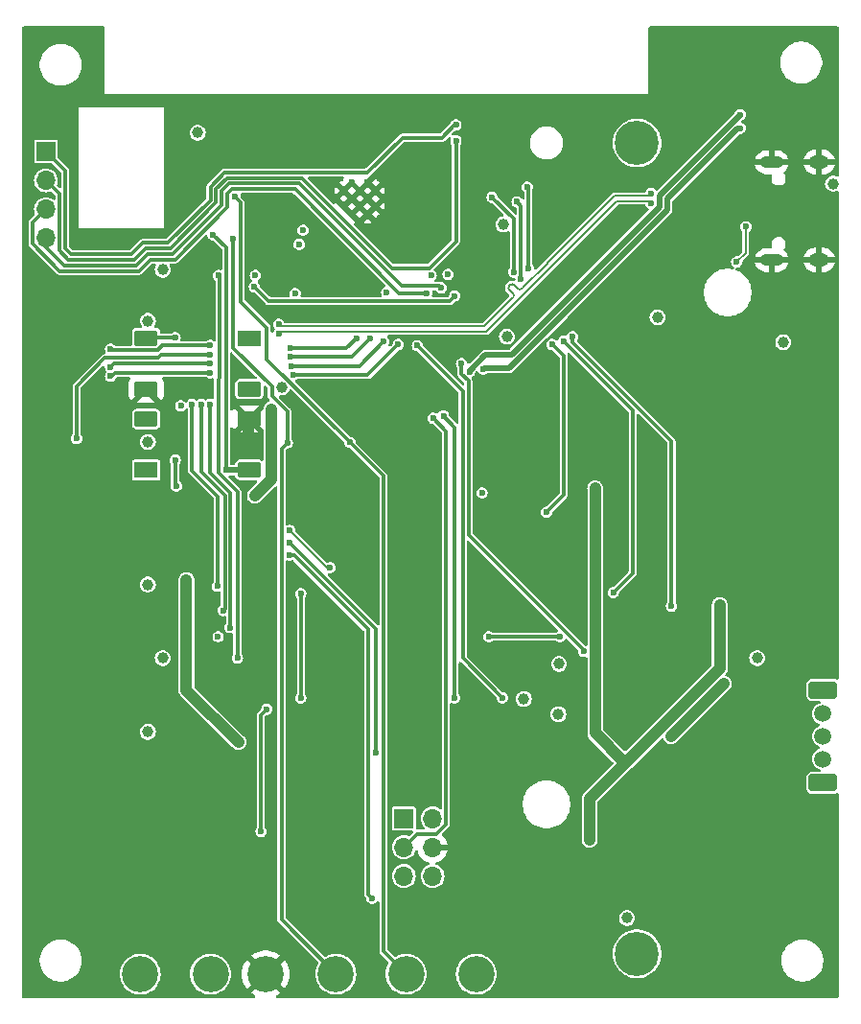
<source format=gbl>
G04 #@! TF.GenerationSoftware,KiCad,Pcbnew,8.0.4*
G04 #@! TF.CreationDate,2025-04-22T14:39:33+02:00*
G04 #@! TF.ProjectId,MarvinProjekt,4d617276-696e-4507-926f-6a656b742e6b,rev?*
G04 #@! TF.SameCoordinates,Original*
G04 #@! TF.FileFunction,Copper,L4,Bot*
G04 #@! TF.FilePolarity,Positive*
%FSLAX46Y46*%
G04 Gerber Fmt 4.6, Leading zero omitted, Abs format (unit mm)*
G04 Created by KiCad (PCBNEW 8.0.4) date 2025-04-22 14:39:33*
%MOMM*%
%LPD*%
G01*
G04 APERTURE LIST*
G04 Aperture macros list*
%AMRoundRect*
0 Rectangle with rounded corners*
0 $1 Rounding radius*
0 $2 $3 $4 $5 $6 $7 $8 $9 X,Y pos of 4 corners*
0 Add a 4 corners polygon primitive as box body*
4,1,4,$2,$3,$4,$5,$6,$7,$8,$9,$2,$3,0*
0 Add four circle primitives for the rounded corners*
1,1,$1+$1,$2,$3*
1,1,$1+$1,$4,$5*
1,1,$1+$1,$6,$7*
1,1,$1+$1,$8,$9*
0 Add four rect primitives between the rounded corners*
20,1,$1+$1,$2,$3,$4,$5,0*
20,1,$1+$1,$4,$5,$6,$7,0*
20,1,$1+$1,$6,$7,$8,$9,0*
20,1,$1+$1,$8,$9,$2,$3,0*%
G04 Aperture macros list end*
G04 #@! TA.AperFunction,ComponentPad*
%ADD10O,2.000000X1.100000*%
G04 #@! TD*
G04 #@! TA.AperFunction,ComponentPad*
%ADD11O,1.800000X1.200000*%
G04 #@! TD*
G04 #@! TA.AperFunction,ComponentPad*
%ADD12R,1.700000X1.700000*%
G04 #@! TD*
G04 #@! TA.AperFunction,ComponentPad*
%ADD13O,1.700000X1.700000*%
G04 #@! TD*
G04 #@! TA.AperFunction,ComponentPad*
%ADD14C,3.200000*%
G04 #@! TD*
G04 #@! TA.AperFunction,HeatsinkPad*
%ADD15C,0.600000*%
G04 #@! TD*
G04 #@! TA.AperFunction,ComponentPad*
%ADD16RoundRect,0.250000X1.000000X-0.500000X1.000000X0.500000X-1.000000X0.500000X-1.000000X-0.500000X0*%
G04 #@! TD*
G04 #@! TA.AperFunction,ComponentPad*
%ADD17C,1.500000*%
G04 #@! TD*
G04 #@! TA.AperFunction,ComponentPad*
%ADD18C,3.890000*%
G04 #@! TD*
G04 #@! TA.AperFunction,SMDPad,CuDef*
%ADD19R,2.100000X1.400000*%
G04 #@! TD*
G04 #@! TA.AperFunction,SMDPad,CuDef*
%ADD20RoundRect,0.250000X0.800000X0.450000X-0.800000X0.450000X-0.800000X-0.450000X0.800000X-0.450000X0*%
G04 #@! TD*
G04 #@! TA.AperFunction,SMDPad,CuDef*
%ADD21RoundRect,0.250000X-0.800000X-0.450000X0.800000X-0.450000X0.800000X0.450000X-0.800000X0.450000X0*%
G04 #@! TD*
G04 #@! TA.AperFunction,ViaPad*
%ADD22C,1.000000*%
G04 #@! TD*
G04 #@! TA.AperFunction,ViaPad*
%ADD23C,0.600000*%
G04 #@! TD*
G04 #@! TA.AperFunction,Conductor*
%ADD24C,1.000000*%
G04 #@! TD*
G04 #@! TA.AperFunction,Conductor*
%ADD25C,0.300000*%
G04 #@! TD*
G04 #@! TA.AperFunction,Conductor*
%ADD26C,0.500000*%
G04 #@! TD*
G04 #@! TA.AperFunction,Conductor*
%ADD27C,0.200000*%
G04 #@! TD*
G04 APERTURE END LIST*
D10*
G04 #@! TO.P,X1,0,0*
G04 #@! TO.N,GND*
X153480000Y-103840000D03*
D11*
X157680000Y-103840000D03*
D10*
X153480000Y-95200000D03*
D11*
X157680000Y-95200000D03*
G04 #@! TD*
D12*
G04 #@! TO.P,J2,1,Pin_1*
G04 #@! TO.N,IO01*
X89400000Y-94260000D03*
D13*
G04 #@! TO.P,J2,2,Pin_2*
G04 #@! TO.N,IO02*
X89400000Y-96800000D03*
G04 #@! TO.P,J2,3,Pin_3*
G04 #@! TO.N,IO47*
X89400000Y-99340000D03*
G04 #@! TO.P,J2,4,Pin_4*
G04 #@! TO.N,IO48*
X89400000Y-101880000D03*
G04 #@! TD*
D14*
G04 #@! TO.P,LS1,1,1*
G04 #@! TO.N,Net-(C30-Pad1)*
X97725000Y-166900000D03*
G04 #@! TO.P,LS1,2,2*
G04 #@! TO.N,Net-(C31-Pad2)*
X103925000Y-166900000D03*
G04 #@! TD*
D15*
G04 #@! TO.P,U1,41,GND*
G04 #@! TO.N,GND*
X115700000Y-97700000D03*
X115700000Y-99100000D03*
X116400000Y-97000000D03*
X116400000Y-98400000D03*
X116400000Y-99800000D03*
X117100000Y-97700000D03*
X117100000Y-99100000D03*
X117800000Y-97000000D03*
X117800000Y-98400000D03*
X117800000Y-99800000D03*
X118500000Y-97700000D03*
X118500000Y-99100000D03*
G04 #@! TD*
D14*
G04 #@! TO.P,U10,1,GND*
G04 #@! TO.N,GND*
X108800000Y-166900000D03*
G04 #@! TO.P,U10,2,VCC*
G04 #@! TO.N,+3.3V*
X127400000Y-166900000D03*
G04 #@! TO.P,U10,3,SCL*
G04 #@! TO.N,SCL*
X115000000Y-166900000D03*
G04 #@! TO.P,U10,4,SDA*
G04 #@! TO.N,SDA*
X121200000Y-166900000D03*
G04 #@! TD*
D12*
G04 #@! TO.P,J1,1,Pin_1*
G04 #@! TO.N,ESP_EN*
X121000000Y-153160000D03*
D13*
G04 #@! TO.P,J1,2,Pin_2*
G04 #@! TO.N,+3.3V*
X123540000Y-153160000D03*
G04 #@! TO.P,J1,3,Pin_3*
G04 #@! TO.N,ESP_U0_TX*
X121000000Y-155700000D03*
G04 #@! TO.P,J1,4,Pin_4*
G04 #@! TO.N,GND*
X123540000Y-155700000D03*
G04 #@! TO.P,J1,5,Pin_5*
G04 #@! TO.N,ESP_U0_RX*
X121000000Y-158240000D03*
G04 #@! TO.P,J1,6,Pin_6*
G04 #@! TO.N,ESP_GPIO0*
X123540000Y-158240000D03*
G04 #@! TD*
D16*
G04 #@! TO.P,SW7,*
G04 #@! TO.N,*
X158000000Y-150000000D03*
X158000000Y-141800000D03*
D17*
G04 #@! TO.P,SW7,1,1*
G04 #@! TO.N,V_Bat*
X158000000Y-147900000D03*
G04 #@! TO.P,SW7,2,2*
X158000000Y-145900000D03*
G04 #@! TO.P,SW7,3,3*
G04 #@! TO.N,V_BatSW*
X158000000Y-143900000D03*
G04 #@! TD*
D18*
G04 #@! TO.P,BT1,1,+*
G04 #@! TO.N,V_Bat*
X141600000Y-93500000D03*
G04 #@! TO.P,BT1,2,-*
G04 #@! TO.N,Net-(BT1--)*
X141600000Y-165100000D03*
G04 #@! TD*
D19*
G04 #@! TO.P,SW9,1*
G04 #@! TO.N,N/C*
X107350000Y-110729456D03*
D20*
G04 #@! TO.P,SW9,2*
X107350000Y-115229456D03*
G04 #@! TO.P,SW9,3,A*
G04 #@! TO.N,GND*
X98250000Y-115229456D03*
G04 #@! TO.P,SW9,4,B*
G04 #@! TO.N,ESP_GPIO0*
X98250000Y-110729456D03*
G04 #@! TD*
D19*
G04 #@! TO.P,SW8,1*
G04 #@! TO.N,N/C*
X98250000Y-122370544D03*
D21*
G04 #@! TO.P,SW8,2*
X98250000Y-117870544D03*
G04 #@! TO.P,SW8,3,A*
G04 #@! TO.N,GND*
X107350000Y-117870544D03*
G04 #@! TO.P,SW8,4,B*
G04 #@! TO.N,ESP_EN*
X107350000Y-122370544D03*
G04 #@! TD*
D22*
G04 #@! TO.N,V_Bat*
X130100000Y-110600000D03*
G04 #@! TO.N,Net-(BT1--)*
X129800000Y-100700000D03*
X134648529Y-143951471D03*
X134700000Y-139500000D03*
D23*
G04 #@! TO.N,GND*
X116775000Y-158165000D03*
X131775000Y-168165000D03*
X91775000Y-138165000D03*
X114400000Y-135200000D03*
D22*
X146000000Y-122100000D03*
D23*
X96775000Y-143165000D03*
D22*
X130300000Y-95600000D03*
X113600000Y-128800000D03*
D23*
X146775000Y-113165000D03*
X120800000Y-113600000D03*
X101775000Y-163165000D03*
X136775000Y-143165000D03*
X125900000Y-111300000D03*
X106775000Y-168165000D03*
X91775000Y-108165000D03*
X115500000Y-153100000D03*
X131775000Y-148165000D03*
D22*
X90800000Y-146800000D03*
D23*
X136100000Y-125900000D03*
X131775000Y-118165000D03*
X141775000Y-158165000D03*
X116775000Y-138165000D03*
X103700000Y-109400000D03*
X136775000Y-93165000D03*
X141775000Y-138165000D03*
X151775000Y-153165000D03*
X113800000Y-153100000D03*
X132900000Y-128800000D03*
X111775000Y-168165000D03*
X146775000Y-88165000D03*
X151775000Y-143165000D03*
X151775000Y-158165000D03*
X156775000Y-113165000D03*
X126775000Y-143165000D03*
X91775000Y-143165000D03*
X141775000Y-168165000D03*
X114700000Y-153150000D03*
X116775000Y-143165000D03*
X146775000Y-118165000D03*
X131775000Y-158165000D03*
X121775000Y-98165000D03*
X101775000Y-98165000D03*
X121775000Y-123165000D03*
X116775000Y-163165000D03*
X146775000Y-163165000D03*
X151775000Y-163165000D03*
X156775000Y-128165000D03*
X146775000Y-158165000D03*
X121775000Y-163165000D03*
X111600000Y-152800000D03*
X91775000Y-93165000D03*
X111775000Y-158165000D03*
X131775000Y-163165000D03*
X88000000Y-126400000D03*
D22*
X107300000Y-120300000D03*
D23*
X136775000Y-168165000D03*
X133500000Y-131100000D03*
X106775000Y-143165000D03*
X126775000Y-108165000D03*
X96775000Y-158165000D03*
X121775000Y-118165000D03*
X91775000Y-158165000D03*
X156775000Y-158165000D03*
X107500000Y-99800000D03*
X151775000Y-88165000D03*
X151775000Y-108165000D03*
X109000000Y-152900000D03*
X121775000Y-148165000D03*
D22*
X138300000Y-117200000D03*
D23*
X146775000Y-138165000D03*
X111600000Y-150200000D03*
X96775000Y-163165000D03*
X156775000Y-123165000D03*
X91775000Y-98165000D03*
X156775000Y-118165000D03*
D22*
X143300000Y-111000000D03*
D23*
X156775000Y-153165000D03*
X121775000Y-103165000D03*
D22*
X88650000Y-136600000D03*
D23*
X96775000Y-128165000D03*
X151775000Y-168165000D03*
D22*
X88800000Y-111100000D03*
D23*
X146775000Y-168165000D03*
D22*
X88650000Y-119800000D03*
D23*
X146775000Y-153165000D03*
X156775000Y-133165000D03*
X91775000Y-153165000D03*
D22*
X115500000Y-128000000D03*
D23*
X101775000Y-168165000D03*
X101600000Y-155000000D03*
D22*
X140300000Y-119400000D03*
D23*
X96775000Y-153165000D03*
X131775000Y-93165000D03*
X96775000Y-138165000D03*
X146775000Y-108165000D03*
X126775000Y-148165000D03*
D22*
X137700000Y-110600000D03*
D23*
X113000000Y-152800000D03*
X146775000Y-93165000D03*
X113400000Y-150200000D03*
X136775000Y-158165000D03*
X111775000Y-93165000D03*
X126775000Y-153165000D03*
X116775000Y-93165000D03*
X136775000Y-103165000D03*
D22*
G04 #@! TO.N,V_USB*
X143400000Y-108900000D03*
X158900000Y-97100000D03*
G04 #@! TO.N,+3.3V*
X98400000Y-145500000D03*
X98400000Y-119900000D03*
X137900000Y-124000000D03*
X98400000Y-109200000D03*
X102800000Y-92600000D03*
X98400000Y-132500000D03*
X137400000Y-155037500D03*
X148900000Y-134300000D03*
D23*
G04 #@! TO.N,ESP_EN*
X118500000Y-147300000D03*
X110900000Y-128800000D03*
X105300000Y-122400000D03*
X104150000Y-101600000D03*
G04 #@! TO.N,Net-(U2-DVDD)*
X110900000Y-127700000D03*
X114500000Y-131000000D03*
D22*
G04 #@! TO.N,V_Audio*
X109300000Y-117000000D03*
X140700000Y-161937500D03*
X101800000Y-132100000D03*
X107850000Y-124650000D03*
X131600000Y-142600000D03*
X106400000Y-146400000D03*
D23*
G04 #@! TO.N,USB_D+*
X142825000Y-97975000D03*
X109946651Y-109502634D03*
G04 #@! TO.N,USB_D-*
X142825000Y-98825000D03*
X109946651Y-110352634D03*
G04 #@! TO.N,ESP_U0_RX*
X124500000Y-117600000D03*
X125500000Y-142500000D03*
X124900000Y-105100000D03*
G04 #@! TO.N,ESP_U0_TX*
X123400000Y-105200000D03*
X123600000Y-117800000D03*
G04 #@! TO.N,ESP_GPIO0*
X125500000Y-107000000D03*
X118200000Y-160200000D03*
X100800000Y-110700000D03*
X110900000Y-129900000D03*
X107800000Y-106200000D03*
X101300000Y-116700000D03*
G04 #@! TO.N,IO48*
X124300000Y-106300000D03*
G04 #@! TO.N,IO02*
X125600000Y-93300000D03*
G04 #@! TO.N,IO01*
X125600000Y-91900000D03*
G04 #@! TO.N,IO47*
X123000000Y-106800000D03*
D22*
G04 #@! TO.N,V_LED*
X99700000Y-139000000D03*
X149250000Y-141250000D03*
X154500000Y-111100000D03*
X99700000Y-104700000D03*
X110200000Y-115100000D03*
X144600000Y-145900000D03*
X152200000Y-139000000D03*
D23*
G04 #@! TO.N,Net-(X1-CC1)*
X150400000Y-104000000D03*
X151200000Y-100900000D03*
G04 #@! TO.N,SCL*
X105909620Y-101990380D03*
X110700000Y-120000000D03*
G04 #@! TO.N,SDA*
X106077026Y-98238445D03*
X116249358Y-119947276D03*
G04 #@! TO.N,MCLK*
X104550000Y-132637500D03*
X112100000Y-101200000D03*
X102299994Y-116600000D03*
G04 #@! TO.N,SCLK*
X103099997Y-116600000D03*
X105050000Y-134787500D03*
X111759620Y-102459620D03*
G04 #@! TO.N,LRCK*
X104650000Y-105204238D03*
X106300000Y-139000000D03*
G04 #@! TO.N,DSDIN*
X107900000Y-105200000D03*
X105650000Y-136300000D03*
X103900000Y-116600000D03*
G04 #@! TO.N,SDCARD_CS*
X119500000Y-106700000D03*
X127900000Y-124400000D03*
G04 #@! TO.N,SPI0_MOSI*
X133600000Y-126100000D03*
X134100000Y-111300000D03*
X130700000Y-104900000D03*
X128800000Y-98300000D03*
G04 #@! TO.N,SPI0_CLK*
X131350000Y-105500000D03*
X135100000Y-111000000D03*
X131000000Y-98700000D03*
X139500000Y-133200000D03*
G04 #@! TO.N,SPI0_MISO*
X135900000Y-110600000D03*
X131900000Y-97400000D03*
X144642893Y-134400000D03*
X132000000Y-104600000D03*
G04 #@! TO.N,Net-(U7-STDBY)*
X128000000Y-113465000D03*
X150700000Y-92200000D03*
G04 #@! TO.N,Net-(U7-STAT)*
X150700000Y-91000000D03*
X126800000Y-113700000D03*
G04 #@! TO.N,VOLUME+*
X118037120Y-110762880D03*
X110991598Y-112406270D03*
X92100000Y-119600000D03*
X103900000Y-112179459D03*
G04 #@! TO.N,MODI1*
X95100000Y-114100000D03*
X111210661Y-113989339D03*
X120500000Y-111300000D03*
X103900000Y-113779465D03*
G04 #@! TO.N,VOLUME-*
X95100000Y-111700000D03*
X116800000Y-110752635D03*
X111002684Y-111606345D03*
X103900000Y-111379456D03*
G04 #@! TO.N,MODI2*
X111063024Y-113203077D03*
X119235000Y-111035000D03*
X103900000Y-112979462D03*
X95100000Y-113299997D03*
G04 #@! TO.N,V_Audio_ENABLE*
X129700000Y-142500000D03*
X122200000Y-111400000D03*
G04 #@! TO.N,V_LED_ENABLE*
X136900000Y-138400000D03*
X126100000Y-113000000D03*
G04 #@! TO.N,LS_ENABLE*
X111900000Y-142500000D03*
X108900000Y-143500000D03*
X111400000Y-106800000D03*
X108400000Y-154300000D03*
X111900000Y-133300000D03*
G04 #@! TO.N,Net-(U11-DIN)*
X100800000Y-121500000D03*
X100900000Y-123800000D03*
G04 #@! TO.N,Net-(U11-DOUT)*
X128500000Y-137100000D03*
X104600000Y-137100000D03*
X134800000Y-137100000D03*
G04 #@! TD*
D24*
G04 #@! TO.N,GND*
X88600000Y-111300000D02*
X88600000Y-119750000D01*
X107300000Y-120300000D02*
X107300000Y-117920544D01*
X89800000Y-143700000D02*
X90800000Y-144700000D01*
X88800000Y-111100000D02*
X88600000Y-111300000D01*
X88650000Y-119800000D02*
X88700000Y-119850000D01*
X88650000Y-136600000D02*
X89800000Y-137750000D01*
X90800000Y-144700000D02*
X90800000Y-146800000D01*
X140300000Y-119200000D02*
X138300000Y-117200000D01*
X140300000Y-119400000D02*
X140300000Y-119200000D01*
X88600000Y-119750000D02*
X88650000Y-119800000D01*
X88700000Y-136550000D02*
X88650000Y-136600000D01*
X89800000Y-137750000D02*
X89800000Y-143700000D01*
X107300000Y-117920544D02*
X107350000Y-117870544D01*
X88700000Y-119850000D02*
X88700000Y-136550000D01*
G04 #@! TO.N,+3.3V*
X137400000Y-151402944D02*
X140551472Y-148251472D01*
X137900000Y-145600000D02*
X137900000Y-124000000D01*
X140551472Y-148251472D02*
X137900000Y-145600000D01*
X140551472Y-148251472D02*
X148900000Y-139902944D01*
X137400000Y-155037500D02*
X137400000Y-151402944D01*
X148900000Y-139902944D02*
X148900000Y-134300000D01*
D25*
G04 #@! TO.N,ESP_EN*
X118500000Y-136400000D02*
X110900000Y-128800000D01*
X118500000Y-147300000D02*
X118500000Y-136400000D01*
D26*
X105300000Y-122400000D02*
X107320544Y-122400000D01*
D25*
X105300000Y-102750000D02*
X105300000Y-122400000D01*
X104150000Y-101600000D02*
X105300000Y-102750000D01*
D26*
X107320544Y-122400000D02*
X107350000Y-122370544D01*
D27*
G04 #@! TO.N,Net-(U2-DVDD)*
X110900000Y-127700000D02*
X114200000Y-131000000D01*
X114200000Y-131000000D02*
X114500000Y-131000000D01*
D24*
G04 #@! TO.N,V_Audio*
X101800000Y-141800000D02*
X106400000Y-146400000D01*
X109300000Y-117000000D02*
X109300000Y-123200000D01*
X109300000Y-123200000D02*
X107850000Y-124650000D01*
X101800000Y-132100000D02*
X101800000Y-141800000D01*
D27*
G04 #@! TO.N,USB_D+*
X142625001Y-98174999D02*
X142825000Y-97975000D01*
X128079167Y-109702633D02*
X130645620Y-107136180D01*
X110146650Y-109702633D02*
X128079167Y-109702633D01*
X130645621Y-106796768D02*
X130312143Y-106463290D01*
X130736407Y-106039027D02*
X131069886Y-106372506D01*
X133650829Y-104130971D02*
X133690235Y-104091565D01*
X139606801Y-98174999D02*
X142625001Y-98174999D01*
X133690235Y-104091565D02*
X139606801Y-98174999D01*
X130312142Y-106123880D02*
X130396997Y-106039026D01*
X109946651Y-109502634D02*
X110146650Y-109702633D01*
X131494150Y-106287651D02*
X133650829Y-104130971D01*
X131409298Y-106372505D02*
X131494150Y-106287651D01*
X131069886Y-106372506D02*
G75*
G03*
X131409306Y-106372514I169714J169706D01*
G01*
X130645620Y-107136180D02*
G75*
G03*
X130645595Y-106796794I-169720J169680D01*
G01*
X130396997Y-106039026D02*
G75*
G02*
X130736405Y-106039029I169703J-169674D01*
G01*
X130312143Y-106463290D02*
G75*
G02*
X130312157Y-106123896I169657J169690D01*
G01*
G04 #@! TO.N,USB_D-*
X110146650Y-110152635D02*
X128265565Y-110152635D01*
X139793199Y-98625001D02*
X142625001Y-98625001D01*
X142625001Y-98625001D02*
X142825000Y-98825000D01*
X109946651Y-110352634D02*
X110146650Y-110152635D01*
X128265565Y-110152635D02*
X139793199Y-98625001D01*
D25*
G04 #@! TO.N,ESP_U0_RX*
X125500000Y-142500000D02*
X125500000Y-118600000D01*
X125500000Y-118600000D02*
X124500000Y-117600000D01*
G04 #@! TO.N,ESP_U0_TX*
X124740000Y-153657057D02*
X123897057Y-154500000D01*
X122200000Y-154500000D02*
X121000000Y-155700000D01*
X123897057Y-154500000D02*
X122200000Y-154500000D01*
X123600000Y-117800000D02*
X124740000Y-118940000D01*
X124740000Y-118940000D02*
X124740000Y-153657057D01*
G04 #@! TO.N,ESP_GPIO0*
X100800000Y-110700000D02*
X98279456Y-110700000D01*
X110900000Y-129900000D02*
X111292894Y-129900000D01*
X117850000Y-136457106D02*
X117850000Y-159850000D01*
X125050000Y-107450000D02*
X125500000Y-107000000D01*
X111292894Y-129900000D02*
X117850000Y-136457106D01*
X109050000Y-107450000D02*
X125050000Y-107450000D01*
X107800000Y-106200000D02*
X109050000Y-107450000D01*
X117850000Y-159850000D02*
X118200000Y-160200000D01*
X98279456Y-110700000D02*
X98250000Y-110729456D01*
G04 #@! TO.N,IO48*
X104927026Y-97762099D02*
X104927026Y-98965868D01*
X111788445Y-97088445D02*
X105600680Y-97088445D01*
X104927026Y-98965868D02*
X100592894Y-103300000D01*
X89400000Y-102700000D02*
X89400000Y-101880000D01*
X88880000Y-101880000D02*
X89400000Y-101880000D01*
X120850000Y-106150000D02*
X111788445Y-97088445D01*
X97390812Y-104300000D02*
X91000000Y-104300000D01*
X91000000Y-104300000D02*
X89400000Y-102700000D01*
X105600680Y-97088445D02*
X104927026Y-97762099D01*
X98390812Y-103300000D02*
X97390812Y-104300000D01*
X124150000Y-106150000D02*
X120850000Y-106150000D01*
X124300000Y-106300000D02*
X124150000Y-106150000D01*
X100592894Y-103300000D02*
X98390812Y-103300000D01*
G04 #@! TO.N,IO02*
X105393573Y-96588445D02*
X104427026Y-97554992D01*
X98183706Y-102800000D02*
X97183706Y-103800000D01*
X100385788Y-102800000D02*
X98183706Y-102800000D01*
X125600000Y-102200000D02*
X123250000Y-104550000D01*
X119957106Y-104550000D02*
X112288445Y-96881338D01*
X104427026Y-97554992D02*
X104427026Y-98758762D01*
X90600000Y-103007107D02*
X90600000Y-98000000D01*
X90600000Y-98000000D02*
X89400000Y-96800000D01*
X97183706Y-103800000D02*
X91392893Y-103800000D01*
X125600000Y-93300000D02*
X125600000Y-102200000D01*
X104427026Y-98758762D02*
X100385788Y-102800000D01*
X123250000Y-104550000D02*
X119957106Y-104550000D01*
X111995552Y-96588445D02*
X105393573Y-96588445D01*
X91392893Y-103800000D02*
X90600000Y-103007107D01*
X112288445Y-96881338D02*
X111995552Y-96588445D01*
G04 #@! TO.N,IO01*
X91100000Y-102800001D02*
X91100000Y-95960000D01*
X103927026Y-97347885D02*
X103927026Y-98551656D01*
X103927026Y-98551656D02*
X100178682Y-102300000D01*
X97976599Y-102300000D02*
X96976599Y-103300000D01*
X124369239Y-93030761D02*
X120865368Y-93030761D01*
X125600000Y-91900000D02*
X125500000Y-91900000D01*
X105186466Y-96088445D02*
X103927026Y-97347885D01*
X91599999Y-103300000D02*
X91100000Y-102800001D01*
X91100000Y-95960000D02*
X89400000Y-94260000D01*
X117807684Y-96088445D02*
X105186466Y-96088445D01*
X100178682Y-102300000D02*
X97976599Y-102300000D01*
X120865368Y-93030761D02*
X117807684Y-96088445D01*
X125500000Y-91900000D02*
X124369239Y-93030761D01*
X96976599Y-103300000D02*
X91599999Y-103300000D01*
G04 #@! TO.N,IO47*
X105807787Y-97588445D02*
X105427026Y-97969206D01*
X89400000Y-99340000D02*
X89400000Y-100000000D01*
X105427026Y-99172974D02*
X100800000Y-103800000D01*
X120600000Y-106800000D02*
X111388445Y-97588445D01*
X88200000Y-102377057D02*
X88200000Y-100540000D01*
X105427026Y-97969206D02*
X105427026Y-99172974D01*
X100800000Y-103800000D02*
X98597918Y-103800000D01*
X98597918Y-103800000D02*
X97597918Y-104800000D01*
X88200000Y-100540000D02*
X89400000Y-99340000D01*
X97597918Y-104800000D02*
X90622943Y-104800000D01*
X111388445Y-97588445D02*
X105807787Y-97588445D01*
X123000000Y-106800000D02*
X120600000Y-106800000D01*
X90622943Y-104800000D02*
X88200000Y-102377057D01*
D24*
G04 #@! TO.N,V_LED*
X149250000Y-141250000D02*
X144600000Y-145900000D01*
D27*
G04 #@! TO.N,Net-(X1-CC1)*
X151200000Y-100900000D02*
X151200000Y-103200000D01*
X151200000Y-103200000D02*
X150400000Y-104000000D01*
D25*
G04 #@! TO.N,SCL*
X105950000Y-111200000D02*
X105950000Y-111600000D01*
X110700000Y-117197918D02*
X110700000Y-120000000D01*
X110200000Y-162100000D02*
X110200000Y-120500000D01*
X115000000Y-166900000D02*
X110200000Y-162100000D01*
X105909620Y-101990380D02*
X105950000Y-102030760D01*
X110200000Y-120500000D02*
X110700000Y-120000000D01*
X105950000Y-111600000D02*
X109350000Y-115000000D01*
X105950000Y-102030760D02*
X105950000Y-111200000D01*
X109350000Y-115000000D02*
X109350000Y-115847918D01*
X109350000Y-115847918D02*
X110700000Y-117197918D01*
G04 #@! TO.N,SDA*
X106600000Y-98761419D02*
X106600000Y-107529456D01*
X121200000Y-166900000D02*
X119200000Y-164900000D01*
X108900000Y-109829456D02*
X108900000Y-112597918D01*
X106600000Y-107529456D02*
X108900000Y-109829456D01*
X119200000Y-122897918D02*
X116249358Y-119947276D01*
X119200000Y-164900000D02*
X119200000Y-122897918D01*
X106077026Y-98238445D02*
X106600000Y-98761419D01*
X108900000Y-112597918D02*
X116249358Y-119947276D01*
G04 #@! TO.N,MCLK*
X104550000Y-132637500D02*
X104600000Y-132587500D01*
X104600000Y-132587500D02*
X104600000Y-124740558D01*
X102299994Y-122440552D02*
X102299994Y-116600000D01*
X104600000Y-124740558D02*
X102299994Y-122440552D01*
G04 #@! TO.N,SCLK*
X103099997Y-122533449D02*
X103099997Y-116600000D01*
X105200000Y-124633452D02*
X103099997Y-122533449D01*
X105200000Y-134637500D02*
X105200000Y-124633452D01*
X105050000Y-134787500D02*
X105200000Y-134637500D01*
G04 #@! TO.N,LRCK*
X104609620Y-114409619D02*
X104750000Y-114269239D01*
X104750000Y-114269239D02*
X104750000Y-105304238D01*
X104750000Y-105304238D02*
X104650000Y-105204238D01*
X106300000Y-139000000D02*
X106300000Y-124319239D01*
X104609620Y-122628859D02*
X104609620Y-114409619D01*
X106300000Y-124319239D02*
X104609620Y-122628859D01*
G04 #@! TO.N,DSDIN*
X105650000Y-136300000D02*
X105700000Y-136250000D01*
X105650000Y-136300000D02*
X105550000Y-136400000D01*
X103900000Y-122626346D02*
X103900000Y-116600000D01*
X105700000Y-124426346D02*
X103900000Y-122626346D01*
X105700000Y-136250000D02*
X105700000Y-124426346D01*
G04 #@! TO.N,SPI0_MOSI*
X130700000Y-104900000D02*
X130700000Y-100200000D01*
X134100000Y-111300000D02*
X135100000Y-112300000D01*
X135100000Y-124600000D02*
X133600000Y-126100000D01*
X135100000Y-112300000D02*
X135100000Y-124600000D01*
X130700000Y-100200000D02*
X128800000Y-98300000D01*
G04 #@! TO.N,SPI0_CLK*
X131000000Y-98700000D02*
X131350000Y-99050000D01*
X135100000Y-111000000D02*
X135100000Y-111007106D01*
X141200000Y-131500000D02*
X139500000Y-133200000D01*
X141200000Y-117107106D02*
X141200000Y-131500000D01*
X135100000Y-111007106D02*
X141200000Y-117107106D01*
X131350000Y-99050000D02*
X131350000Y-105500000D01*
G04 #@! TO.N,SPI0_MISO*
X131900000Y-97400000D02*
X132000000Y-97500000D01*
X144642893Y-134400000D02*
X144642893Y-119842893D01*
X132000000Y-97500000D02*
X132000000Y-104600000D01*
X144642893Y-119842893D02*
X135900000Y-111100000D01*
X135900000Y-111100000D02*
X135900000Y-110600000D01*
D26*
G04 #@! TO.N,Net-(U7-STDBY)*
X144275000Y-99425611D02*
X144275000Y-98414950D01*
X128000000Y-113465000D02*
X128065000Y-113400000D01*
X130300610Y-113400000D02*
X143864949Y-99835661D01*
X143864949Y-99835661D02*
X144275000Y-99425611D01*
X144275000Y-98414950D02*
X150489950Y-92200000D01*
X128065000Y-113400000D02*
X130300610Y-113400000D01*
X150489950Y-92200000D02*
X150700000Y-92200000D01*
G04 #@! TO.N,Net-(U7-STAT)*
X143575000Y-99135661D02*
X143575000Y-98125000D01*
X126800000Y-113604339D02*
X128204339Y-112200000D01*
X143575000Y-98125000D02*
X150700000Y-91000000D01*
X130510661Y-112200000D02*
X143575000Y-99135661D01*
X126800000Y-113700000D02*
X126800000Y-113604339D01*
X128204339Y-112200000D02*
X130510661Y-112200000D01*
D25*
G04 #@! TO.N,VOLUME+*
X92100000Y-119600000D02*
X92100000Y-115000000D01*
X99292019Y-112500000D02*
X99592019Y-112200000D01*
X110991598Y-112406270D02*
X116393730Y-112406270D01*
X99592019Y-112200000D02*
X103879459Y-112200000D01*
X94600000Y-112500000D02*
X99292019Y-112500000D01*
X103879459Y-112200000D02*
X103900000Y-112179459D01*
X92100000Y-115000000D02*
X94600000Y-112500000D01*
X116393730Y-112406270D02*
X118037120Y-110762880D01*
G04 #@! TO.N,MODI1*
X111210661Y-113989339D02*
X111221322Y-114000000D01*
X111221322Y-114000000D02*
X117800000Y-114000000D01*
X103879465Y-113800000D02*
X95519236Y-113800000D01*
X95519236Y-113800000D02*
X95219236Y-114100000D01*
X103900000Y-113779465D02*
X103879465Y-113800000D01*
X95219236Y-114100000D02*
X95100000Y-114100000D01*
X117800000Y-114000000D02*
X120500000Y-111300000D01*
G04 #@! TO.N,VOLUME-*
X95179456Y-111779456D02*
X95100000Y-111700000D01*
X103879456Y-111400000D02*
X99684912Y-111400000D01*
X115946290Y-111606345D02*
X116800000Y-110752635D01*
X111002684Y-111606345D02*
X115946290Y-111606345D01*
X99684912Y-111400000D02*
X99305456Y-111779456D01*
X103900000Y-111379456D02*
X103879456Y-111400000D01*
X99305456Y-111779456D02*
X95179456Y-111779456D01*
G04 #@! TO.N,MODI2*
X103900000Y-112979462D02*
X103879462Y-113000000D01*
X111066101Y-113200000D02*
X111063024Y-113203077D01*
X119235000Y-111035000D02*
X117070000Y-113200000D01*
X95399997Y-113000000D02*
X95100000Y-113299997D01*
X103879462Y-113000000D02*
X95399997Y-113000000D01*
X117070000Y-113200000D02*
X111066101Y-113200000D01*
G04 #@! TO.N,V_Audio_ENABLE*
X126200000Y-139000000D02*
X126200000Y-117600000D01*
X126200000Y-115400000D02*
X122200000Y-111400000D01*
X126200000Y-117600000D02*
X126200000Y-115400000D01*
X129700000Y-142500000D02*
X126200000Y-139000000D01*
G04 #@! TO.N,V_LED_ENABLE*
X126700000Y-128080761D02*
X126700000Y-114519239D01*
X126100000Y-113919239D02*
X126100000Y-113000000D01*
X136900000Y-138400000D02*
X136900000Y-138280761D01*
X126700000Y-114519239D02*
X126100000Y-113919239D01*
X136900000Y-138280761D02*
X126700000Y-128080761D01*
G04 #@! TO.N,LS_ENABLE*
X108350000Y-144050000D02*
X108900000Y-143500000D01*
X108350000Y-154250000D02*
X108350000Y-144050000D01*
X108400000Y-154300000D02*
X108350000Y-154250000D01*
X111900000Y-133300000D02*
X111900000Y-142500000D01*
G04 #@! TO.N,Net-(U11-DIN)*
X100800000Y-123700000D02*
X100900000Y-123800000D01*
X100800000Y-121500000D02*
X100800000Y-123700000D01*
G04 #@! TO.N,Net-(U11-DOUT)*
X128500000Y-137100000D02*
X134800000Y-137100000D01*
G04 #@! TD*
G04 #@! TA.AperFunction,Conductor*
G04 #@! TO.N,GND*
G36*
X111045376Y-115245810D02*
G01*
X111073034Y-115266634D01*
X115712853Y-119906453D01*
X115746338Y-119967776D01*
X115747910Y-119976486D01*
X115764192Y-120089732D01*
X115816294Y-120203818D01*
X115823981Y-120220649D01*
X115918230Y-120329419D01*
X116039305Y-120407229D01*
X116039308Y-120407230D01*
X116039307Y-120407230D01*
X116177394Y-120447775D01*
X116177396Y-120447776D01*
X116177397Y-120447776D01*
X116202814Y-120447776D01*
X116269853Y-120467461D01*
X116290495Y-120484095D01*
X118813181Y-123006781D01*
X118846666Y-123068104D01*
X118849500Y-123094462D01*
X118849500Y-135954456D01*
X118829815Y-136021495D01*
X118777011Y-136067250D01*
X118707853Y-136077194D01*
X118644297Y-136048169D01*
X118637819Y-136042137D01*
X114301766Y-131706084D01*
X114268281Y-131644761D01*
X114273265Y-131575069D01*
X114315137Y-131519136D01*
X114380601Y-131494719D01*
X114424383Y-131499426D01*
X114428039Y-131500500D01*
X114428040Y-131500500D01*
X114571962Y-131500500D01*
X114571962Y-131500499D01*
X114701828Y-131462368D01*
X114710050Y-131459954D01*
X114710050Y-131459953D01*
X114710053Y-131459953D01*
X114831128Y-131382143D01*
X114925377Y-131273373D01*
X114985165Y-131142457D01*
X115005647Y-131000000D01*
X114985165Y-130857543D01*
X114925377Y-130726627D01*
X114831128Y-130617857D01*
X114710053Y-130540047D01*
X114710051Y-130540046D01*
X114710049Y-130540045D01*
X114710050Y-130540045D01*
X114571963Y-130499500D01*
X114571961Y-130499500D01*
X114428039Y-130499500D01*
X114428036Y-130499500D01*
X114289948Y-130540045D01*
X114282499Y-130543448D01*
X114213340Y-130553392D01*
X114149785Y-130524367D01*
X114143306Y-130518335D01*
X111439395Y-127814424D01*
X111405910Y-127753101D01*
X111404339Y-127709094D01*
X111405647Y-127700000D01*
X111385165Y-127557543D01*
X111325377Y-127426627D01*
X111231128Y-127317857D01*
X111110053Y-127240047D01*
X111110051Y-127240046D01*
X111110049Y-127240045D01*
X111110050Y-127240045D01*
X110971963Y-127199500D01*
X110971961Y-127199500D01*
X110828039Y-127199500D01*
X110828035Y-127199500D01*
X110709434Y-127234324D01*
X110639564Y-127234324D01*
X110580786Y-127196549D01*
X110551762Y-127132993D01*
X110550500Y-127115347D01*
X110550500Y-120696544D01*
X110570185Y-120629505D01*
X110586819Y-120608863D01*
X110658863Y-120536819D01*
X110720186Y-120503334D01*
X110746544Y-120500500D01*
X110771962Y-120500500D01*
X110771962Y-120500499D01*
X110910053Y-120459953D01*
X111031128Y-120382143D01*
X111125377Y-120273373D01*
X111185165Y-120142457D01*
X111205647Y-120000000D01*
X111185165Y-119857543D01*
X111125377Y-119726627D01*
X111108895Y-119707605D01*
X111080786Y-119675164D01*
X111051762Y-119611608D01*
X111050500Y-119593963D01*
X111050500Y-117151776D01*
X111050500Y-117151774D01*
X111026614Y-117062630D01*
X111026611Y-117062624D01*
X110980473Y-116982712D01*
X110980470Y-116982709D01*
X110980469Y-116982706D01*
X110915212Y-116917449D01*
X110484818Y-116487055D01*
X110008588Y-116010824D01*
X109975103Y-115949501D01*
X109980087Y-115879809D01*
X110021959Y-115823876D01*
X110087423Y-115799459D01*
X110111218Y-115800047D01*
X110114940Y-115800499D01*
X110114944Y-115800500D01*
X110114948Y-115800500D01*
X110285056Y-115800500D01*
X110450225Y-115759790D01*
X110558931Y-115702736D01*
X110600849Y-115680736D01*
X110600850Y-115680734D01*
X110600852Y-115680734D01*
X110728183Y-115567929D01*
X110824818Y-115427930D01*
X110869412Y-115310343D01*
X110911588Y-115254642D01*
X110977185Y-115230584D01*
X111045376Y-115245810D01*
G37*
G04 #@! TD.AperFunction*
G04 #@! TA.AperFunction,Conductor*
G36*
X105855703Y-112001831D02*
G01*
X105862181Y-112007863D01*
X107971593Y-114117275D01*
X108005078Y-114178598D01*
X108000094Y-114248290D01*
X107958222Y-114304223D01*
X107892758Y-114328640D01*
X107883912Y-114328956D01*
X106495730Y-114328956D01*
X106465300Y-114331809D01*
X106465298Y-114331809D01*
X106337119Y-114376662D01*
X106337117Y-114376663D01*
X106227850Y-114457306D01*
X106147207Y-114566573D01*
X106147206Y-114566575D01*
X106102353Y-114694754D01*
X106102353Y-114694756D01*
X106099500Y-114725186D01*
X106099500Y-115733725D01*
X106102353Y-115764155D01*
X106102353Y-115764157D01*
X106147206Y-115892336D01*
X106147207Y-115892338D01*
X106227850Y-116001606D01*
X106337118Y-116082249D01*
X106379845Y-116097200D01*
X106465299Y-116127102D01*
X106495730Y-116129956D01*
X106495734Y-116129956D01*
X108204270Y-116129956D01*
X108234699Y-116127102D01*
X108234701Y-116127102D01*
X108313581Y-116099500D01*
X108362882Y-116082249D01*
X108472150Y-116001606D01*
X108552793Y-115892338D01*
X108576749Y-115823876D01*
X108597646Y-115764157D01*
X108597646Y-115764155D01*
X108600500Y-115733725D01*
X108600500Y-115045544D01*
X108620185Y-114978505D01*
X108672989Y-114932750D01*
X108742147Y-114922806D01*
X108805703Y-114951831D01*
X108812181Y-114957863D01*
X108963181Y-115108863D01*
X108996666Y-115170186D01*
X108999500Y-115196544D01*
X108999500Y-115894061D01*
X109023386Y-115983205D01*
X109023387Y-115983208D01*
X109069527Y-116063126D01*
X109069531Y-116063131D01*
X109132136Y-116125736D01*
X109165621Y-116187059D01*
X109160637Y-116256751D01*
X109118765Y-116312684D01*
X109091924Y-116327971D01*
X109089588Y-116328939D01*
X109071797Y-116334781D01*
X109049776Y-116340209D01*
X109007561Y-116362365D01*
X108997393Y-116367127D01*
X108968187Y-116379225D01*
X108947091Y-116393320D01*
X108935837Y-116400008D01*
X108899147Y-116419266D01*
X108899144Y-116419268D01*
X108877486Y-116438454D01*
X108864166Y-116448729D01*
X108853464Y-116455880D01*
X108853458Y-116455886D01*
X108822287Y-116487055D01*
X108816838Y-116492183D01*
X108771820Y-116532067D01*
X108766053Y-116540421D01*
X108759391Y-116548447D01*
X108759753Y-116548744D01*
X108755887Y-116553455D01*
X108721023Y-116605631D01*
X108719973Y-116607177D01*
X108675185Y-116672063D01*
X108675181Y-116672071D01*
X108649436Y-116739953D01*
X108648058Y-116743428D01*
X108626419Y-116795673D01*
X108626418Y-116795678D01*
X108626353Y-116796006D01*
X108620680Y-116815781D01*
X108614859Y-116831129D01*
X108608362Y-116884640D01*
X108606884Y-116893881D01*
X108599498Y-116931013D01*
X108599085Y-116935211D01*
X108572921Y-116999997D01*
X108563364Y-117010731D01*
X107703553Y-117870543D01*
X107703553Y-117870544D01*
X108563181Y-118730172D01*
X108596666Y-118791495D01*
X108599500Y-118817853D01*
X108599500Y-121446752D01*
X108579815Y-121513791D01*
X108527011Y-121559546D01*
X108457853Y-121569490D01*
X108401867Y-121546523D01*
X108362882Y-121517751D01*
X108362880Y-121517750D01*
X108234700Y-121472897D01*
X108204270Y-121470044D01*
X108204266Y-121470044D01*
X106495734Y-121470044D01*
X106495730Y-121470044D01*
X106465300Y-121472897D01*
X106465298Y-121472897D01*
X106337119Y-121517750D01*
X106337117Y-121517751D01*
X106227850Y-121598394D01*
X106147207Y-121707661D01*
X106147206Y-121707663D01*
X106102353Y-121835842D01*
X106102353Y-121835845D01*
X106102238Y-121837076D01*
X106101898Y-121837928D01*
X106100744Y-121843214D01*
X106099869Y-121843022D01*
X106076381Y-121901985D01*
X106019536Y-121942611D01*
X105978780Y-121949500D01*
X105774500Y-121949500D01*
X105707461Y-121929815D01*
X105661706Y-121877011D01*
X105650500Y-121825500D01*
X105650500Y-119070542D01*
X106503552Y-119070542D01*
X106503553Y-119070543D01*
X108196445Y-119070543D01*
X108196445Y-119070542D01*
X107350001Y-118224097D01*
X107350000Y-118224097D01*
X106503552Y-119070542D01*
X105650500Y-119070542D01*
X105650500Y-118728103D01*
X105670185Y-118661064D01*
X105722989Y-118615309D01*
X105792147Y-118605365D01*
X105855703Y-118634390D01*
X105880039Y-118663006D01*
X105957684Y-118788889D01*
X106017893Y-118849098D01*
X106996447Y-117870544D01*
X106017893Y-116891990D01*
X105957683Y-116952199D01*
X105957680Y-116952203D01*
X105880038Y-117078081D01*
X105828091Y-117124806D01*
X105759128Y-117136027D01*
X105695046Y-117108184D01*
X105656190Y-117050115D01*
X105650500Y-117012984D01*
X105650500Y-116670544D01*
X106503553Y-116670544D01*
X107350000Y-117516990D01*
X108196446Y-116670544D01*
X106503553Y-116670544D01*
X105650500Y-116670544D01*
X105650500Y-112095544D01*
X105670185Y-112028505D01*
X105722989Y-111982750D01*
X105792147Y-111972806D01*
X105855703Y-112001831D01*
G37*
G04 #@! TD.AperFunction*
G04 #@! TA.AperFunction,Conductor*
G36*
X125076498Y-92921695D02*
G01*
X125132432Y-92963566D01*
X125156849Y-93029031D01*
X125145960Y-93089387D01*
X125114834Y-93157543D01*
X125094353Y-93300000D01*
X125114834Y-93442456D01*
X125141114Y-93500000D01*
X125174623Y-93573373D01*
X125219213Y-93624833D01*
X125248238Y-93688388D01*
X125249500Y-93706035D01*
X125249500Y-102003456D01*
X125229815Y-102070495D01*
X125213181Y-102091137D01*
X123141137Y-104163181D01*
X123079814Y-104196666D01*
X123053456Y-104199500D01*
X120153650Y-104199500D01*
X120086611Y-104179815D01*
X120065969Y-104163181D01*
X116650921Y-100748133D01*
X116617436Y-100686810D01*
X116622420Y-100617118D01*
X116664292Y-100561185D01*
X116697648Y-100543410D01*
X116749305Y-100525334D01*
X116749306Y-100525334D01*
X116763106Y-100516661D01*
X116763106Y-100516660D01*
X117436892Y-100516660D01*
X117436892Y-100516661D01*
X117450692Y-100525333D01*
X117450691Y-100525333D01*
X117620861Y-100584878D01*
X117799997Y-100605062D01*
X117800003Y-100605062D01*
X117979138Y-100584878D01*
X117979141Y-100584877D01*
X118149305Y-100525334D01*
X118149306Y-100525334D01*
X118163106Y-100516661D01*
X118163106Y-100516660D01*
X117800001Y-100153553D01*
X117800000Y-100153553D01*
X117436892Y-100516660D01*
X116763106Y-100516660D01*
X116400000Y-100153553D01*
X116060736Y-99814288D01*
X116060726Y-99814280D01*
X116016609Y-99770163D01*
X116250000Y-99770163D01*
X116250000Y-99829837D01*
X116272836Y-99884968D01*
X116315032Y-99927164D01*
X116370163Y-99950000D01*
X116429837Y-99950000D01*
X116484968Y-99927164D01*
X116527164Y-99884968D01*
X116550000Y-99829837D01*
X116550000Y-99799999D01*
X116753553Y-99799999D01*
X116753553Y-99800000D01*
X117100000Y-100146446D01*
X117100001Y-100146446D01*
X117446446Y-99800000D01*
X117416609Y-99770163D01*
X117650000Y-99770163D01*
X117650000Y-99829837D01*
X117672836Y-99884968D01*
X117715032Y-99927164D01*
X117770163Y-99950000D01*
X117829837Y-99950000D01*
X117884968Y-99927164D01*
X117927164Y-99884968D01*
X117950000Y-99829837D01*
X117950000Y-99799999D01*
X118153553Y-99799999D01*
X118153553Y-99800000D01*
X118516660Y-100163106D01*
X118516661Y-100163106D01*
X118525334Y-100149306D01*
X118525334Y-100149305D01*
X118584876Y-99979144D01*
X118585056Y-99978358D01*
X118585311Y-99977901D01*
X118587177Y-99972570D01*
X118588110Y-99972896D01*
X118619164Y-99917379D01*
X118672875Y-99888049D01*
X118672570Y-99887177D01*
X118677870Y-99885322D01*
X118678358Y-99885056D01*
X118679144Y-99884876D01*
X118849305Y-99825334D01*
X118849306Y-99825334D01*
X118863106Y-99816661D01*
X118863106Y-99816660D01*
X118500000Y-99453553D01*
X118434240Y-99519314D01*
X118434239Y-99519314D01*
X118153553Y-99799999D01*
X117950000Y-99799999D01*
X117950000Y-99770163D01*
X117927164Y-99715032D01*
X117884968Y-99672836D01*
X117829837Y-99650000D01*
X117770163Y-99650000D01*
X117715032Y-99672836D01*
X117672836Y-99715032D01*
X117650000Y-99770163D01*
X117416609Y-99770163D01*
X117165760Y-99519314D01*
X117100000Y-99453553D01*
X117034240Y-99519314D01*
X117034239Y-99519314D01*
X116753553Y-99799999D01*
X116550000Y-99799999D01*
X116550000Y-99770163D01*
X116527164Y-99715032D01*
X116484968Y-99672836D01*
X116429837Y-99650000D01*
X116370163Y-99650000D01*
X116315032Y-99672836D01*
X116272836Y-99715032D01*
X116250000Y-99770163D01*
X116016609Y-99770163D01*
X115644573Y-99398127D01*
X115644571Y-99398124D01*
X115316610Y-99070163D01*
X115550000Y-99070163D01*
X115550000Y-99129837D01*
X115572836Y-99184968D01*
X115615032Y-99227164D01*
X115670163Y-99250000D01*
X115729837Y-99250000D01*
X115784968Y-99227164D01*
X115827164Y-99184968D01*
X115850000Y-99129837D01*
X115850000Y-99100000D01*
X116053553Y-99100000D01*
X116087606Y-99134053D01*
X116087621Y-99134067D01*
X116400000Y-99446446D01*
X116746446Y-99100000D01*
X116716609Y-99070163D01*
X116950000Y-99070163D01*
X116950000Y-99129837D01*
X116972836Y-99184968D01*
X117015032Y-99227164D01*
X117070163Y-99250000D01*
X117129837Y-99250000D01*
X117184968Y-99227164D01*
X117227164Y-99184968D01*
X117250000Y-99129837D01*
X117250000Y-99100000D01*
X117453553Y-99100000D01*
X117487606Y-99134053D01*
X117487621Y-99134067D01*
X117800000Y-99446446D01*
X118146446Y-99100000D01*
X118116609Y-99070163D01*
X118350000Y-99070163D01*
X118350000Y-99129837D01*
X118372836Y-99184968D01*
X118415032Y-99227164D01*
X118470163Y-99250000D01*
X118529837Y-99250000D01*
X118584968Y-99227164D01*
X118627164Y-99184968D01*
X118650000Y-99129837D01*
X118650000Y-99100000D01*
X118853553Y-99100000D01*
X119216660Y-99463106D01*
X119216661Y-99463106D01*
X119225334Y-99449306D01*
X119225334Y-99449305D01*
X119284877Y-99279141D01*
X119284878Y-99279138D01*
X119305062Y-99100002D01*
X119305062Y-99099997D01*
X119284878Y-98920861D01*
X119225333Y-98750692D01*
X119216661Y-98736892D01*
X119216660Y-98736892D01*
X118853553Y-99100000D01*
X118650000Y-99100000D01*
X118650000Y-99070163D01*
X118627164Y-99015032D01*
X118584968Y-98972836D01*
X118529837Y-98950000D01*
X118470163Y-98950000D01*
X118415032Y-98972836D01*
X118372836Y-99015032D01*
X118350000Y-99070163D01*
X118116609Y-99070163D01*
X117846945Y-98800499D01*
X117800000Y-98753553D01*
X117753055Y-98800499D01*
X117753054Y-98800500D01*
X117453553Y-99100000D01*
X117250000Y-99100000D01*
X117250000Y-99070163D01*
X117227164Y-99015032D01*
X117184968Y-98972836D01*
X117129837Y-98950000D01*
X117070163Y-98950000D01*
X117015032Y-98972836D01*
X116972836Y-99015032D01*
X116950000Y-99070163D01*
X116716609Y-99070163D01*
X116446945Y-98800499D01*
X116400000Y-98753553D01*
X116353055Y-98800499D01*
X116353054Y-98800500D01*
X116053553Y-99100000D01*
X115850000Y-99100000D01*
X115850000Y-99070163D01*
X115827164Y-99015032D01*
X115784968Y-98972836D01*
X115729837Y-98950000D01*
X115670163Y-98950000D01*
X115615032Y-98972836D01*
X115572836Y-99015032D01*
X115550000Y-99070163D01*
X115316610Y-99070163D01*
X114983338Y-98736891D01*
X114983337Y-98736891D01*
X114974667Y-98750691D01*
X114974660Y-98750704D01*
X114956588Y-98802352D01*
X114915866Y-98859128D01*
X114850913Y-98884874D01*
X114782351Y-98871417D01*
X114751866Y-98849077D01*
X114302788Y-98399999D01*
X115353553Y-98399999D01*
X115353553Y-98400001D01*
X115699998Y-98746446D01*
X115699999Y-98746446D01*
X116003989Y-98442457D01*
X116046446Y-98400000D01*
X116016609Y-98370163D01*
X116250000Y-98370163D01*
X116250000Y-98429837D01*
X116272836Y-98484968D01*
X116315032Y-98527164D01*
X116370163Y-98550000D01*
X116429837Y-98550000D01*
X116484968Y-98527164D01*
X116527164Y-98484968D01*
X116550000Y-98429837D01*
X116550000Y-98399999D01*
X116753553Y-98399999D01*
X116796011Y-98442456D01*
X116796012Y-98442458D01*
X117100000Y-98746446D01*
X117446446Y-98400000D01*
X117416609Y-98370163D01*
X117650000Y-98370163D01*
X117650000Y-98429837D01*
X117672836Y-98484968D01*
X117715032Y-98527164D01*
X117770163Y-98550000D01*
X117829837Y-98550000D01*
X117884968Y-98527164D01*
X117927164Y-98484968D01*
X117950000Y-98429837D01*
X117950000Y-98399999D01*
X118153553Y-98399999D01*
X118196011Y-98442456D01*
X118196012Y-98442458D01*
X118500000Y-98746446D01*
X118846446Y-98400000D01*
X118846446Y-98399999D01*
X118500000Y-98053553D01*
X118457568Y-98095987D01*
X118457566Y-98095988D01*
X118153553Y-98399999D01*
X117950000Y-98399999D01*
X117950000Y-98370163D01*
X117927164Y-98315032D01*
X117884968Y-98272836D01*
X117829837Y-98250000D01*
X117770163Y-98250000D01*
X117715032Y-98272836D01*
X117672836Y-98315032D01*
X117650000Y-98370163D01*
X117416609Y-98370163D01*
X117142433Y-98095987D01*
X117100000Y-98053553D01*
X117057567Y-98095987D01*
X117057566Y-98095988D01*
X116753553Y-98399999D01*
X116550000Y-98399999D01*
X116550000Y-98370163D01*
X116527164Y-98315032D01*
X116484968Y-98272836D01*
X116429837Y-98250000D01*
X116370163Y-98250000D01*
X116315032Y-98272836D01*
X116272836Y-98315032D01*
X116250000Y-98370163D01*
X116016609Y-98370163D01*
X115699999Y-98053553D01*
X115699998Y-98053553D01*
X115353553Y-98399999D01*
X114302788Y-98399999D01*
X113602786Y-97699997D01*
X114894938Y-97699997D01*
X114894938Y-97700002D01*
X114915121Y-97879138D01*
X114974665Y-98049304D01*
X114983338Y-98063107D01*
X115346446Y-97700000D01*
X115346446Y-97699999D01*
X115316610Y-97670163D01*
X115550000Y-97670163D01*
X115550000Y-97729837D01*
X115572836Y-97784968D01*
X115615032Y-97827164D01*
X115670163Y-97850000D01*
X115729837Y-97850000D01*
X115784968Y-97827164D01*
X115827164Y-97784968D01*
X115850000Y-97729837D01*
X115850000Y-97700000D01*
X116053553Y-97700000D01*
X116102453Y-97748899D01*
X116400000Y-98046446D01*
X116746446Y-97700000D01*
X116716609Y-97670163D01*
X116950000Y-97670163D01*
X116950000Y-97729837D01*
X116972836Y-97784968D01*
X117015032Y-97827164D01*
X117070163Y-97850000D01*
X117129837Y-97850000D01*
X117184968Y-97827164D01*
X117227164Y-97784968D01*
X117250000Y-97729837D01*
X117250000Y-97700000D01*
X117453553Y-97700000D01*
X117502453Y-97748899D01*
X117800000Y-98046446D01*
X118146446Y-97700000D01*
X118116609Y-97670163D01*
X118350000Y-97670163D01*
X118350000Y-97729837D01*
X118372836Y-97784968D01*
X118415032Y-97827164D01*
X118470163Y-97850000D01*
X118529837Y-97850000D01*
X118584968Y-97827164D01*
X118627164Y-97784968D01*
X118650000Y-97729837D01*
X118650000Y-97700000D01*
X118853553Y-97700000D01*
X119216660Y-98063106D01*
X119216661Y-98063106D01*
X119225334Y-98049306D01*
X119225334Y-98049305D01*
X119284877Y-97879141D01*
X119284878Y-97879138D01*
X119305062Y-97700002D01*
X119305062Y-97699997D01*
X119284878Y-97520861D01*
X119225333Y-97350692D01*
X119216661Y-97336892D01*
X119216660Y-97336892D01*
X118853553Y-97700000D01*
X118650000Y-97700000D01*
X118650000Y-97670163D01*
X118627164Y-97615032D01*
X118584968Y-97572836D01*
X118529837Y-97550000D01*
X118470163Y-97550000D01*
X118415032Y-97572836D01*
X118372836Y-97615032D01*
X118350000Y-97670163D01*
X118116609Y-97670163D01*
X117832896Y-97386450D01*
X117800000Y-97353553D01*
X117767104Y-97386450D01*
X117767102Y-97386451D01*
X117453553Y-97700000D01*
X117250000Y-97700000D01*
X117250000Y-97670163D01*
X117227164Y-97615032D01*
X117184968Y-97572836D01*
X117129837Y-97550000D01*
X117070163Y-97550000D01*
X117015032Y-97572836D01*
X116972836Y-97615032D01*
X116950000Y-97670163D01*
X116716609Y-97670163D01*
X116432896Y-97386450D01*
X116400000Y-97353553D01*
X116367104Y-97386450D01*
X116367102Y-97386451D01*
X116053553Y-97700000D01*
X115850000Y-97700000D01*
X115850000Y-97670163D01*
X115827164Y-97615032D01*
X115784968Y-97572836D01*
X115729837Y-97550000D01*
X115670163Y-97550000D01*
X115615032Y-97572836D01*
X115572836Y-97615032D01*
X115550000Y-97670163D01*
X115316610Y-97670163D01*
X114983338Y-97336891D01*
X114983337Y-97336891D01*
X114974667Y-97350691D01*
X114974662Y-97350701D01*
X114915122Y-97520858D01*
X114915121Y-97520861D01*
X114894938Y-97699997D01*
X113602786Y-97699997D01*
X112553415Y-96650626D01*
X112519930Y-96589303D01*
X112524914Y-96519611D01*
X112566786Y-96463678D01*
X112632250Y-96439261D01*
X112641096Y-96438945D01*
X115583356Y-96438945D01*
X115650395Y-96458630D01*
X115696150Y-96511434D01*
X115706094Y-96580592D01*
X115688349Y-96628918D01*
X115674663Y-96650697D01*
X115615119Y-96820866D01*
X115614939Y-96821656D01*
X115614682Y-96822113D01*
X115612823Y-96827429D01*
X115611891Y-96827103D01*
X115580824Y-96882631D01*
X115527124Y-96911952D01*
X115527429Y-96912823D01*
X115522145Y-96914671D01*
X115521656Y-96914939D01*
X115520866Y-96915119D01*
X115350701Y-96974662D01*
X115350691Y-96974667D01*
X115336891Y-96983337D01*
X115336891Y-96983338D01*
X115699998Y-97346446D01*
X115699999Y-97346446D01*
X115975869Y-97070577D01*
X116076283Y-96970163D01*
X116250000Y-96970163D01*
X116250000Y-97029837D01*
X116272836Y-97084968D01*
X116315032Y-97127164D01*
X116370163Y-97150000D01*
X116429837Y-97150000D01*
X116484968Y-97127164D01*
X116527164Y-97084968D01*
X116550000Y-97029837D01*
X116550000Y-96970163D01*
X116527164Y-96915032D01*
X116484968Y-96872836D01*
X116429837Y-96850000D01*
X116370163Y-96850000D01*
X116315032Y-96872836D01*
X116272836Y-96915032D01*
X116250000Y-96970163D01*
X116076283Y-96970163D01*
X116119314Y-96927132D01*
X116312318Y-96734127D01*
X116373641Y-96700642D01*
X116443332Y-96705626D01*
X116487680Y-96734127D01*
X116698121Y-96944568D01*
X116698127Y-96944573D01*
X117100000Y-97346446D01*
X117476283Y-96970163D01*
X117650000Y-96970163D01*
X117650000Y-97029837D01*
X117672836Y-97084968D01*
X117715032Y-97127164D01*
X117770163Y-97150000D01*
X117829837Y-97150000D01*
X117884968Y-97127164D01*
X117927164Y-97084968D01*
X117950000Y-97029837D01*
X117950000Y-96999998D01*
X118153553Y-96999998D01*
X118153553Y-96999999D01*
X118500000Y-97346446D01*
X118500001Y-97346446D01*
X118863107Y-96983338D01*
X118849301Y-96974663D01*
X118679142Y-96915121D01*
X118678346Y-96914940D01*
X118677883Y-96914681D01*
X118672570Y-96912822D01*
X118672895Y-96911890D01*
X118617370Y-96880827D01*
X118588049Y-96827125D01*
X118587177Y-96827431D01*
X118585321Y-96822128D01*
X118585057Y-96821644D01*
X118584878Y-96820862D01*
X118525333Y-96650692D01*
X118516661Y-96636892D01*
X118516660Y-96636892D01*
X118153553Y-96999998D01*
X117950000Y-96999998D01*
X117950000Y-96970163D01*
X117927164Y-96915032D01*
X117884968Y-96872836D01*
X117829837Y-96850000D01*
X117770163Y-96850000D01*
X117715032Y-96872836D01*
X117672836Y-96915032D01*
X117650000Y-96970163D01*
X117476283Y-96970163D01*
X117519314Y-96927132D01*
X117800000Y-96646447D01*
X118166678Y-96279766D01*
X118176314Y-96224754D01*
X118199793Y-96192017D01*
X120974231Y-93417580D01*
X121035554Y-93384095D01*
X121061912Y-93381261D01*
X124415381Y-93381261D01*
X124415383Y-93381261D01*
X124504527Y-93357375D01*
X124584451Y-93311231D01*
X124945487Y-92950194D01*
X125006807Y-92916711D01*
X125076498Y-92921695D01*
G37*
G04 #@! TD.AperFunction*
G04 #@! TA.AperFunction,Conductor*
G36*
X94543039Y-83220185D02*
G01*
X94588794Y-83272989D01*
X94600000Y-83324500D01*
X94600000Y-89190000D01*
X142600000Y-89190000D01*
X142600000Y-86278711D01*
X154249500Y-86278711D01*
X154249500Y-86521288D01*
X154281161Y-86761785D01*
X154343947Y-86996104D01*
X154426790Y-87196104D01*
X154436776Y-87220212D01*
X154558064Y-87430289D01*
X154558066Y-87430292D01*
X154558067Y-87430293D01*
X154705733Y-87622736D01*
X154705739Y-87622743D01*
X154877256Y-87794260D01*
X154877262Y-87794265D01*
X155069711Y-87941936D01*
X155279788Y-88063224D01*
X155503900Y-88156054D01*
X155738211Y-88218838D01*
X155918586Y-88242584D01*
X155978711Y-88250500D01*
X155978712Y-88250500D01*
X156221289Y-88250500D01*
X156269388Y-88244167D01*
X156461789Y-88218838D01*
X156696100Y-88156054D01*
X156920212Y-88063224D01*
X157130289Y-87941936D01*
X157322738Y-87794265D01*
X157494265Y-87622738D01*
X157641936Y-87430289D01*
X157763224Y-87220212D01*
X157856054Y-86996100D01*
X157918838Y-86761789D01*
X157950500Y-86521288D01*
X157950500Y-86278712D01*
X157918838Y-86038211D01*
X157856054Y-85803900D01*
X157763224Y-85579788D01*
X157641936Y-85369711D01*
X157494265Y-85177262D01*
X157494260Y-85177256D01*
X157322743Y-85005739D01*
X157322736Y-85005733D01*
X157130293Y-84858067D01*
X157130292Y-84858066D01*
X157130289Y-84858064D01*
X156920212Y-84736776D01*
X156920205Y-84736773D01*
X156696104Y-84643947D01*
X156461785Y-84581161D01*
X156221289Y-84549500D01*
X156221288Y-84549500D01*
X155978712Y-84549500D01*
X155978711Y-84549500D01*
X155738214Y-84581161D01*
X155503895Y-84643947D01*
X155279794Y-84736773D01*
X155279785Y-84736777D01*
X155069706Y-84858067D01*
X154877263Y-85005733D01*
X154877256Y-85005739D01*
X154705739Y-85177256D01*
X154705733Y-85177263D01*
X154558067Y-85369706D01*
X154558064Y-85369710D01*
X154558064Y-85369711D01*
X154553704Y-85377263D01*
X154436777Y-85579785D01*
X154436773Y-85579794D01*
X154343947Y-85803895D01*
X154281161Y-86038214D01*
X154249500Y-86278711D01*
X142600000Y-86278711D01*
X142600000Y-83324500D01*
X142619685Y-83257461D01*
X142672489Y-83211706D01*
X142724000Y-83200500D01*
X159275500Y-83200500D01*
X159342539Y-83220185D01*
X159388294Y-83272989D01*
X159399500Y-83324500D01*
X159399500Y-96365918D01*
X159379815Y-96432957D01*
X159327011Y-96478712D01*
X159257853Y-96488656D01*
X159217875Y-96475715D01*
X159150225Y-96440209D01*
X158985056Y-96399500D01*
X158814944Y-96399500D01*
X158649773Y-96440210D01*
X158499150Y-96519263D01*
X158371816Y-96632072D01*
X158275182Y-96772068D01*
X158214860Y-96931125D01*
X158214859Y-96931130D01*
X158194355Y-97100000D01*
X158214859Y-97268869D01*
X158214860Y-97268874D01*
X158275182Y-97427931D01*
X158335314Y-97515045D01*
X158371817Y-97567929D01*
X158459191Y-97645335D01*
X158499150Y-97680736D01*
X158629024Y-97748899D01*
X158649775Y-97759790D01*
X158814944Y-97800500D01*
X158985056Y-97800500D01*
X159150225Y-97759790D01*
X159190816Y-97738485D01*
X159217874Y-97724285D01*
X159286382Y-97710559D01*
X159351435Y-97736051D01*
X159392380Y-97792667D01*
X159399500Y-97834081D01*
X159399500Y-140790048D01*
X159379815Y-140857087D01*
X159327011Y-140902842D01*
X159257853Y-140912786D01*
X159217566Y-140899682D01*
X159212883Y-140897207D01*
X159084700Y-140852353D01*
X159054270Y-140849500D01*
X159054266Y-140849500D01*
X156945734Y-140849500D01*
X156945730Y-140849500D01*
X156915300Y-140852353D01*
X156915298Y-140852353D01*
X156787119Y-140897206D01*
X156787117Y-140897207D01*
X156677850Y-140977850D01*
X156597207Y-141087117D01*
X156597206Y-141087119D01*
X156552353Y-141215298D01*
X156552353Y-141215300D01*
X156549500Y-141245730D01*
X156549500Y-142354269D01*
X156552353Y-142384699D01*
X156552353Y-142384701D01*
X156592699Y-142500000D01*
X156597207Y-142512882D01*
X156677850Y-142622150D01*
X156787118Y-142702793D01*
X156829845Y-142717744D01*
X156915299Y-142747646D01*
X156945730Y-142750500D01*
X157679082Y-142750500D01*
X157746121Y-142770185D01*
X157791876Y-142822989D01*
X157801820Y-142892147D01*
X157772795Y-142955703D01*
X157715078Y-142993160D01*
X157634497Y-143017604D01*
X157469376Y-143105862D01*
X157469373Y-143105864D01*
X157324642Y-143224642D01*
X157205864Y-143369373D01*
X157205862Y-143369376D01*
X157117604Y-143534497D01*
X157063253Y-143713666D01*
X157063252Y-143713668D01*
X157044901Y-143899999D01*
X157063252Y-144086331D01*
X157063253Y-144086333D01*
X157117604Y-144265502D01*
X157205862Y-144430623D01*
X157205864Y-144430626D01*
X157324642Y-144575357D01*
X157469373Y-144694135D01*
X157469376Y-144694137D01*
X157634499Y-144782396D01*
X157640123Y-144784726D01*
X157639282Y-144786756D01*
X157689456Y-144819639D01*
X157717912Y-144883451D01*
X157707350Y-144952518D01*
X157661125Y-145004911D01*
X157639854Y-145014624D01*
X157640123Y-145015274D01*
X157634499Y-145017603D01*
X157469376Y-145105862D01*
X157469373Y-145105864D01*
X157324642Y-145224642D01*
X157205864Y-145369373D01*
X157205862Y-145369376D01*
X157117604Y-145534497D01*
X157063253Y-145713666D01*
X157063252Y-145713668D01*
X157044901Y-145900000D01*
X157063252Y-146086331D01*
X157063253Y-146086333D01*
X157117604Y-146265502D01*
X157205862Y-146430623D01*
X157205864Y-146430626D01*
X157324642Y-146575357D01*
X157469373Y-146694135D01*
X157469376Y-146694137D01*
X157634499Y-146782396D01*
X157640123Y-146784726D01*
X157639282Y-146786756D01*
X157689456Y-146819639D01*
X157717912Y-146883451D01*
X157707350Y-146952518D01*
X157661125Y-147004911D01*
X157639854Y-147014624D01*
X157640123Y-147015274D01*
X157634499Y-147017603D01*
X157469376Y-147105862D01*
X157469373Y-147105864D01*
X157324642Y-147224642D01*
X157205864Y-147369373D01*
X157205862Y-147369376D01*
X157117604Y-147534497D01*
X157063253Y-147713666D01*
X157063252Y-147713668D01*
X157044901Y-147900000D01*
X157063252Y-148086331D01*
X157063253Y-148086333D01*
X157117604Y-148265502D01*
X157205862Y-148430623D01*
X157205864Y-148430626D01*
X157324642Y-148575357D01*
X157469373Y-148694135D01*
X157469376Y-148694137D01*
X157634497Y-148782395D01*
X157634499Y-148782396D01*
X157671678Y-148793674D01*
X157715078Y-148806840D01*
X157773516Y-148845137D01*
X157801973Y-148908950D01*
X157791412Y-148978017D01*
X157745187Y-149030410D01*
X157679082Y-149049500D01*
X156945730Y-149049500D01*
X156915300Y-149052353D01*
X156915298Y-149052353D01*
X156787119Y-149097206D01*
X156787117Y-149097207D01*
X156677850Y-149177850D01*
X156597207Y-149287117D01*
X156597206Y-149287119D01*
X156552353Y-149415298D01*
X156552353Y-149415300D01*
X156549500Y-149445730D01*
X156549500Y-150554269D01*
X156552353Y-150584699D01*
X156552353Y-150584701D01*
X156597206Y-150712880D01*
X156597207Y-150712882D01*
X156677850Y-150822150D01*
X156787118Y-150902793D01*
X156829845Y-150917744D01*
X156915299Y-150947646D01*
X156945730Y-150950500D01*
X156945734Y-150950500D01*
X159054270Y-150950500D01*
X159084699Y-150947646D01*
X159084701Y-150947646D01*
X159135972Y-150929704D01*
X159212882Y-150902793D01*
X159212889Y-150902787D01*
X159217560Y-150900320D01*
X159286028Y-150886399D01*
X159351154Y-150911704D01*
X159392261Y-150968203D01*
X159399500Y-151009951D01*
X159399500Y-168875500D01*
X159379815Y-168942539D01*
X159327011Y-168988294D01*
X159275500Y-168999500D01*
X109831777Y-168999500D01*
X109764738Y-168979815D01*
X109718983Y-168927011D01*
X109709039Y-168857853D01*
X109738064Y-168794297D01*
X109767349Y-168769552D01*
X110013854Y-168619648D01*
X110097800Y-168551353D01*
X109162294Y-167615846D01*
X109178942Y-167608951D01*
X109309970Y-167521401D01*
X109421401Y-167409970D01*
X109508951Y-167278942D01*
X109515846Y-167262293D01*
X110453130Y-168199576D01*
X110453131Y-168199576D01*
X110598472Y-167993676D01*
X110730644Y-167738595D01*
X110826849Y-167467902D01*
X110826854Y-167467885D01*
X110885301Y-167186619D01*
X110885302Y-167186618D01*
X110904906Y-166900000D01*
X110885302Y-166613381D01*
X110885301Y-166613380D01*
X110826854Y-166332114D01*
X110826849Y-166332097D01*
X110730644Y-166061404D01*
X110598472Y-165806323D01*
X110453130Y-165600422D01*
X109515846Y-166537705D01*
X109508951Y-166521058D01*
X109421401Y-166390030D01*
X109309970Y-166278599D01*
X109178942Y-166191049D01*
X109162293Y-166184152D01*
X110097800Y-165248645D01*
X110013862Y-165180357D01*
X110013853Y-165180351D01*
X109768392Y-165031082D01*
X109504891Y-164916628D01*
X109228262Y-164839120D01*
X109228255Y-164839119D01*
X108943645Y-164800000D01*
X108656355Y-164800000D01*
X108371744Y-164839119D01*
X108371737Y-164839120D01*
X108095108Y-164916628D01*
X107831610Y-165031081D01*
X107586140Y-165180355D01*
X107586137Y-165180357D01*
X107502199Y-165248645D01*
X108437706Y-166184152D01*
X108421058Y-166191049D01*
X108290030Y-166278599D01*
X108178599Y-166390030D01*
X108091049Y-166521058D01*
X108084153Y-166537706D01*
X107146868Y-165600421D01*
X107146867Y-165600421D01*
X107001531Y-165806316D01*
X107001527Y-165806322D01*
X106869355Y-166061404D01*
X106773150Y-166332097D01*
X106773145Y-166332114D01*
X106714698Y-166613380D01*
X106714697Y-166613381D01*
X106695093Y-166900000D01*
X106714697Y-167186618D01*
X106714698Y-167186619D01*
X106773145Y-167467885D01*
X106773150Y-167467902D01*
X106869355Y-167738595D01*
X107001527Y-167993677D01*
X107001531Y-167993683D01*
X107146867Y-168199576D01*
X107146868Y-168199577D01*
X108084152Y-167262292D01*
X108091049Y-167278942D01*
X108178599Y-167409970D01*
X108290030Y-167521401D01*
X108421058Y-167608951D01*
X108437705Y-167615846D01*
X107502198Y-168551353D01*
X107586144Y-168619647D01*
X107586146Y-168619648D01*
X107832651Y-168769552D01*
X107879703Y-168821204D01*
X107891361Y-168890094D01*
X107863923Y-168954351D01*
X107806101Y-168993573D01*
X107768223Y-168999500D01*
X87424500Y-168999500D01*
X87357461Y-168979815D01*
X87311706Y-168927011D01*
X87300500Y-168875500D01*
X87300500Y-165578711D01*
X88849500Y-165578711D01*
X88849500Y-165821288D01*
X88867751Y-165959926D01*
X88881162Y-166061789D01*
X88895850Y-166116604D01*
X88943947Y-166296104D01*
X88982853Y-166390030D01*
X89036776Y-166520212D01*
X89158064Y-166730289D01*
X89158066Y-166730292D01*
X89158067Y-166730293D01*
X89305733Y-166922736D01*
X89305739Y-166922743D01*
X89477256Y-167094260D01*
X89477263Y-167094266D01*
X89519068Y-167126344D01*
X89669711Y-167241936D01*
X89879788Y-167363224D01*
X90103900Y-167456054D01*
X90338211Y-167518838D01*
X90518586Y-167542584D01*
X90578711Y-167550500D01*
X90578712Y-167550500D01*
X90821289Y-167550500D01*
X90869388Y-167544167D01*
X91061789Y-167518838D01*
X91296100Y-167456054D01*
X91520212Y-167363224D01*
X91730289Y-167241936D01*
X91922738Y-167094265D01*
X92094265Y-166922738D01*
X92111716Y-166899995D01*
X95919451Y-166899995D01*
X95919451Y-166900004D01*
X95939616Y-167169101D01*
X95983924Y-167363226D01*
X95999666Y-167432195D01*
X96098257Y-167683398D01*
X96233185Y-167917102D01*
X96294251Y-167993676D01*
X96401442Y-168128089D01*
X96588183Y-168301358D01*
X96599259Y-168311635D01*
X96822226Y-168463651D01*
X97065359Y-168580738D01*
X97323228Y-168660280D01*
X97323229Y-168660280D01*
X97323232Y-168660281D01*
X97590063Y-168700499D01*
X97590068Y-168700499D01*
X97590071Y-168700500D01*
X97590072Y-168700500D01*
X97859928Y-168700500D01*
X97859929Y-168700500D01*
X97859936Y-168700499D01*
X98126767Y-168660281D01*
X98126768Y-168660280D01*
X98126772Y-168660280D01*
X98384641Y-168580738D01*
X98627775Y-168463651D01*
X98850741Y-168311635D01*
X99048561Y-168128085D01*
X99216815Y-167917102D01*
X99351743Y-167683398D01*
X99450334Y-167432195D01*
X99510383Y-167169103D01*
X99522350Y-167009409D01*
X99530549Y-166900004D01*
X99530549Y-166899995D01*
X102119451Y-166899995D01*
X102119451Y-166900004D01*
X102139616Y-167169101D01*
X102183924Y-167363226D01*
X102199666Y-167432195D01*
X102298257Y-167683398D01*
X102433185Y-167917102D01*
X102494251Y-167993676D01*
X102601442Y-168128089D01*
X102788183Y-168301358D01*
X102799259Y-168311635D01*
X103022226Y-168463651D01*
X103265359Y-168580738D01*
X103523228Y-168660280D01*
X103523229Y-168660280D01*
X103523232Y-168660281D01*
X103790063Y-168700499D01*
X103790068Y-168700499D01*
X103790071Y-168700500D01*
X103790072Y-168700500D01*
X104059928Y-168700500D01*
X104059929Y-168700500D01*
X104059936Y-168700499D01*
X104326767Y-168660281D01*
X104326768Y-168660280D01*
X104326772Y-168660280D01*
X104584641Y-168580738D01*
X104827775Y-168463651D01*
X105050741Y-168311635D01*
X105248561Y-168128085D01*
X105416815Y-167917102D01*
X105551743Y-167683398D01*
X105650334Y-167432195D01*
X105710383Y-167169103D01*
X105722350Y-167009409D01*
X105730549Y-166900004D01*
X105730549Y-166899995D01*
X105710383Y-166630898D01*
X105706385Y-166613380D01*
X105650334Y-166367805D01*
X105551743Y-166116602D01*
X105416815Y-165882898D01*
X105248561Y-165671915D01*
X105248560Y-165671914D01*
X105248557Y-165671910D01*
X105050741Y-165488365D01*
X104910614Y-165392828D01*
X104827775Y-165336349D01*
X104827769Y-165336346D01*
X104827768Y-165336345D01*
X104827767Y-165336344D01*
X104584643Y-165219263D01*
X104584645Y-165219263D01*
X104326773Y-165139720D01*
X104326767Y-165139718D01*
X104059936Y-165099500D01*
X104059929Y-165099500D01*
X103790071Y-165099500D01*
X103790063Y-165099500D01*
X103523232Y-165139718D01*
X103523226Y-165139720D01*
X103265358Y-165219262D01*
X103022230Y-165336346D01*
X102799258Y-165488365D01*
X102601442Y-165671910D01*
X102433185Y-165882898D01*
X102298258Y-166116599D01*
X102298256Y-166116603D01*
X102199666Y-166367804D01*
X102199664Y-166367811D01*
X102139616Y-166630898D01*
X102119451Y-166899995D01*
X99530549Y-166899995D01*
X99510383Y-166630898D01*
X99506385Y-166613380D01*
X99450334Y-166367805D01*
X99351743Y-166116602D01*
X99216815Y-165882898D01*
X99048561Y-165671915D01*
X99048560Y-165671914D01*
X99048557Y-165671910D01*
X98850741Y-165488365D01*
X98710614Y-165392828D01*
X98627775Y-165336349D01*
X98627769Y-165336346D01*
X98627768Y-165336345D01*
X98627767Y-165336344D01*
X98384643Y-165219263D01*
X98384645Y-165219263D01*
X98126773Y-165139720D01*
X98126767Y-165139718D01*
X97859936Y-165099500D01*
X97859929Y-165099500D01*
X97590071Y-165099500D01*
X97590063Y-165099500D01*
X97323232Y-165139718D01*
X97323226Y-165139720D01*
X97065358Y-165219262D01*
X96822230Y-165336346D01*
X96599258Y-165488365D01*
X96401442Y-165671910D01*
X96233185Y-165882898D01*
X96098258Y-166116599D01*
X96098256Y-166116603D01*
X95999666Y-166367804D01*
X95999664Y-166367811D01*
X95939616Y-166630898D01*
X95919451Y-166899995D01*
X92111716Y-166899995D01*
X92241936Y-166730289D01*
X92363224Y-166520212D01*
X92456054Y-166296100D01*
X92518838Y-166061789D01*
X92550500Y-165821288D01*
X92550500Y-165578712D01*
X92518838Y-165338211D01*
X92456054Y-165103900D01*
X92454231Y-165099500D01*
X92425891Y-165031081D01*
X92363224Y-164879788D01*
X92241936Y-164669711D01*
X92094265Y-164477262D01*
X92094260Y-164477256D01*
X91922743Y-164305739D01*
X91922736Y-164305733D01*
X91730293Y-164158067D01*
X91730292Y-164158066D01*
X91730289Y-164158064D01*
X91520212Y-164036776D01*
X91520205Y-164036773D01*
X91296104Y-163943947D01*
X91061785Y-163881161D01*
X90821289Y-163849500D01*
X90821288Y-163849500D01*
X90578712Y-163849500D01*
X90578711Y-163849500D01*
X90338214Y-163881161D01*
X90103895Y-163943947D01*
X89879794Y-164036773D01*
X89879785Y-164036777D01*
X89669706Y-164158067D01*
X89477263Y-164305733D01*
X89477256Y-164305739D01*
X89305739Y-164477256D01*
X89305733Y-164477263D01*
X89158067Y-164669706D01*
X89036777Y-164879785D01*
X89036773Y-164879794D01*
X88943947Y-165103895D01*
X88881161Y-165338214D01*
X88849500Y-165578711D01*
X87300500Y-165578711D01*
X87300500Y-154300000D01*
X107894353Y-154300000D01*
X107914834Y-154442456D01*
X107974622Y-154573371D01*
X107974623Y-154573373D01*
X108068872Y-154682143D01*
X108189947Y-154759953D01*
X108189950Y-154759954D01*
X108189949Y-154759954D01*
X108328036Y-154800499D01*
X108328038Y-154800500D01*
X108328039Y-154800500D01*
X108471962Y-154800500D01*
X108471962Y-154800499D01*
X108610053Y-154759953D01*
X108731128Y-154682143D01*
X108825377Y-154573373D01*
X108885165Y-154442457D01*
X108905647Y-154300000D01*
X108885165Y-154157543D01*
X108825377Y-154026627D01*
X108825375Y-154026625D01*
X108825374Y-154026622D01*
X108730787Y-153917462D01*
X108701762Y-153853906D01*
X108700500Y-153836260D01*
X108700500Y-144246544D01*
X108720185Y-144179505D01*
X108736819Y-144158863D01*
X108858863Y-144036819D01*
X108920186Y-144003334D01*
X108946544Y-144000500D01*
X108971962Y-144000500D01*
X108971962Y-144000499D01*
X109110053Y-143959953D01*
X109231128Y-143882143D01*
X109325377Y-143773373D01*
X109385165Y-143642457D01*
X109405647Y-143500000D01*
X109385165Y-143357543D01*
X109325377Y-143226627D01*
X109231128Y-143117857D01*
X109110053Y-143040047D01*
X109110051Y-143040046D01*
X109110049Y-143040045D01*
X109110050Y-143040045D01*
X108971963Y-142999500D01*
X108971961Y-142999500D01*
X108828039Y-142999500D01*
X108828036Y-142999500D01*
X108689949Y-143040045D01*
X108568873Y-143117856D01*
X108474623Y-143226626D01*
X108474622Y-143226628D01*
X108414834Y-143357543D01*
X108398552Y-143470788D01*
X108369526Y-143534343D01*
X108363496Y-143540821D01*
X108069528Y-143834790D01*
X108031881Y-143899999D01*
X108031879Y-143900002D01*
X108023386Y-143914710D01*
X107999500Y-144003856D01*
X107999500Y-153951667D01*
X107979815Y-154018706D01*
X107979094Y-154019669D01*
X107974622Y-154026628D01*
X107914834Y-154157543D01*
X107894353Y-154300000D01*
X87300500Y-154300000D01*
X87300500Y-145500000D01*
X97694355Y-145500000D01*
X97714859Y-145668869D01*
X97714860Y-145668874D01*
X97775182Y-145827931D01*
X97817820Y-145889701D01*
X97871817Y-145967929D01*
X97977505Y-146061560D01*
X97999150Y-146080736D01*
X98118655Y-146143457D01*
X98149775Y-146159790D01*
X98314944Y-146200500D01*
X98485056Y-146200500D01*
X98650225Y-146159790D01*
X98755898Y-146104328D01*
X98800849Y-146080736D01*
X98800850Y-146080734D01*
X98800852Y-146080734D01*
X98928183Y-145967929D01*
X99024818Y-145827930D01*
X99085140Y-145668872D01*
X99105645Y-145500000D01*
X99085140Y-145331128D01*
X99024818Y-145172070D01*
X98928183Y-145032071D01*
X98800852Y-144919266D01*
X98800849Y-144919263D01*
X98650226Y-144840210D01*
X98485056Y-144799500D01*
X98314944Y-144799500D01*
X98149773Y-144840210D01*
X97999150Y-144919263D01*
X97871816Y-145032072D01*
X97775182Y-145172068D01*
X97714860Y-145331125D01*
X97714859Y-145331130D01*
X97694355Y-145500000D01*
X87300500Y-145500000D01*
X87300500Y-139000000D01*
X98994355Y-139000000D01*
X99014859Y-139168869D01*
X99014860Y-139168874D01*
X99075182Y-139327931D01*
X99112603Y-139382143D01*
X99171817Y-139467929D01*
X99277353Y-139561425D01*
X99299150Y-139580736D01*
X99449773Y-139659789D01*
X99449775Y-139659790D01*
X99614944Y-139700500D01*
X99785056Y-139700500D01*
X99950225Y-139659790D01*
X100039781Y-139612787D01*
X100100849Y-139580736D01*
X100100850Y-139580734D01*
X100100852Y-139580734D01*
X100228183Y-139467929D01*
X100324818Y-139327930D01*
X100385140Y-139168872D01*
X100405645Y-139000000D01*
X100385140Y-138831128D01*
X100324818Y-138672070D01*
X100317178Y-138661002D01*
X100270904Y-138593963D01*
X100228183Y-138532071D01*
X100100852Y-138419266D01*
X100100849Y-138419263D01*
X99950226Y-138340210D01*
X99785056Y-138299500D01*
X99614944Y-138299500D01*
X99449773Y-138340210D01*
X99299150Y-138419263D01*
X99171816Y-138532072D01*
X99075182Y-138672068D01*
X99014860Y-138831125D01*
X99014859Y-138831130D01*
X98994355Y-139000000D01*
X87300500Y-139000000D01*
X87300500Y-132500000D01*
X97694355Y-132500000D01*
X97714859Y-132668869D01*
X97714860Y-132668874D01*
X97775182Y-132827931D01*
X97832432Y-132910871D01*
X97871817Y-132967929D01*
X97938074Y-133026627D01*
X97999150Y-133080736D01*
X98108256Y-133137999D01*
X98149775Y-133159790D01*
X98314944Y-133200500D01*
X98485056Y-133200500D01*
X98650225Y-133159790D01*
X98768997Y-133097453D01*
X98800849Y-133080736D01*
X98800850Y-133080734D01*
X98800852Y-133080734D01*
X98928183Y-132967929D01*
X99024818Y-132827930D01*
X99085140Y-132668872D01*
X99105645Y-132500000D01*
X99085140Y-132331128D01*
X99024818Y-132172070D01*
X99009496Y-132149873D01*
X98975071Y-132100000D01*
X98975070Y-132099999D01*
X101094355Y-132099999D01*
X101098596Y-132134926D01*
X101099500Y-132149873D01*
X101099500Y-141731006D01*
X101099500Y-141868994D01*
X101099500Y-141868996D01*
X101099499Y-141868996D01*
X101126418Y-142004322D01*
X101126421Y-142004332D01*
X101179222Y-142131807D01*
X101255887Y-142246545D01*
X101255888Y-142246546D01*
X105851689Y-146842345D01*
X105866059Y-146859588D01*
X105871814Y-146867926D01*
X105871817Y-146867930D01*
X105916845Y-146907821D01*
X105922299Y-146912955D01*
X105953457Y-146944113D01*
X105964148Y-146951256D01*
X105977488Y-146961545D01*
X105999145Y-146980732D01*
X105999146Y-146980732D01*
X105999148Y-146980734D01*
X106035851Y-146999997D01*
X106047087Y-147006675D01*
X106068188Y-147020774D01*
X106097391Y-147032870D01*
X106107551Y-147037628D01*
X106149775Y-147059790D01*
X106171797Y-147065217D01*
X106189561Y-147071049D01*
X106195671Y-147073580D01*
X106245016Y-147083394D01*
X106250485Y-147084612D01*
X106286124Y-147093396D01*
X106314941Y-147100499D01*
X106314942Y-147100500D01*
X106314944Y-147100500D01*
X106485058Y-147100500D01*
X106485058Y-147100499D01*
X106549512Y-147084612D01*
X106554977Y-147083395D01*
X106604328Y-147073580D01*
X106610428Y-147071052D01*
X106628202Y-147065217D01*
X106650225Y-147059790D01*
X106692459Y-147037622D01*
X106702601Y-147032872D01*
X106731811Y-147020774D01*
X106752911Y-147006674D01*
X106764153Y-146999994D01*
X106800852Y-146980734D01*
X106822512Y-146961545D01*
X106835840Y-146951263D01*
X106846543Y-146944113D01*
X106877715Y-146912939D01*
X106883133Y-146907838D01*
X106928183Y-146867929D01*
X106933936Y-146859592D01*
X106940639Y-146851587D01*
X106940241Y-146851261D01*
X106944107Y-146846548D01*
X106944113Y-146846543D01*
X106978973Y-146794369D01*
X106979924Y-146792967D01*
X107024818Y-146727930D01*
X107050586Y-146659981D01*
X107051932Y-146656587D01*
X107073580Y-146604328D01*
X107073646Y-146603996D01*
X107079321Y-146584211D01*
X107085140Y-146568872D01*
X107091638Y-146515349D01*
X107093117Y-146506102D01*
X107100499Y-146468994D01*
X107100499Y-146449881D01*
X107101403Y-146434934D01*
X107101926Y-146430625D01*
X107105645Y-146400000D01*
X107101403Y-146365063D01*
X107100499Y-146350117D01*
X107100499Y-146331007D01*
X107100499Y-146331006D01*
X107093112Y-146293869D01*
X107091638Y-146284650D01*
X107089313Y-146265502D01*
X107085140Y-146231128D01*
X107079321Y-146215784D01*
X107073647Y-146196008D01*
X107073581Y-146195677D01*
X107073580Y-146195671D01*
X107051939Y-146143427D01*
X107050568Y-146139970D01*
X107038478Y-146108091D01*
X107024818Y-146072070D01*
X107007198Y-146046543D01*
X106980004Y-146007146D01*
X106978952Y-146005597D01*
X106944113Y-145953456D01*
X106940248Y-145948747D01*
X106940627Y-145948435D01*
X106933940Y-145940412D01*
X106928183Y-145932071D01*
X106883145Y-145892171D01*
X106877707Y-145887051D01*
X102536819Y-141546162D01*
X102503334Y-141484839D01*
X102500500Y-141458481D01*
X102500500Y-137100000D01*
X104094353Y-137100000D01*
X104114834Y-137242456D01*
X104147160Y-137313238D01*
X104174623Y-137373373D01*
X104268872Y-137482143D01*
X104389947Y-137559953D01*
X104389950Y-137559954D01*
X104389949Y-137559954D01*
X104528036Y-137600499D01*
X104528038Y-137600500D01*
X104528039Y-137600500D01*
X104671962Y-137600500D01*
X104671962Y-137600499D01*
X104810053Y-137559953D01*
X104931128Y-137482143D01*
X105025377Y-137373373D01*
X105085165Y-137242457D01*
X105105647Y-137100000D01*
X105085165Y-136957543D01*
X105025377Y-136826627D01*
X104931128Y-136717857D01*
X104810053Y-136640047D01*
X104810051Y-136640046D01*
X104810049Y-136640045D01*
X104810050Y-136640045D01*
X104671963Y-136599500D01*
X104671961Y-136599500D01*
X104528039Y-136599500D01*
X104528036Y-136599500D01*
X104389949Y-136640045D01*
X104268873Y-136717856D01*
X104174623Y-136826626D01*
X104174622Y-136826628D01*
X104114834Y-136957543D01*
X104094353Y-137100000D01*
X102500500Y-137100000D01*
X102500500Y-132149873D01*
X102501404Y-132134926D01*
X102505645Y-132100000D01*
X102501404Y-132065071D01*
X102500500Y-132050125D01*
X102500500Y-132031006D01*
X102493116Y-131993889D01*
X102491637Y-131984640D01*
X102485140Y-131931129D01*
X102480641Y-131919266D01*
X102479321Y-131915787D01*
X102473644Y-131895997D01*
X102473580Y-131895672D01*
X102451942Y-131843436D01*
X102450576Y-131839991D01*
X102424818Y-131772070D01*
X102385572Y-131715213D01*
X102380015Y-131707162D01*
X102378963Y-131705612D01*
X102344117Y-131653462D01*
X102340249Y-131648748D01*
X102340628Y-131648436D01*
X102333940Y-131640412D01*
X102328183Y-131632071D01*
X102283145Y-131592171D01*
X102277707Y-131587051D01*
X102246545Y-131555889D01*
X102246542Y-131555886D01*
X102246377Y-131555775D01*
X102235840Y-131548734D01*
X102222513Y-131538454D01*
X102200855Y-131519268D01*
X102200850Y-131519265D01*
X102164162Y-131500009D01*
X102152903Y-131493318D01*
X102131811Y-131479225D01*
X102102599Y-131467124D01*
X102092445Y-131462368D01*
X102050225Y-131440210D01*
X102050226Y-131440210D01*
X102028206Y-131434783D01*
X102010434Y-131428949D01*
X102004328Y-131426420D01*
X102004324Y-131426419D01*
X102004322Y-131426418D01*
X101954993Y-131416606D01*
X101949511Y-131415386D01*
X101885057Y-131399500D01*
X101885056Y-131399500D01*
X101714944Y-131399500D01*
X101714940Y-131399500D01*
X101650486Y-131415386D01*
X101645006Y-131416606D01*
X101595673Y-131426419D01*
X101589566Y-131428949D01*
X101571797Y-131434781D01*
X101549776Y-131440209D01*
X101507561Y-131462365D01*
X101497393Y-131467127D01*
X101468187Y-131479225D01*
X101447091Y-131493320D01*
X101435837Y-131500008D01*
X101399147Y-131519266D01*
X101399144Y-131519268D01*
X101377486Y-131538454D01*
X101364166Y-131548729D01*
X101353464Y-131555880D01*
X101353458Y-131555886D01*
X101322287Y-131587055D01*
X101316838Y-131592183D01*
X101271820Y-131632067D01*
X101266053Y-131640421D01*
X101259391Y-131648447D01*
X101259753Y-131648744D01*
X101255887Y-131653455D01*
X101221023Y-131705631D01*
X101219973Y-131707177D01*
X101175185Y-131772063D01*
X101175181Y-131772071D01*
X101149436Y-131839953D01*
X101148058Y-131843428D01*
X101126419Y-131895673D01*
X101126418Y-131895678D01*
X101126353Y-131896006D01*
X101120680Y-131915781D01*
X101114859Y-131931129D01*
X101108362Y-131984640D01*
X101106884Y-131993881D01*
X101099500Y-132031006D01*
X101099500Y-132050125D01*
X101098596Y-132065071D01*
X101094355Y-132099999D01*
X98975070Y-132099999D01*
X98928183Y-132032071D01*
X98814243Y-131931129D01*
X98800849Y-131919263D01*
X98650226Y-131840210D01*
X98485056Y-131799500D01*
X98314944Y-131799500D01*
X98149773Y-131840210D01*
X97999150Y-131919263D01*
X97871816Y-132032072D01*
X97775182Y-132172068D01*
X97714860Y-132331125D01*
X97714859Y-132331130D01*
X97694355Y-132500000D01*
X87300500Y-132500000D01*
X87300500Y-121650791D01*
X96999500Y-121650791D01*
X96999500Y-123090296D01*
X97011131Y-123148773D01*
X97011132Y-123148774D01*
X97055447Y-123215096D01*
X97121769Y-123259411D01*
X97121770Y-123259412D01*
X97180247Y-123271043D01*
X97180250Y-123271044D01*
X97180252Y-123271044D01*
X99319750Y-123271044D01*
X99319751Y-123271043D01*
X99334568Y-123268096D01*
X99378229Y-123259412D01*
X99378229Y-123259411D01*
X99378231Y-123259411D01*
X99444552Y-123215096D01*
X99488867Y-123148775D01*
X99488867Y-123148773D01*
X99488868Y-123148773D01*
X99497552Y-123105112D01*
X99500500Y-123090292D01*
X99500500Y-121650796D01*
X99500500Y-121650793D01*
X99500499Y-121650791D01*
X99488868Y-121592314D01*
X99488867Y-121592313D01*
X99444552Y-121525991D01*
X99405654Y-121500000D01*
X100294353Y-121500000D01*
X100314834Y-121642456D01*
X100318643Y-121650796D01*
X100374623Y-121773373D01*
X100419213Y-121824833D01*
X100448238Y-121888388D01*
X100449500Y-121906035D01*
X100449500Y-123554663D01*
X100438294Y-123606174D01*
X100414835Y-123657541D01*
X100414834Y-123657542D01*
X100394353Y-123800000D01*
X100414834Y-123942456D01*
X100458820Y-124038770D01*
X100474623Y-124073373D01*
X100568872Y-124182143D01*
X100689947Y-124259953D01*
X100689950Y-124259954D01*
X100689949Y-124259954D01*
X100828036Y-124300499D01*
X100828038Y-124300500D01*
X100828039Y-124300500D01*
X100971962Y-124300500D01*
X100971962Y-124300499D01*
X101110053Y-124259953D01*
X101231128Y-124182143D01*
X101325377Y-124073373D01*
X101385165Y-123942457D01*
X101405647Y-123800000D01*
X101385165Y-123657543D01*
X101325377Y-123526627D01*
X101325375Y-123526625D01*
X101325374Y-123526622D01*
X101231133Y-123417862D01*
X101231129Y-123417858D01*
X101231128Y-123417857D01*
X101207458Y-123402645D01*
X101161705Y-123349841D01*
X101150500Y-123298331D01*
X101150500Y-121906035D01*
X101170185Y-121838996D01*
X101180782Y-121824837D01*
X101225377Y-121773373D01*
X101285165Y-121642457D01*
X101305647Y-121500000D01*
X101285165Y-121357543D01*
X101225377Y-121226627D01*
X101131128Y-121117857D01*
X101010053Y-121040047D01*
X101010051Y-121040046D01*
X101010049Y-121040045D01*
X101010050Y-121040045D01*
X100871963Y-120999500D01*
X100871961Y-120999500D01*
X100728039Y-120999500D01*
X100728036Y-120999500D01*
X100589949Y-121040045D01*
X100468873Y-121117856D01*
X100374623Y-121226626D01*
X100374622Y-121226628D01*
X100314834Y-121357543D01*
X100294353Y-121500000D01*
X99405654Y-121500000D01*
X99378230Y-121481676D01*
X99378229Y-121481675D01*
X99319752Y-121470044D01*
X99319748Y-121470044D01*
X97180252Y-121470044D01*
X97180247Y-121470044D01*
X97121770Y-121481675D01*
X97121769Y-121481676D01*
X97055447Y-121525991D01*
X97011132Y-121592313D01*
X97011131Y-121592314D01*
X96999500Y-121650791D01*
X87300500Y-121650791D01*
X87300500Y-100493856D01*
X87849500Y-100493856D01*
X87849500Y-102423201D01*
X87862471Y-102471607D01*
X87873386Y-102512344D01*
X87873387Y-102512347D01*
X87919527Y-102592265D01*
X87919529Y-102592268D01*
X87919530Y-102592269D01*
X90407731Y-105080470D01*
X90487655Y-105126614D01*
X90576799Y-105150500D01*
X90576801Y-105150500D01*
X97644060Y-105150500D01*
X97644062Y-105150500D01*
X97733206Y-105126614D01*
X97813130Y-105080470D01*
X98706781Y-104186819D01*
X98768104Y-104153334D01*
X98794462Y-104150500D01*
X98991859Y-104150500D01*
X99058898Y-104170185D01*
X99104653Y-104222989D01*
X99114597Y-104292147D01*
X99093908Y-104344941D01*
X99075183Y-104372067D01*
X99075182Y-104372068D01*
X99014860Y-104531125D01*
X99014859Y-104531130D01*
X98994355Y-104700000D01*
X99014859Y-104868869D01*
X99014860Y-104868874D01*
X99075182Y-105027931D01*
X99111448Y-105080470D01*
X99171817Y-105167929D01*
X99212802Y-105204238D01*
X99299150Y-105280736D01*
X99445494Y-105357543D01*
X99449775Y-105359790D01*
X99614944Y-105400500D01*
X99785056Y-105400500D01*
X99950225Y-105359790D01*
X100041155Y-105312066D01*
X100100849Y-105280736D01*
X100100850Y-105280734D01*
X100100852Y-105280734D01*
X100228183Y-105167929D01*
X100324818Y-105027930D01*
X100385140Y-104868872D01*
X100405645Y-104700000D01*
X100385140Y-104531128D01*
X100373524Y-104500500D01*
X100328639Y-104382146D01*
X100324818Y-104372070D01*
X100306091Y-104344940D01*
X100284208Y-104278587D01*
X100301673Y-104210935D01*
X100352940Y-104163465D01*
X100408141Y-104150500D01*
X100846142Y-104150500D01*
X100846144Y-104150500D01*
X100935288Y-104126614D01*
X100948015Y-104119266D01*
X101015212Y-104080470D01*
X103450501Y-101645179D01*
X103511822Y-101611696D01*
X103581514Y-101616680D01*
X103637447Y-101658552D01*
X103660918Y-101715215D01*
X103664834Y-101742456D01*
X103713000Y-101847923D01*
X103724623Y-101873373D01*
X103818872Y-101982143D01*
X103939947Y-102059953D01*
X103939950Y-102059954D01*
X103939949Y-102059954D01*
X104078036Y-102100499D01*
X104078038Y-102100500D01*
X104078039Y-102100500D01*
X104103456Y-102100500D01*
X104170495Y-102120185D01*
X104191137Y-102136819D01*
X104913181Y-102858863D01*
X104946666Y-102920186D01*
X104949500Y-102946544D01*
X104949500Y-104604904D01*
X104929815Y-104671943D01*
X104877011Y-104717698D01*
X104807853Y-104727642D01*
X104790566Y-104723881D01*
X104721964Y-104703738D01*
X104721961Y-104703738D01*
X104578039Y-104703738D01*
X104578036Y-104703738D01*
X104439949Y-104744283D01*
X104318873Y-104822094D01*
X104224623Y-104930864D01*
X104224622Y-104930866D01*
X104164834Y-105061781D01*
X104144353Y-105204238D01*
X104164834Y-105346694D01*
X104222689Y-105473377D01*
X104224623Y-105477611D01*
X104318872Y-105586381D01*
X104342540Y-105601591D01*
X104388293Y-105654393D01*
X104399500Y-105705906D01*
X104399500Y-110878429D01*
X104379815Y-110945468D01*
X104327011Y-110991223D01*
X104257853Y-111001167D01*
X104208461Y-110982745D01*
X104110050Y-110919501D01*
X103971963Y-110878956D01*
X103971961Y-110878956D01*
X103828039Y-110878956D01*
X103828036Y-110878956D01*
X103689949Y-110919501D01*
X103568872Y-110997313D01*
X103568869Y-110997315D01*
X103560735Y-111006703D01*
X103501957Y-111044477D01*
X103467023Y-111049500D01*
X101383559Y-111049500D01*
X101316520Y-111029815D01*
X101270765Y-110977011D01*
X101260821Y-110907853D01*
X101270765Y-110873988D01*
X101285165Y-110842456D01*
X101305647Y-110700000D01*
X101285165Y-110557543D01*
X101225377Y-110426627D01*
X101131128Y-110317857D01*
X101010053Y-110240047D01*
X101010051Y-110240046D01*
X101010049Y-110240045D01*
X101010050Y-110240045D01*
X100871963Y-110199500D01*
X100871961Y-110199500D01*
X100728039Y-110199500D01*
X100728036Y-110199500D01*
X100589949Y-110240045D01*
X100468876Y-110317854D01*
X100468874Y-110317855D01*
X100468872Y-110317857D01*
X100468870Y-110317858D01*
X100467312Y-110319210D01*
X100465427Y-110320070D01*
X100461411Y-110322652D01*
X100461039Y-110322074D01*
X100403757Y-110348237D01*
X100386105Y-110349500D01*
X99624500Y-110349500D01*
X99557461Y-110329815D01*
X99511706Y-110277011D01*
X99501058Y-110228066D01*
X99500636Y-110228086D01*
X99500519Y-110225587D01*
X99500500Y-110225500D01*
X99500500Y-110225186D01*
X99497646Y-110194756D01*
X99497646Y-110194754D01*
X99464006Y-110098619D01*
X99452793Y-110066574D01*
X99372150Y-109957306D01*
X99262882Y-109876663D01*
X99262880Y-109876662D01*
X99134700Y-109831809D01*
X99104270Y-109828956D01*
X99104266Y-109828956D01*
X99053296Y-109828956D01*
X98986257Y-109809271D01*
X98940502Y-109756467D01*
X98930558Y-109687309D01*
X98951244Y-109634518D01*
X99024818Y-109527930D01*
X99085140Y-109368872D01*
X99105645Y-109200000D01*
X99085140Y-109031128D01*
X99024818Y-108872070D01*
X98928183Y-108732071D01*
X98800852Y-108619266D01*
X98800849Y-108619263D01*
X98650226Y-108540210D01*
X98485056Y-108499500D01*
X98314944Y-108499500D01*
X98149773Y-108540210D01*
X97999150Y-108619263D01*
X97915586Y-108693295D01*
X97872882Y-108731128D01*
X97871816Y-108732072D01*
X97775182Y-108872068D01*
X97714860Y-109031125D01*
X97714859Y-109031130D01*
X97694355Y-109200000D01*
X97714859Y-109368869D01*
X97714860Y-109368874D01*
X97775181Y-109527928D01*
X97775182Y-109527930D01*
X97848755Y-109634518D01*
X97870637Y-109700870D01*
X97853172Y-109768521D01*
X97801905Y-109815992D01*
X97746704Y-109828956D01*
X97395730Y-109828956D01*
X97365300Y-109831809D01*
X97365298Y-109831809D01*
X97237119Y-109876662D01*
X97237117Y-109876663D01*
X97127850Y-109957306D01*
X97047207Y-110066573D01*
X97047206Y-110066575D01*
X97002353Y-110194754D01*
X97002353Y-110194756D01*
X96999500Y-110225186D01*
X96999500Y-111233725D01*
X97002353Y-111264155D01*
X97003964Y-111271529D01*
X97002698Y-111271805D01*
X97005861Y-111333783D01*
X96971130Y-111394410D01*
X96909136Y-111426635D01*
X96885258Y-111428956D01*
X95584024Y-111428956D01*
X95516985Y-111409271D01*
X95490311Y-111386158D01*
X95431129Y-111317858D01*
X95431128Y-111317857D01*
X95310053Y-111240047D01*
X95310051Y-111240046D01*
X95310049Y-111240045D01*
X95310050Y-111240045D01*
X95171963Y-111199500D01*
X95171961Y-111199500D01*
X95028039Y-111199500D01*
X95028036Y-111199500D01*
X94889949Y-111240045D01*
X94768873Y-111317856D01*
X94674623Y-111426626D01*
X94674622Y-111426628D01*
X94614834Y-111557543D01*
X94594353Y-111700000D01*
X94614834Y-111842456D01*
X94674904Y-111973988D01*
X94684848Y-112043147D01*
X94655823Y-112106702D01*
X94597045Y-112144477D01*
X94562110Y-112149500D01*
X94553856Y-112149500D01*
X94485081Y-112167928D01*
X94485080Y-112167927D01*
X94464713Y-112173385D01*
X94464709Y-112173387D01*
X94384791Y-112219527D01*
X94384786Y-112219531D01*
X91819532Y-114784785D01*
X91819528Y-114784791D01*
X91784274Y-114845851D01*
X91784275Y-114845852D01*
X91773386Y-114864711D01*
X91773386Y-114864712D01*
X91749500Y-114953856D01*
X91749500Y-119193963D01*
X91729815Y-119261002D01*
X91719214Y-119275164D01*
X91674625Y-119326623D01*
X91674622Y-119326628D01*
X91614834Y-119457543D01*
X91594353Y-119600000D01*
X91614834Y-119742456D01*
X91674622Y-119873371D01*
X91674623Y-119873373D01*
X91768872Y-119982143D01*
X91889947Y-120059953D01*
X91889950Y-120059954D01*
X91889949Y-120059954D01*
X92028036Y-120100499D01*
X92028038Y-120100500D01*
X92028039Y-120100500D01*
X92171962Y-120100500D01*
X92171962Y-120100499D01*
X92310053Y-120059953D01*
X92431128Y-119982143D01*
X92502305Y-119900000D01*
X97694355Y-119900000D01*
X97714859Y-120068869D01*
X97714860Y-120068874D01*
X97775182Y-120227931D01*
X97806548Y-120273371D01*
X97871817Y-120367929D01*
X97961945Y-120447775D01*
X97999150Y-120480736D01*
X98149773Y-120559789D01*
X98149775Y-120559790D01*
X98314944Y-120600500D01*
X98485056Y-120600500D01*
X98650225Y-120559790D01*
X98757792Y-120503334D01*
X98800849Y-120480736D01*
X98800850Y-120480734D01*
X98800852Y-120480734D01*
X98928183Y-120367929D01*
X99024818Y-120227930D01*
X99085140Y-120068872D01*
X99105645Y-119900000D01*
X99085140Y-119731128D01*
X99083433Y-119726628D01*
X99045908Y-119627681D01*
X99024818Y-119572070D01*
X98928183Y-119432071D01*
X98809161Y-119326627D01*
X98800849Y-119319263D01*
X98650226Y-119240210D01*
X98485056Y-119199500D01*
X98314944Y-119199500D01*
X98149773Y-119240210D01*
X97999150Y-119319263D01*
X97871816Y-119432072D01*
X97775182Y-119572068D01*
X97714860Y-119731125D01*
X97714859Y-119731130D01*
X97694355Y-119900000D01*
X92502305Y-119900000D01*
X92525377Y-119873373D01*
X92585165Y-119742457D01*
X92605647Y-119600000D01*
X92585165Y-119457543D01*
X92525377Y-119326627D01*
X92518999Y-119319266D01*
X92480786Y-119275164D01*
X92451762Y-119211608D01*
X92450500Y-119193963D01*
X92450500Y-117366274D01*
X96999500Y-117366274D01*
X96999500Y-118374813D01*
X97002353Y-118405243D01*
X97002353Y-118405245D01*
X97047206Y-118533424D01*
X97047207Y-118533426D01*
X97127850Y-118642694D01*
X97237118Y-118723337D01*
X97279845Y-118738288D01*
X97365299Y-118768190D01*
X97395730Y-118771044D01*
X97395734Y-118771044D01*
X99104270Y-118771044D01*
X99134699Y-118768190D01*
X99134701Y-118768190D01*
X99200452Y-118745182D01*
X99262882Y-118723337D01*
X99372150Y-118642694D01*
X99452793Y-118533426D01*
X99476837Y-118464712D01*
X99497646Y-118405245D01*
X99497646Y-118405243D01*
X99500500Y-118374813D01*
X99500500Y-117366274D01*
X99497646Y-117335844D01*
X99497646Y-117335842D01*
X99456360Y-117217856D01*
X99452793Y-117207662D01*
X99372150Y-117098394D01*
X99262882Y-117017751D01*
X99262880Y-117017750D01*
X99134700Y-116972897D01*
X99104270Y-116970044D01*
X99104266Y-116970044D01*
X97395734Y-116970044D01*
X97395730Y-116970044D01*
X97365300Y-116972897D01*
X97365298Y-116972897D01*
X97237119Y-117017750D01*
X97237117Y-117017751D01*
X97127850Y-117098394D01*
X97047207Y-117207661D01*
X97047206Y-117207663D01*
X97002353Y-117335842D01*
X97002353Y-117335844D01*
X96999500Y-117366274D01*
X92450500Y-117366274D01*
X92450500Y-116429454D01*
X97403552Y-116429454D01*
X97403553Y-116429455D01*
X99096445Y-116429455D01*
X99096445Y-116429454D01*
X98250001Y-115583009D01*
X98250000Y-115583009D01*
X97403552Y-116429454D01*
X92450500Y-116429454D01*
X92450500Y-115196544D01*
X92470185Y-115129505D01*
X92486819Y-115108863D01*
X94382672Y-113213010D01*
X94443995Y-113179525D01*
X94513687Y-113184509D01*
X94569620Y-113226381D01*
X94594037Y-113291845D01*
X94594319Y-113299766D01*
X94614834Y-113442453D01*
X94674622Y-113573368D01*
X94674623Y-113573370D01*
X94704159Y-113607457D01*
X94713984Y-113618795D01*
X94743009Y-113682351D01*
X94733065Y-113751510D01*
X94713985Y-113781200D01*
X94674623Y-113826627D01*
X94674622Y-113826628D01*
X94614834Y-113957543D01*
X94594353Y-114100000D01*
X94614834Y-114242456D01*
X94667176Y-114357066D01*
X94674623Y-114373373D01*
X94768872Y-114482143D01*
X94889947Y-114559953D01*
X94889950Y-114559954D01*
X94889949Y-114559954D01*
X95028036Y-114600499D01*
X95028038Y-114600500D01*
X95028039Y-114600500D01*
X95171962Y-114600500D01*
X95171962Y-114600499D01*
X95287507Y-114566573D01*
X95310050Y-114559954D01*
X95310050Y-114559953D01*
X95310053Y-114559953D01*
X95431128Y-114482143D01*
X95525377Y-114373373D01*
X95535823Y-114350501D01*
X95586550Y-114239424D01*
X95611665Y-114203252D01*
X95628105Y-114186813D01*
X95689430Y-114153332D01*
X95715781Y-114150500D01*
X96734575Y-114150500D01*
X96801614Y-114170185D01*
X96847369Y-114222989D01*
X96857313Y-114292147D01*
X96840114Y-114339597D01*
X96765643Y-114460331D01*
X96765641Y-114460336D01*
X96710494Y-114626758D01*
X96710493Y-114626765D01*
X96700000Y-114729469D01*
X96700000Y-115729427D01*
X96700001Y-115729443D01*
X96710494Y-115832153D01*
X96765641Y-115998575D01*
X96765643Y-115998580D01*
X96857684Y-116147801D01*
X96917893Y-116208010D01*
X98162319Y-114963584D01*
X98223642Y-114930099D01*
X98293334Y-114935083D01*
X98337681Y-114963584D01*
X99582107Y-116208010D01*
X99642315Y-116147801D01*
X99734356Y-115998580D01*
X99734358Y-115998575D01*
X99789505Y-115832153D01*
X99789506Y-115832146D01*
X99799999Y-115729442D01*
X99799999Y-114729484D01*
X99799998Y-114729468D01*
X99789505Y-114626758D01*
X99734358Y-114460336D01*
X99734356Y-114460331D01*
X99659886Y-114339597D01*
X99641446Y-114272205D01*
X99662368Y-114205541D01*
X99716010Y-114160771D01*
X99765425Y-114150500D01*
X103515178Y-114150500D01*
X103582217Y-114170185D01*
X103689944Y-114239417D01*
X103689949Y-114239419D01*
X103828036Y-114279964D01*
X103828038Y-114279965D01*
X103828039Y-114279965D01*
X103971961Y-114279965D01*
X104100187Y-114242315D01*
X104170055Y-114242315D01*
X104228833Y-114280089D01*
X104257858Y-114343645D01*
X104259120Y-114361292D01*
X104259120Y-116018172D01*
X104239435Y-116085211D01*
X104186631Y-116130966D01*
X104117473Y-116140910D01*
X104100186Y-116137149D01*
X103971963Y-116099500D01*
X103971961Y-116099500D01*
X103828039Y-116099500D01*
X103828036Y-116099500D01*
X103689949Y-116140045D01*
X103567037Y-116219036D01*
X103499998Y-116238720D01*
X103432959Y-116219035D01*
X103310052Y-116140047D01*
X103310047Y-116140045D01*
X103171960Y-116099500D01*
X103171958Y-116099500D01*
X103028036Y-116099500D01*
X103028033Y-116099500D01*
X102889946Y-116140045D01*
X102767034Y-116219036D01*
X102699995Y-116238720D01*
X102632956Y-116219035D01*
X102510049Y-116140047D01*
X102510044Y-116140045D01*
X102371957Y-116099500D01*
X102371955Y-116099500D01*
X102228033Y-116099500D01*
X102228030Y-116099500D01*
X102089943Y-116140045D01*
X101968867Y-116217856D01*
X101968866Y-116217856D01*
X101968866Y-116217857D01*
X101956284Y-116232377D01*
X101874617Y-116326626D01*
X101874616Y-116326628D01*
X101873355Y-116329390D01*
X101871367Y-116331683D01*
X101869823Y-116334087D01*
X101869477Y-116333864D01*
X101827600Y-116382194D01*
X101760560Y-116401878D01*
X101693521Y-116382193D01*
X101666850Y-116359082D01*
X101631128Y-116317857D01*
X101510053Y-116240047D01*
X101510051Y-116240046D01*
X101510049Y-116240045D01*
X101510050Y-116240045D01*
X101371963Y-116199500D01*
X101371961Y-116199500D01*
X101228039Y-116199500D01*
X101228036Y-116199500D01*
X101089949Y-116240045D01*
X100968873Y-116317856D01*
X100874623Y-116426626D01*
X100874622Y-116426628D01*
X100814834Y-116557543D01*
X100794353Y-116700000D01*
X100814834Y-116842456D01*
X100857195Y-116935211D01*
X100874623Y-116973373D01*
X100968872Y-117082143D01*
X101089947Y-117159953D01*
X101089950Y-117159954D01*
X101089949Y-117159954D01*
X101228036Y-117200499D01*
X101228038Y-117200500D01*
X101228039Y-117200500D01*
X101371962Y-117200500D01*
X101371962Y-117200499D01*
X101510053Y-117159953D01*
X101631128Y-117082143D01*
X101725377Y-116973373D01*
X101725378Y-116973371D01*
X101731185Y-116966670D01*
X101733823Y-116968956D01*
X101773949Y-116934166D01*
X101843105Y-116924202D01*
X101906669Y-116953208D01*
X101944461Y-117011975D01*
X101949494Y-117046945D01*
X101949494Y-122486696D01*
X101968447Y-122557430D01*
X101972162Y-122571293D01*
X101972163Y-122571299D01*
X101973378Y-122575835D01*
X101973382Y-122575844D01*
X102019519Y-122655757D01*
X102019525Y-122655765D01*
X104213181Y-124849421D01*
X104246666Y-124910744D01*
X104249500Y-124937102D01*
X104249500Y-132173760D01*
X104229815Y-132240799D01*
X104219213Y-132254962D01*
X104124625Y-132364122D01*
X104124622Y-132364128D01*
X104064834Y-132495043D01*
X104044353Y-132637500D01*
X104064834Y-132779956D01*
X104092277Y-132840047D01*
X104124623Y-132910873D01*
X104218872Y-133019643D01*
X104339947Y-133097453D01*
X104339950Y-133097454D01*
X104339949Y-133097454D01*
X104478036Y-133137999D01*
X104478038Y-133138000D01*
X104478039Y-133138000D01*
X104621961Y-133138000D01*
X104690566Y-133117856D01*
X104760434Y-133117856D01*
X104819213Y-133155630D01*
X104848238Y-133219186D01*
X104849500Y-133236833D01*
X104849500Y-134253698D01*
X104829815Y-134320737D01*
X104792540Y-134358013D01*
X104718874Y-134405355D01*
X104624623Y-134514126D01*
X104624622Y-134514128D01*
X104564834Y-134645043D01*
X104544353Y-134787500D01*
X104564834Y-134929956D01*
X104624622Y-135060871D01*
X104624623Y-135060873D01*
X104718872Y-135169643D01*
X104839947Y-135247453D01*
X104839950Y-135247454D01*
X104839949Y-135247454D01*
X104978036Y-135287999D01*
X104978038Y-135288000D01*
X104978039Y-135288000D01*
X105121961Y-135288000D01*
X105190566Y-135267856D01*
X105260434Y-135267856D01*
X105319213Y-135305630D01*
X105348238Y-135369186D01*
X105349500Y-135386833D01*
X105349500Y-135836260D01*
X105329815Y-135903299D01*
X105319213Y-135917462D01*
X105224625Y-136026622D01*
X105224622Y-136026628D01*
X105164834Y-136157543D01*
X105144353Y-136300000D01*
X105164834Y-136442456D01*
X105202359Y-136524623D01*
X105224623Y-136573373D01*
X105318872Y-136682143D01*
X105439947Y-136759953D01*
X105439950Y-136759954D01*
X105439949Y-136759954D01*
X105578036Y-136800499D01*
X105578038Y-136800500D01*
X105578039Y-136800500D01*
X105721961Y-136800500D01*
X105790566Y-136780356D01*
X105860434Y-136780356D01*
X105919213Y-136818130D01*
X105948238Y-136881686D01*
X105949500Y-136899333D01*
X105949500Y-138593963D01*
X105929815Y-138661002D01*
X105919214Y-138675164D01*
X105874625Y-138726623D01*
X105874622Y-138726628D01*
X105814834Y-138857543D01*
X105794353Y-139000000D01*
X105814834Y-139142456D01*
X105826897Y-139168869D01*
X105874623Y-139273373D01*
X105968872Y-139382143D01*
X106089947Y-139459953D01*
X106089950Y-139459954D01*
X106089949Y-139459954D01*
X106197107Y-139491417D01*
X106226336Y-139500000D01*
X106228036Y-139500499D01*
X106228038Y-139500500D01*
X106228039Y-139500500D01*
X106371962Y-139500500D01*
X106371962Y-139500499D01*
X106510053Y-139459953D01*
X106631128Y-139382143D01*
X106725377Y-139273373D01*
X106785165Y-139142457D01*
X106805647Y-139000000D01*
X106785165Y-138857543D01*
X106725377Y-138726627D01*
X106725374Y-138726623D01*
X106680786Y-138675164D01*
X106651762Y-138611608D01*
X106650500Y-138593963D01*
X106650500Y-124273097D01*
X106650500Y-124273095D01*
X106626614Y-124183951D01*
X106626611Y-124183945D01*
X106580473Y-124104033D01*
X106580470Y-124104030D01*
X106580469Y-124104027D01*
X106515212Y-124038770D01*
X105538623Y-123062181D01*
X105505138Y-123000858D01*
X105510122Y-122931166D01*
X105551994Y-122875233D01*
X105617458Y-122850816D01*
X105626304Y-122850500D01*
X105995216Y-122850500D01*
X106062255Y-122870185D01*
X106108010Y-122922989D01*
X106112257Y-122933545D01*
X106137883Y-123006781D01*
X106147207Y-123033426D01*
X106227850Y-123142694D01*
X106337118Y-123223337D01*
X106379845Y-123238288D01*
X106465299Y-123268190D01*
X106495730Y-123271044D01*
X107938936Y-123271044D01*
X108005975Y-123290729D01*
X108051730Y-123343533D01*
X108061674Y-123412691D01*
X108032649Y-123476247D01*
X108026617Y-123482725D01*
X107372290Y-124137051D01*
X107366838Y-124142183D01*
X107321820Y-124182067D01*
X107321815Y-124182072D01*
X107316054Y-124190418D01*
X107309386Y-124198452D01*
X107309748Y-124198749D01*
X107305890Y-124203450D01*
X107270982Y-124255692D01*
X107269931Y-124257239D01*
X107225183Y-124322068D01*
X107225181Y-124322071D01*
X107199436Y-124389953D01*
X107198058Y-124393428D01*
X107176419Y-124445673D01*
X107176418Y-124445678D01*
X107176353Y-124446006D01*
X107170680Y-124465781D01*
X107164859Y-124481129D01*
X107158361Y-124534643D01*
X107156883Y-124543882D01*
X107149500Y-124581004D01*
X107149500Y-124600125D01*
X107148596Y-124615071D01*
X107144355Y-124649999D01*
X107148596Y-124684926D01*
X107149500Y-124699873D01*
X107149500Y-124718998D01*
X107156883Y-124756120D01*
X107158361Y-124765358D01*
X107164859Y-124818870D01*
X107164860Y-124818871D01*
X107170678Y-124834212D01*
X107176353Y-124853992D01*
X107176420Y-124854328D01*
X107195544Y-124900499D01*
X107198046Y-124906538D01*
X107199427Y-124910019D01*
X107225182Y-124977930D01*
X107225183Y-124977931D01*
X107269972Y-125042820D01*
X107271024Y-125044369D01*
X107305885Y-125096542D01*
X107309751Y-125101253D01*
X107309371Y-125101564D01*
X107316061Y-125109591D01*
X107321812Y-125117923D01*
X107321815Y-125117927D01*
X107321816Y-125117928D01*
X107321821Y-125117933D01*
X107366827Y-125157804D01*
X107372283Y-125162940D01*
X107403452Y-125194110D01*
X107403456Y-125194113D01*
X107414160Y-125201266D01*
X107427491Y-125211549D01*
X107449143Y-125230730D01*
X107449151Y-125230736D01*
X107485835Y-125249990D01*
X107497096Y-125256682D01*
X107518180Y-125270769D01*
X107518189Y-125270775D01*
X107518195Y-125270777D01*
X107518196Y-125270778D01*
X107547389Y-125282870D01*
X107557559Y-125287633D01*
X107572093Y-125295261D01*
X107599772Y-125309789D01*
X107599774Y-125309789D01*
X107599775Y-125309790D01*
X107613457Y-125313162D01*
X107621791Y-125315216D01*
X107639571Y-125321052D01*
X107645672Y-125323580D01*
X107695037Y-125333399D01*
X107700463Y-125334607D01*
X107764944Y-125350500D01*
X107935058Y-125350500D01*
X107935058Y-125350499D01*
X107999522Y-125334610D01*
X108004960Y-125333399D01*
X108054328Y-125323580D01*
X108060429Y-125321052D01*
X108078212Y-125315215D01*
X108100217Y-125309792D01*
X108100217Y-125309791D01*
X108100225Y-125309790D01*
X108142449Y-125287628D01*
X108152610Y-125282870D01*
X108181811Y-125270775D01*
X108202913Y-125256674D01*
X108214166Y-125249988D01*
X108250852Y-125230734D01*
X108272510Y-125211545D01*
X108285833Y-125201269D01*
X108296543Y-125194114D01*
X108327738Y-125162917D01*
X108333141Y-125157831D01*
X108378183Y-125117929D01*
X108383943Y-125109582D01*
X108398302Y-125092353D01*
X109637820Y-123852835D01*
X109699142Y-123819352D01*
X109768834Y-123824336D01*
X109824767Y-123866208D01*
X109849184Y-123931672D01*
X109849500Y-123940518D01*
X109849500Y-162146145D01*
X109866843Y-162210871D01*
X109873385Y-162235285D01*
X109873387Y-162235290D01*
X109919527Y-162315208D01*
X109919531Y-162315213D01*
X113433229Y-165828911D01*
X113466714Y-165890234D01*
X113461730Y-165959926D01*
X113452936Y-165978591D01*
X113373256Y-166116604D01*
X113274666Y-166367804D01*
X113274664Y-166367811D01*
X113214616Y-166630898D01*
X113194451Y-166899995D01*
X113194451Y-166900004D01*
X113214616Y-167169101D01*
X113258924Y-167363226D01*
X113274666Y-167432195D01*
X113373257Y-167683398D01*
X113508185Y-167917102D01*
X113569251Y-167993676D01*
X113676442Y-168128089D01*
X113863183Y-168301358D01*
X113874259Y-168311635D01*
X114097226Y-168463651D01*
X114340359Y-168580738D01*
X114598228Y-168660280D01*
X114598229Y-168660280D01*
X114598232Y-168660281D01*
X114865063Y-168700499D01*
X114865068Y-168700499D01*
X114865071Y-168700500D01*
X114865072Y-168700500D01*
X115134928Y-168700500D01*
X115134929Y-168700500D01*
X115134936Y-168700499D01*
X115401767Y-168660281D01*
X115401768Y-168660280D01*
X115401772Y-168660280D01*
X115659641Y-168580738D01*
X115902775Y-168463651D01*
X116125741Y-168311635D01*
X116323561Y-168128085D01*
X116491815Y-167917102D01*
X116626743Y-167683398D01*
X116725334Y-167432195D01*
X116785383Y-167169103D01*
X116797350Y-167009409D01*
X116805549Y-166900004D01*
X116805549Y-166899995D01*
X116785383Y-166630898D01*
X116781385Y-166613380D01*
X116725334Y-166367805D01*
X116626743Y-166116602D01*
X116491815Y-165882898D01*
X116323561Y-165671915D01*
X116323560Y-165671914D01*
X116323557Y-165671910D01*
X116125741Y-165488365D01*
X115985614Y-165392828D01*
X115902775Y-165336349D01*
X115902769Y-165336346D01*
X115902768Y-165336345D01*
X115902767Y-165336344D01*
X115659643Y-165219263D01*
X115659645Y-165219263D01*
X115401773Y-165139720D01*
X115401767Y-165139718D01*
X115134936Y-165099500D01*
X115134929Y-165099500D01*
X114865071Y-165099500D01*
X114865063Y-165099500D01*
X114598232Y-165139718D01*
X114598226Y-165139720D01*
X114340358Y-165219262D01*
X114097229Y-165336347D01*
X114097216Y-165336354D01*
X114083881Y-165345446D01*
X114017401Y-165366944D01*
X113949852Y-165349087D01*
X113926353Y-165330671D01*
X110586819Y-161991137D01*
X110553334Y-161929814D01*
X110550500Y-161903456D01*
X110550500Y-133300000D01*
X111394353Y-133300000D01*
X111414834Y-133442456D01*
X111428953Y-133473371D01*
X111474623Y-133573373D01*
X111519213Y-133624833D01*
X111548238Y-133688388D01*
X111549500Y-133706035D01*
X111549500Y-142093963D01*
X111529815Y-142161002D01*
X111519214Y-142175164D01*
X111474625Y-142226623D01*
X111474622Y-142226628D01*
X111414834Y-142357543D01*
X111394353Y-142500000D01*
X111414834Y-142642456D01*
X111441260Y-142700320D01*
X111474623Y-142773373D01*
X111568872Y-142882143D01*
X111689947Y-142959953D01*
X111689950Y-142959954D01*
X111689949Y-142959954D01*
X111797107Y-142991417D01*
X111824633Y-142999500D01*
X111828036Y-143000499D01*
X111828038Y-143000500D01*
X111828039Y-143000500D01*
X111971962Y-143000500D01*
X111971962Y-143000499D01*
X112110053Y-142959953D01*
X112231128Y-142882143D01*
X112325377Y-142773373D01*
X112385165Y-142642457D01*
X112405647Y-142500000D01*
X112385165Y-142357543D01*
X112325377Y-142226627D01*
X112325374Y-142226623D01*
X112280786Y-142175164D01*
X112251762Y-142111608D01*
X112250500Y-142093963D01*
X112250500Y-133706035D01*
X112270185Y-133638996D01*
X112280782Y-133624837D01*
X112325377Y-133573373D01*
X112385165Y-133442457D01*
X112405647Y-133300000D01*
X112385165Y-133157543D01*
X112325377Y-133026627D01*
X112231128Y-132917857D01*
X112110053Y-132840047D01*
X112110051Y-132840046D01*
X112110049Y-132840045D01*
X112110050Y-132840045D01*
X111971963Y-132799500D01*
X111971961Y-132799500D01*
X111828039Y-132799500D01*
X111828036Y-132799500D01*
X111689949Y-132840045D01*
X111568873Y-132917856D01*
X111474623Y-133026626D01*
X111474622Y-133026628D01*
X111414834Y-133157543D01*
X111394353Y-133300000D01*
X110550500Y-133300000D01*
X110550500Y-130484652D01*
X110570185Y-130417613D01*
X110622989Y-130371858D01*
X110692147Y-130361914D01*
X110709435Y-130365675D01*
X110828038Y-130400500D01*
X110828039Y-130400500D01*
X110971962Y-130400500D01*
X110971962Y-130400499D01*
X111079121Y-130369035D01*
X111110050Y-130359954D01*
X111110050Y-130359953D01*
X111110053Y-130359953D01*
X111115546Y-130356423D01*
X111182585Y-130336737D01*
X111249625Y-130356420D01*
X111270268Y-130373056D01*
X117463181Y-136565968D01*
X117496666Y-136627291D01*
X117499500Y-136653649D01*
X117499500Y-159896143D01*
X117523252Y-159984789D01*
X117523385Y-159985287D01*
X117569527Y-160065208D01*
X117569531Y-160065213D01*
X117663495Y-160159177D01*
X117696980Y-160220500D01*
X117698552Y-160229210D01*
X117714834Y-160342456D01*
X117752164Y-160424196D01*
X117774623Y-160473373D01*
X117868872Y-160582143D01*
X117989947Y-160659953D01*
X117989950Y-160659954D01*
X117989949Y-160659954D01*
X118128036Y-160700499D01*
X118128038Y-160700500D01*
X118128039Y-160700500D01*
X118271962Y-160700500D01*
X118271962Y-160700499D01*
X118410053Y-160659953D01*
X118531128Y-160582143D01*
X118625377Y-160473373D01*
X118625378Y-160473371D01*
X118631185Y-160466670D01*
X118633818Y-160468952D01*
X118673974Y-160434148D01*
X118743131Y-160424196D01*
X118806690Y-160453212D01*
X118844473Y-160511986D01*
X118849500Y-160546936D01*
X118849500Y-164946145D01*
X118860242Y-164986237D01*
X118860243Y-164986237D01*
X118873386Y-165035289D01*
X118873387Y-165035290D01*
X118919527Y-165115208D01*
X118919531Y-165115213D01*
X119633229Y-165828911D01*
X119666714Y-165890234D01*
X119661730Y-165959926D01*
X119652936Y-165978591D01*
X119573256Y-166116604D01*
X119474666Y-166367804D01*
X119474664Y-166367811D01*
X119414616Y-166630898D01*
X119394451Y-166899995D01*
X119394451Y-166900004D01*
X119414616Y-167169101D01*
X119458924Y-167363226D01*
X119474666Y-167432195D01*
X119573257Y-167683398D01*
X119708185Y-167917102D01*
X119769251Y-167993676D01*
X119876442Y-168128089D01*
X120063183Y-168301358D01*
X120074259Y-168311635D01*
X120297226Y-168463651D01*
X120540359Y-168580738D01*
X120798228Y-168660280D01*
X120798229Y-168660280D01*
X120798232Y-168660281D01*
X121065063Y-168700499D01*
X121065068Y-168700499D01*
X121065071Y-168700500D01*
X121065072Y-168700500D01*
X121334928Y-168700500D01*
X121334929Y-168700500D01*
X121334936Y-168700499D01*
X121601767Y-168660281D01*
X121601768Y-168660280D01*
X121601772Y-168660280D01*
X121859641Y-168580738D01*
X122102775Y-168463651D01*
X122325741Y-168311635D01*
X122523561Y-168128085D01*
X122691815Y-167917102D01*
X122826743Y-167683398D01*
X122925334Y-167432195D01*
X122985383Y-167169103D01*
X122997350Y-167009409D01*
X123005549Y-166900004D01*
X123005549Y-166899995D01*
X125594451Y-166899995D01*
X125594451Y-166900004D01*
X125614616Y-167169101D01*
X125658924Y-167363226D01*
X125674666Y-167432195D01*
X125773257Y-167683398D01*
X125908185Y-167917102D01*
X125969251Y-167993676D01*
X126076442Y-168128089D01*
X126263183Y-168301358D01*
X126274259Y-168311635D01*
X126497226Y-168463651D01*
X126740359Y-168580738D01*
X126998228Y-168660280D01*
X126998229Y-168660280D01*
X126998232Y-168660281D01*
X127265063Y-168700499D01*
X127265068Y-168700499D01*
X127265071Y-168700500D01*
X127265072Y-168700500D01*
X127534928Y-168700500D01*
X127534929Y-168700500D01*
X127534936Y-168700499D01*
X127801767Y-168660281D01*
X127801768Y-168660280D01*
X127801772Y-168660280D01*
X128059641Y-168580738D01*
X128302775Y-168463651D01*
X128525741Y-168311635D01*
X128723561Y-168128085D01*
X128891815Y-167917102D01*
X129026743Y-167683398D01*
X129125334Y-167432195D01*
X129185383Y-167169103D01*
X129197350Y-167009409D01*
X129205549Y-166900004D01*
X129205549Y-166899995D01*
X129185383Y-166630898D01*
X129181385Y-166613380D01*
X129125334Y-166367805D01*
X129026743Y-166116602D01*
X128891815Y-165882898D01*
X128723561Y-165671915D01*
X128723560Y-165671914D01*
X128723557Y-165671910D01*
X128525741Y-165488365D01*
X128385614Y-165392828D01*
X128302775Y-165336349D01*
X128302769Y-165336346D01*
X128302768Y-165336345D01*
X128302767Y-165336344D01*
X128059643Y-165219263D01*
X128059645Y-165219263D01*
X127801773Y-165139720D01*
X127801767Y-165139718D01*
X127538253Y-165100000D01*
X139449487Y-165100000D01*
X139469516Y-165392828D01*
X139469517Y-165392830D01*
X139529230Y-165680189D01*
X139529235Y-165680206D01*
X139579376Y-165821288D01*
X139627525Y-165956767D01*
X139762560Y-166217372D01*
X139931823Y-166457163D01*
X139931827Y-166457167D01*
X139931827Y-166457168D01*
X140132164Y-166671675D01*
X140359841Y-166856904D01*
X140560278Y-166978793D01*
X140610631Y-167009413D01*
X140879832Y-167126342D01*
X140879837Y-167126344D01*
X141162465Y-167205533D01*
X141418105Y-167240670D01*
X141453243Y-167245500D01*
X141453244Y-167245500D01*
X141746757Y-167245500D01*
X141778106Y-167241191D01*
X142037535Y-167205533D01*
X142320163Y-167126344D01*
X142409900Y-167087365D01*
X142589368Y-167009413D01*
X142589371Y-167009411D01*
X142589376Y-167009409D01*
X142840159Y-166856904D01*
X143067839Y-166671672D01*
X143268177Y-166457163D01*
X143437440Y-166217372D01*
X143572475Y-165956767D01*
X143670766Y-165680201D01*
X143670767Y-165680194D01*
X143670769Y-165680189D01*
X143691856Y-165578711D01*
X154349500Y-165578711D01*
X154349500Y-165821288D01*
X154367751Y-165959926D01*
X154381162Y-166061789D01*
X154395850Y-166116604D01*
X154443947Y-166296104D01*
X154482853Y-166390030D01*
X154536776Y-166520212D01*
X154658064Y-166730289D01*
X154658066Y-166730292D01*
X154658067Y-166730293D01*
X154805733Y-166922736D01*
X154805739Y-166922743D01*
X154977256Y-167094260D01*
X154977263Y-167094266D01*
X155019068Y-167126344D01*
X155169711Y-167241936D01*
X155379788Y-167363224D01*
X155603900Y-167456054D01*
X155838211Y-167518838D01*
X156018586Y-167542584D01*
X156078711Y-167550500D01*
X156078712Y-167550500D01*
X156321289Y-167550500D01*
X156369388Y-167544167D01*
X156561789Y-167518838D01*
X156796100Y-167456054D01*
X157020212Y-167363224D01*
X157230289Y-167241936D01*
X157422738Y-167094265D01*
X157594265Y-166922738D01*
X157741936Y-166730289D01*
X157863224Y-166520212D01*
X157956054Y-166296100D01*
X158018838Y-166061789D01*
X158050500Y-165821288D01*
X158050500Y-165578712D01*
X158018838Y-165338211D01*
X157956054Y-165103900D01*
X157954231Y-165099500D01*
X157925891Y-165031081D01*
X157863224Y-164879788D01*
X157741936Y-164669711D01*
X157594265Y-164477262D01*
X157594260Y-164477256D01*
X157422743Y-164305739D01*
X157422736Y-164305733D01*
X157230293Y-164158067D01*
X157230292Y-164158066D01*
X157230289Y-164158064D01*
X157020212Y-164036776D01*
X157020205Y-164036773D01*
X156796104Y-163943947D01*
X156561785Y-163881161D01*
X156321289Y-163849500D01*
X156321288Y-163849500D01*
X156078712Y-163849500D01*
X156078711Y-163849500D01*
X155838214Y-163881161D01*
X155603895Y-163943947D01*
X155379794Y-164036773D01*
X155379785Y-164036777D01*
X155169706Y-164158067D01*
X154977263Y-164305733D01*
X154977256Y-164305739D01*
X154805739Y-164477256D01*
X154805733Y-164477263D01*
X154658067Y-164669706D01*
X154536777Y-164879785D01*
X154536773Y-164879794D01*
X154443947Y-165103895D01*
X154381161Y-165338214D01*
X154349500Y-165578711D01*
X143691856Y-165578711D01*
X143728303Y-165403318D01*
X143730483Y-165392828D01*
X143750513Y-165100000D01*
X143730483Y-164807172D01*
X143709865Y-164707956D01*
X143670769Y-164519810D01*
X143670764Y-164519793D01*
X143644087Y-164444733D01*
X143572475Y-164243233D01*
X143437440Y-163982628D01*
X143268177Y-163742837D01*
X143268172Y-163742831D01*
X143067835Y-163528324D01*
X142840158Y-163343095D01*
X142589368Y-163190586D01*
X142320167Y-163073657D01*
X142037540Y-162994468D01*
X142037536Y-162994467D01*
X142037535Y-162994467D01*
X141892145Y-162974483D01*
X141746757Y-162954500D01*
X141746756Y-162954500D01*
X141453244Y-162954500D01*
X141453243Y-162954500D01*
X141162465Y-162994467D01*
X141162459Y-162994468D01*
X140879832Y-163073657D01*
X140610631Y-163190586D01*
X140359841Y-163343095D01*
X140132164Y-163528324D01*
X139931827Y-163742831D01*
X139931827Y-163742832D01*
X139762560Y-163982627D01*
X139627524Y-164243234D01*
X139529235Y-164519793D01*
X139529230Y-164519810D01*
X139469517Y-164807169D01*
X139469516Y-164807171D01*
X139449487Y-165100000D01*
X127538253Y-165100000D01*
X127534936Y-165099500D01*
X127534929Y-165099500D01*
X127265071Y-165099500D01*
X127265063Y-165099500D01*
X126998232Y-165139718D01*
X126998226Y-165139720D01*
X126740358Y-165219262D01*
X126497230Y-165336346D01*
X126274258Y-165488365D01*
X126076442Y-165671910D01*
X125908185Y-165882898D01*
X125773258Y-166116599D01*
X125773256Y-166116603D01*
X125674666Y-166367804D01*
X125674664Y-166367811D01*
X125614616Y-166630898D01*
X125594451Y-166899995D01*
X123005549Y-166899995D01*
X122985383Y-166630898D01*
X122981385Y-166613380D01*
X122925334Y-166367805D01*
X122826743Y-166116602D01*
X122691815Y-165882898D01*
X122523561Y-165671915D01*
X122523560Y-165671914D01*
X122523557Y-165671910D01*
X122325741Y-165488365D01*
X122185614Y-165392828D01*
X122102775Y-165336349D01*
X122102769Y-165336346D01*
X122102768Y-165336345D01*
X122102767Y-165336344D01*
X121859643Y-165219263D01*
X121859645Y-165219263D01*
X121601773Y-165139720D01*
X121601767Y-165139718D01*
X121334936Y-165099500D01*
X121334929Y-165099500D01*
X121065071Y-165099500D01*
X121065063Y-165099500D01*
X120798232Y-165139718D01*
X120798226Y-165139720D01*
X120540358Y-165219262D01*
X120297229Y-165336347D01*
X120297216Y-165336354D01*
X120283881Y-165345446D01*
X120217401Y-165366944D01*
X120149852Y-165349087D01*
X120126353Y-165330671D01*
X119586819Y-164791137D01*
X119553334Y-164729814D01*
X119550500Y-164703456D01*
X119550500Y-161937500D01*
X139994355Y-161937500D01*
X140014859Y-162106369D01*
X140014860Y-162106374D01*
X140075182Y-162265431D01*
X140109544Y-162315212D01*
X140171817Y-162405429D01*
X140277505Y-162499060D01*
X140299150Y-162518236D01*
X140449773Y-162597289D01*
X140449775Y-162597290D01*
X140614944Y-162638000D01*
X140785056Y-162638000D01*
X140950225Y-162597290D01*
X141029692Y-162555581D01*
X141100849Y-162518236D01*
X141100850Y-162518234D01*
X141100852Y-162518234D01*
X141228183Y-162405429D01*
X141324818Y-162265430D01*
X141385140Y-162106372D01*
X141405645Y-161937500D01*
X141385140Y-161768628D01*
X141324818Y-161609570D01*
X141228183Y-161469571D01*
X141100852Y-161356766D01*
X141100849Y-161356763D01*
X140950226Y-161277710D01*
X140785056Y-161237000D01*
X140614944Y-161237000D01*
X140449773Y-161277710D01*
X140299150Y-161356763D01*
X140171816Y-161469572D01*
X140075182Y-161609568D01*
X140014860Y-161768625D01*
X140014859Y-161768630D01*
X139994355Y-161937500D01*
X119550500Y-161937500D01*
X119550500Y-158240000D01*
X119944417Y-158240000D01*
X119964699Y-158445932D01*
X119964700Y-158445934D01*
X120024768Y-158643954D01*
X120122315Y-158826450D01*
X120122317Y-158826452D01*
X120253589Y-158986410D01*
X120350209Y-159065702D01*
X120413550Y-159117685D01*
X120596046Y-159215232D01*
X120794066Y-159275300D01*
X120794065Y-159275300D01*
X120812529Y-159277118D01*
X121000000Y-159295583D01*
X121205934Y-159275300D01*
X121403954Y-159215232D01*
X121586450Y-159117685D01*
X121746410Y-158986410D01*
X121877685Y-158826450D01*
X121975232Y-158643954D01*
X122035300Y-158445934D01*
X122055583Y-158240000D01*
X122035300Y-158034066D01*
X121975232Y-157836046D01*
X121877685Y-157653550D01*
X121825702Y-157590209D01*
X121746410Y-157493589D01*
X121586452Y-157362317D01*
X121586453Y-157362317D01*
X121586450Y-157362315D01*
X121403954Y-157264768D01*
X121205934Y-157204700D01*
X121205932Y-157204699D01*
X121205934Y-157204699D01*
X121000000Y-157184417D01*
X120794067Y-157204699D01*
X120618692Y-157257898D01*
X120596050Y-157264767D01*
X120596043Y-157264769D01*
X120485898Y-157323643D01*
X120413550Y-157362315D01*
X120413548Y-157362316D01*
X120413547Y-157362317D01*
X120253589Y-157493589D01*
X120122317Y-157653547D01*
X120024769Y-157836043D01*
X119964699Y-158034067D01*
X119944417Y-158240000D01*
X119550500Y-158240000D01*
X119550500Y-122851776D01*
X119550500Y-122851774D01*
X119526614Y-122762630D01*
X119502591Y-122721021D01*
X119480470Y-122682706D01*
X116785861Y-119988097D01*
X116752376Y-119926774D01*
X116750807Y-119918081D01*
X116734523Y-119804819D01*
X116674735Y-119673903D01*
X116580486Y-119565133D01*
X116459411Y-119487323D01*
X116459409Y-119487322D01*
X116459407Y-119487321D01*
X116459408Y-119487321D01*
X116321321Y-119446776D01*
X116321319Y-119446776D01*
X116295902Y-119446776D01*
X116228863Y-119427091D01*
X116208221Y-119410457D01*
X111423801Y-114626037D01*
X111390316Y-114564714D01*
X111395300Y-114495022D01*
X111437172Y-114439089D01*
X111444405Y-114434066D01*
X111525660Y-114381847D01*
X111543811Y-114370183D01*
X111610848Y-114350500D01*
X117846142Y-114350500D01*
X117846144Y-114350500D01*
X117935288Y-114326614D01*
X117951266Y-114317389D01*
X118015212Y-114280470D01*
X120458863Y-111836819D01*
X120520186Y-111803334D01*
X120546544Y-111800500D01*
X120571962Y-111800500D01*
X120571962Y-111800499D01*
X120679121Y-111769035D01*
X120710050Y-111759954D01*
X120710050Y-111759953D01*
X120710053Y-111759953D01*
X120831128Y-111682143D01*
X120925377Y-111573373D01*
X120985165Y-111442457D01*
X121005647Y-111300000D01*
X120985165Y-111157543D01*
X120925377Y-111026627D01*
X120831128Y-110917857D01*
X120710053Y-110840047D01*
X120710051Y-110840046D01*
X120710049Y-110840045D01*
X120710050Y-110840045D01*
X120571963Y-110799500D01*
X120571961Y-110799500D01*
X120428039Y-110799500D01*
X120428036Y-110799500D01*
X120289949Y-110840045D01*
X120168873Y-110917856D01*
X120168872Y-110917856D01*
X120168872Y-110917857D01*
X120167446Y-110919503D01*
X120074623Y-111026626D01*
X120074622Y-111026628D01*
X120014834Y-111157543D01*
X119998552Y-111270788D01*
X119969526Y-111334343D01*
X119963495Y-111340821D01*
X119864299Y-111440017D01*
X119802976Y-111473502D01*
X119733284Y-111468518D01*
X119677351Y-111426646D01*
X119652934Y-111361182D01*
X119663823Y-111300825D01*
X119720165Y-111177457D01*
X119740647Y-111035000D01*
X119720165Y-110892543D01*
X119660377Y-110761627D01*
X119660375Y-110761625D01*
X119660374Y-110761622D01*
X119570877Y-110658337D01*
X119544235Y-110600000D01*
X129394355Y-110600000D01*
X129414859Y-110768869D01*
X129414860Y-110768874D01*
X129475182Y-110927931D01*
X129495333Y-110957124D01*
X129571817Y-111067929D01*
X129660384Y-111146392D01*
X129699150Y-111180736D01*
X129845494Y-111257543D01*
X129849775Y-111259790D01*
X130014944Y-111300500D01*
X130185056Y-111300500D01*
X130350225Y-111259790D01*
X130465097Y-111199500D01*
X130500849Y-111180736D01*
X130500850Y-111180734D01*
X130500852Y-111180734D01*
X130628183Y-111067929D01*
X130724818Y-110927930D01*
X130785140Y-110768872D01*
X130805645Y-110600000D01*
X130785140Y-110431128D01*
X130783433Y-110426628D01*
X130763231Y-110373358D01*
X130724818Y-110272070D01*
X130628183Y-110132071D01*
X130500852Y-110019266D01*
X130500849Y-110019263D01*
X130350226Y-109940210D01*
X130185056Y-109899500D01*
X130014944Y-109899500D01*
X129849773Y-109940210D01*
X129699150Y-110019263D01*
X129571816Y-110132072D01*
X129475182Y-110272068D01*
X129414860Y-110431125D01*
X129414859Y-110431130D01*
X129394355Y-110600000D01*
X119544235Y-110600000D01*
X119541852Y-110594782D01*
X119551796Y-110525623D01*
X119597551Y-110472819D01*
X119664590Y-110453135D01*
X128305125Y-110453135D01*
X128305127Y-110453135D01*
X128381554Y-110432656D01*
X128450076Y-110393095D01*
X128506025Y-110337146D01*
X139881351Y-98961820D01*
X139942674Y-98928335D01*
X139969032Y-98925501D01*
X142240984Y-98925501D01*
X142308023Y-98945186D01*
X142353778Y-98997989D01*
X142386740Y-99070163D01*
X142399623Y-99098373D01*
X142493872Y-99207143D01*
X142591218Y-99269703D01*
X142636971Y-99322505D01*
X142646915Y-99391663D01*
X142617891Y-99455219D01*
X142611858Y-99461698D01*
X130360377Y-111713181D01*
X130299054Y-111746666D01*
X130272696Y-111749500D01*
X128145030Y-111749500D01*
X128054664Y-111773713D01*
X128054663Y-111773712D01*
X128030455Y-111780199D01*
X128030452Y-111780200D01*
X127927725Y-111839511D01*
X127927722Y-111839513D01*
X126801124Y-112966110D01*
X126739801Y-112999595D01*
X126670109Y-112994611D01*
X126614176Y-112952739D01*
X126590705Y-112896075D01*
X126585165Y-112857543D01*
X126580198Y-112846666D01*
X126525377Y-112726627D01*
X126431128Y-112617857D01*
X126310053Y-112540047D01*
X126310051Y-112540046D01*
X126310049Y-112540045D01*
X126310050Y-112540045D01*
X126171963Y-112499500D01*
X126171961Y-112499500D01*
X126028039Y-112499500D01*
X126028036Y-112499500D01*
X125889949Y-112540045D01*
X125768873Y-112617856D01*
X125674623Y-112726626D01*
X125674622Y-112726628D01*
X125614834Y-112857543D01*
X125594353Y-113000000D01*
X125614834Y-113142456D01*
X125674622Y-113273371D01*
X125674623Y-113273373D01*
X125719213Y-113324833D01*
X125748238Y-113388388D01*
X125749500Y-113406035D01*
X125749500Y-113965383D01*
X125751640Y-113973369D01*
X125766292Y-114028050D01*
X125766292Y-114028051D01*
X125773385Y-114054526D01*
X125819527Y-114134447D01*
X125819531Y-114134452D01*
X126313181Y-114628102D01*
X126346666Y-114689425D01*
X126349500Y-114715783D01*
X126349500Y-114754456D01*
X126329815Y-114821495D01*
X126277011Y-114867250D01*
X126207853Y-114877194D01*
X126144297Y-114848169D01*
X126137819Y-114842137D01*
X122736503Y-111440821D01*
X122703018Y-111379498D01*
X122701449Y-111370805D01*
X122685165Y-111257543D01*
X122625377Y-111126627D01*
X122531128Y-111017857D01*
X122410053Y-110940047D01*
X122410051Y-110940046D01*
X122410049Y-110940045D01*
X122410050Y-110940045D01*
X122271963Y-110899500D01*
X122271961Y-110899500D01*
X122128039Y-110899500D01*
X122128036Y-110899500D01*
X121989949Y-110940045D01*
X121868873Y-111017856D01*
X121774623Y-111126626D01*
X121774622Y-111126628D01*
X121714834Y-111257543D01*
X121694353Y-111400000D01*
X121714834Y-111542456D01*
X121763785Y-111649641D01*
X121774623Y-111673373D01*
X121868872Y-111782143D01*
X121989947Y-111859953D01*
X121989950Y-111859954D01*
X121989949Y-111859954D01*
X122128036Y-111900499D01*
X122128038Y-111900500D01*
X122128039Y-111900500D01*
X122153456Y-111900500D01*
X122220495Y-111920185D01*
X122241137Y-111936819D01*
X125813181Y-115508862D01*
X125846666Y-115570185D01*
X125849500Y-115596543D01*
X125849500Y-118154456D01*
X125829815Y-118221495D01*
X125777011Y-118267250D01*
X125707853Y-118277194D01*
X125644297Y-118248169D01*
X125637819Y-118242137D01*
X125036503Y-117640821D01*
X125003018Y-117579498D01*
X125001449Y-117570805D01*
X124985165Y-117457543D01*
X124925377Y-117326627D01*
X124831128Y-117217857D01*
X124710053Y-117140047D01*
X124710051Y-117140046D01*
X124710049Y-117140045D01*
X124710050Y-117140045D01*
X124571963Y-117099500D01*
X124571961Y-117099500D01*
X124428039Y-117099500D01*
X124428036Y-117099500D01*
X124289949Y-117140045D01*
X124168873Y-117217856D01*
X124074623Y-117326626D01*
X124074622Y-117326628D01*
X124069301Y-117338280D01*
X124023546Y-117391084D01*
X123956506Y-117410768D01*
X123889468Y-117391084D01*
X123850863Y-117366274D01*
X123810053Y-117340047D01*
X123810051Y-117340046D01*
X123810049Y-117340045D01*
X123810050Y-117340045D01*
X123671963Y-117299500D01*
X123671961Y-117299500D01*
X123528039Y-117299500D01*
X123528036Y-117299500D01*
X123389949Y-117340045D01*
X123268873Y-117417856D01*
X123174623Y-117526626D01*
X123174622Y-117526628D01*
X123114834Y-117657543D01*
X123094353Y-117800000D01*
X123114834Y-117942456D01*
X123174622Y-118073371D01*
X123174623Y-118073373D01*
X123268872Y-118182143D01*
X123389947Y-118259953D01*
X123389950Y-118259954D01*
X123389949Y-118259954D01*
X123528036Y-118300499D01*
X123528038Y-118300500D01*
X123528039Y-118300500D01*
X123553456Y-118300500D01*
X123620495Y-118320185D01*
X123641137Y-118336819D01*
X124353181Y-119048863D01*
X124386666Y-119110186D01*
X124389500Y-119136544D01*
X124389500Y-152236017D01*
X124369815Y-152303056D01*
X124317011Y-152348811D01*
X124247853Y-152358755D01*
X124186836Y-152331871D01*
X124126453Y-152282317D01*
X124126451Y-152282316D01*
X124126450Y-152282315D01*
X123943954Y-152184768D01*
X123745934Y-152124700D01*
X123745932Y-152124699D01*
X123745934Y-152124699D01*
X123540000Y-152104417D01*
X123334067Y-152124699D01*
X123136043Y-152184769D01*
X123048114Y-152231769D01*
X122953550Y-152282315D01*
X122953548Y-152282316D01*
X122953547Y-152282317D01*
X122793589Y-152413589D01*
X122662317Y-152573547D01*
X122564769Y-152756043D01*
X122504699Y-152954067D01*
X122484417Y-153160000D01*
X122504699Y-153365932D01*
X122504700Y-153365934D01*
X122564768Y-153563954D01*
X122662311Y-153746443D01*
X122662316Y-153746451D01*
X122793589Y-153906410D01*
X122821903Y-153929646D01*
X122861238Y-153987392D01*
X122863109Y-154057236D01*
X122826922Y-154117005D01*
X122764166Y-154147721D01*
X122743239Y-154149500D01*
X122174500Y-154149500D01*
X122107461Y-154129815D01*
X122061706Y-154077011D01*
X122050500Y-154025500D01*
X122050500Y-152290249D01*
X122050499Y-152290247D01*
X122038868Y-152231770D01*
X122038867Y-152231769D01*
X121994552Y-152165447D01*
X121928230Y-152121132D01*
X121928229Y-152121131D01*
X121869752Y-152109500D01*
X121869748Y-152109500D01*
X120130252Y-152109500D01*
X120130247Y-152109500D01*
X120071770Y-152121131D01*
X120071769Y-152121132D01*
X120005447Y-152165447D01*
X119961132Y-152231769D01*
X119961131Y-152231770D01*
X119949500Y-152290247D01*
X119949500Y-154029752D01*
X119961131Y-154088229D01*
X119961132Y-154088230D01*
X120005447Y-154154552D01*
X120071769Y-154198867D01*
X120071770Y-154198868D01*
X120130247Y-154210499D01*
X120130250Y-154210500D01*
X121694457Y-154210500D01*
X121761496Y-154230185D01*
X121807251Y-154282989D01*
X121817195Y-154352147D01*
X121788170Y-154415703D01*
X121782156Y-154422161D01*
X121559901Y-154644417D01*
X121514509Y-154689809D01*
X121453186Y-154723293D01*
X121390833Y-154720788D01*
X121205934Y-154664700D01*
X121205932Y-154664699D01*
X121205934Y-154664699D01*
X121000000Y-154644417D01*
X120794067Y-154664699D01*
X120618692Y-154717898D01*
X120600909Y-154723293D01*
X120596043Y-154724769D01*
X120530220Y-154759953D01*
X120413550Y-154822315D01*
X120413548Y-154822316D01*
X120413547Y-154822317D01*
X120253589Y-154953589D01*
X120128108Y-155106491D01*
X120122315Y-155113550D01*
X120101310Y-155152847D01*
X120024769Y-155296043D01*
X119964699Y-155494067D01*
X119944417Y-155700000D01*
X119964699Y-155905932D01*
X119964700Y-155905934D01*
X120024768Y-156103954D01*
X120122315Y-156286450D01*
X120122317Y-156286452D01*
X120253589Y-156446410D01*
X120350209Y-156525702D01*
X120413550Y-156577685D01*
X120596046Y-156675232D01*
X120794066Y-156735300D01*
X120794065Y-156735300D01*
X120812529Y-156737118D01*
X121000000Y-156755583D01*
X121205934Y-156735300D01*
X121403954Y-156675232D01*
X121586450Y-156577685D01*
X121746410Y-156446410D01*
X121877685Y-156286450D01*
X121975232Y-156103954D01*
X121995406Y-156037446D01*
X122033702Y-155979010D01*
X122097514Y-155950553D01*
X122166581Y-155961112D01*
X122218975Y-156007336D01*
X122233841Y-156041349D01*
X122266567Y-156163486D01*
X122266570Y-156163492D01*
X122366399Y-156377578D01*
X122501894Y-156571082D01*
X122668917Y-156738105D01*
X122862421Y-156873600D01*
X123076507Y-156973429D01*
X123076516Y-156973433D01*
X123198649Y-157006158D01*
X123258310Y-157042523D01*
X123288839Y-157105369D01*
X123280545Y-157174745D01*
X123236059Y-157228623D01*
X123202552Y-157244593D01*
X123136046Y-157264767D01*
X123005358Y-157334622D01*
X122953550Y-157362315D01*
X122953548Y-157362316D01*
X122953547Y-157362317D01*
X122793589Y-157493589D01*
X122662317Y-157653547D01*
X122564769Y-157836043D01*
X122504699Y-158034067D01*
X122484417Y-158240000D01*
X122504699Y-158445932D01*
X122504700Y-158445934D01*
X122564768Y-158643954D01*
X122662315Y-158826450D01*
X122662317Y-158826452D01*
X122793589Y-158986410D01*
X122890209Y-159065702D01*
X122953550Y-159117685D01*
X123136046Y-159215232D01*
X123334066Y-159275300D01*
X123334065Y-159275300D01*
X123352529Y-159277118D01*
X123540000Y-159295583D01*
X123745934Y-159275300D01*
X123943954Y-159215232D01*
X124126450Y-159117685D01*
X124286410Y-158986410D01*
X124417685Y-158826450D01*
X124515232Y-158643954D01*
X124575300Y-158445934D01*
X124595583Y-158240000D01*
X124575300Y-158034066D01*
X124515232Y-157836046D01*
X124417685Y-157653550D01*
X124365702Y-157590209D01*
X124286410Y-157493589D01*
X124126452Y-157362317D01*
X124126453Y-157362317D01*
X124126450Y-157362315D01*
X123943954Y-157264768D01*
X123877447Y-157244593D01*
X123819009Y-157206296D01*
X123790553Y-157142484D01*
X123801113Y-157073417D01*
X123847337Y-157021023D01*
X123881350Y-157006158D01*
X124003483Y-156973433D01*
X124003492Y-156973429D01*
X124217578Y-156873600D01*
X124411082Y-156738105D01*
X124578105Y-156571082D01*
X124713600Y-156377578D01*
X124813429Y-156163492D01*
X124813432Y-156163486D01*
X124870636Y-155950000D01*
X123973012Y-155950000D01*
X124005925Y-155892993D01*
X124040000Y-155765826D01*
X124040000Y-155634174D01*
X124005925Y-155507007D01*
X123973012Y-155450000D01*
X124870636Y-155450000D01*
X124870635Y-155449999D01*
X124813432Y-155236513D01*
X124813429Y-155236507D01*
X124713600Y-155022422D01*
X124713599Y-155022420D01*
X124578113Y-154828926D01*
X124578108Y-154828920D01*
X124408643Y-154659455D01*
X124375158Y-154598132D01*
X124380142Y-154528440D01*
X124408638Y-154484100D01*
X125020469Y-153872269D01*
X125041259Y-153836260D01*
X125066614Y-153792346D01*
X125066614Y-153792344D01*
X125067799Y-153787924D01*
X125078911Y-153746450D01*
X125090500Y-153703201D01*
X125090500Y-151762332D01*
X131499500Y-151762332D01*
X131499500Y-152037667D01*
X131499501Y-152037684D01*
X131535438Y-152310655D01*
X131535439Y-152310660D01*
X131535440Y-152310666D01*
X131563018Y-152413589D01*
X131606704Y-152576630D01*
X131712075Y-152831017D01*
X131712080Y-152831028D01*
X131783117Y-152954066D01*
X131849751Y-153069479D01*
X131849753Y-153069482D01*
X131849754Y-153069483D01*
X132017370Y-153287926D01*
X132017376Y-153287933D01*
X132212066Y-153482623D01*
X132212072Y-153482628D01*
X132430521Y-153650249D01*
X132583778Y-153738732D01*
X132668971Y-153787919D01*
X132668976Y-153787921D01*
X132668979Y-153787923D01*
X132923368Y-153893295D01*
X133189334Y-153964560D01*
X133462326Y-154000500D01*
X133462333Y-154000500D01*
X133737667Y-154000500D01*
X133737674Y-154000500D01*
X134010666Y-153964560D01*
X134276632Y-153893295D01*
X134531021Y-153787923D01*
X134769479Y-153650249D01*
X134987928Y-153482628D01*
X135182628Y-153287928D01*
X135350249Y-153069479D01*
X135487923Y-152831021D01*
X135593295Y-152576632D01*
X135664560Y-152310666D01*
X135700500Y-152037674D01*
X135700500Y-151762326D01*
X135664560Y-151489334D01*
X135593295Y-151223368D01*
X135487923Y-150968979D01*
X135487921Y-150968976D01*
X135487919Y-150968971D01*
X135403151Y-150822150D01*
X135350249Y-150730521D01*
X135215007Y-150554269D01*
X135182629Y-150512073D01*
X135182623Y-150512066D01*
X134987933Y-150317376D01*
X134987926Y-150317370D01*
X134769483Y-150149754D01*
X134769482Y-150149753D01*
X134769479Y-150149751D01*
X134674407Y-150094861D01*
X134531028Y-150012080D01*
X134531017Y-150012075D01*
X134276630Y-149906704D01*
X134143649Y-149871072D01*
X134010666Y-149835440D01*
X134010660Y-149835439D01*
X134010655Y-149835438D01*
X133737684Y-149799501D01*
X133737679Y-149799500D01*
X133737674Y-149799500D01*
X133462326Y-149799500D01*
X133462320Y-149799500D01*
X133462315Y-149799501D01*
X133189344Y-149835438D01*
X133189337Y-149835439D01*
X133189334Y-149835440D01*
X133133125Y-149850500D01*
X132923369Y-149906704D01*
X132668982Y-150012075D01*
X132668971Y-150012080D01*
X132430516Y-150149754D01*
X132212073Y-150317370D01*
X132212066Y-150317376D01*
X132017376Y-150512066D01*
X132017370Y-150512073D01*
X131849754Y-150730516D01*
X131712080Y-150968971D01*
X131712075Y-150968982D01*
X131606704Y-151223369D01*
X131535441Y-151489331D01*
X131535438Y-151489344D01*
X131499501Y-151762315D01*
X131499500Y-151762332D01*
X125090500Y-151762332D01*
X125090500Y-143951471D01*
X133942884Y-143951471D01*
X133963388Y-144120340D01*
X133963389Y-144120345D01*
X134023711Y-144279402D01*
X134086004Y-144369648D01*
X134120346Y-144419400D01*
X134226034Y-144513031D01*
X134247679Y-144532207D01*
X134329895Y-144575357D01*
X134398304Y-144611261D01*
X134563473Y-144651971D01*
X134733585Y-144651971D01*
X134898754Y-144611261D01*
X134978221Y-144569552D01*
X135049378Y-144532207D01*
X135049379Y-144532205D01*
X135049381Y-144532205D01*
X135176712Y-144419400D01*
X135273347Y-144279401D01*
X135333669Y-144120343D01*
X135354174Y-143951471D01*
X135333669Y-143782599D01*
X135273347Y-143623541D01*
X135176712Y-143483542D01*
X135049381Y-143370737D01*
X135049378Y-143370734D01*
X134898755Y-143291681D01*
X134733585Y-143250971D01*
X134563473Y-143250971D01*
X134398302Y-143291681D01*
X134247679Y-143370734D01*
X134120345Y-143483543D01*
X134023711Y-143623539D01*
X133963389Y-143782596D01*
X133963388Y-143782601D01*
X133942884Y-143951471D01*
X125090500Y-143951471D01*
X125090500Y-143058865D01*
X125110185Y-142991826D01*
X125162989Y-142946071D01*
X125232147Y-142936127D01*
X125281538Y-142954548D01*
X125289947Y-142959953D01*
X125424633Y-142999500D01*
X125428036Y-143000499D01*
X125428038Y-143000500D01*
X125428039Y-143000500D01*
X125571962Y-143000500D01*
X125571962Y-143000499D01*
X125710053Y-142959953D01*
X125831128Y-142882143D01*
X125925377Y-142773373D01*
X125985165Y-142642457D01*
X126005647Y-142500000D01*
X125985165Y-142357543D01*
X125925377Y-142226627D01*
X125925374Y-142226623D01*
X125880786Y-142175164D01*
X125851762Y-142111608D01*
X125850500Y-142093963D01*
X125850500Y-139445544D01*
X125870185Y-139378505D01*
X125922989Y-139332750D01*
X125992147Y-139322806D01*
X126055703Y-139351831D01*
X126062181Y-139357863D01*
X129163495Y-142459177D01*
X129196980Y-142520500D01*
X129198552Y-142529210D01*
X129214834Y-142642456D01*
X129241260Y-142700320D01*
X129274623Y-142773373D01*
X129368872Y-142882143D01*
X129489947Y-142959953D01*
X129489950Y-142959954D01*
X129489949Y-142959954D01*
X129597107Y-142991417D01*
X129624633Y-142999500D01*
X129628036Y-143000499D01*
X129628038Y-143000500D01*
X129628039Y-143000500D01*
X129771962Y-143000500D01*
X129771962Y-143000499D01*
X129910053Y-142959953D01*
X130031128Y-142882143D01*
X130125377Y-142773373D01*
X130185165Y-142642457D01*
X130191269Y-142600000D01*
X130894355Y-142600000D01*
X130914859Y-142768869D01*
X130914860Y-142768874D01*
X130975182Y-142927931D01*
X131025273Y-143000499D01*
X131071817Y-143067929D01*
X131177505Y-143161560D01*
X131199150Y-143180736D01*
X131332972Y-143250971D01*
X131349775Y-143259790D01*
X131514944Y-143300500D01*
X131685056Y-143300500D01*
X131850225Y-143259790D01*
X131929692Y-143218081D01*
X132000849Y-143180736D01*
X132000850Y-143180734D01*
X132000852Y-143180734D01*
X132128183Y-143067929D01*
X132224818Y-142927930D01*
X132285140Y-142768872D01*
X132305645Y-142600000D01*
X132285140Y-142431128D01*
X132224818Y-142272070D01*
X132128183Y-142132071D01*
X132000852Y-142019266D01*
X132000849Y-142019263D01*
X131850226Y-141940210D01*
X131685056Y-141899500D01*
X131514944Y-141899500D01*
X131349773Y-141940210D01*
X131199150Y-142019263D01*
X131114832Y-142093963D01*
X131072111Y-142131811D01*
X131071816Y-142132072D01*
X130975182Y-142272068D01*
X130914860Y-142431125D01*
X130914859Y-142431130D01*
X130894355Y-142600000D01*
X130191269Y-142600000D01*
X130205647Y-142500000D01*
X130185165Y-142357543D01*
X130125377Y-142226627D01*
X130031128Y-142117857D01*
X129910053Y-142040047D01*
X129910051Y-142040046D01*
X129910049Y-142040045D01*
X129910050Y-142040045D01*
X129771963Y-141999500D01*
X129771961Y-141999500D01*
X129746544Y-141999500D01*
X129679505Y-141979815D01*
X129658863Y-141963181D01*
X127195682Y-139500000D01*
X133994355Y-139500000D01*
X134014859Y-139668869D01*
X134014860Y-139668874D01*
X134075182Y-139827931D01*
X134079337Y-139833950D01*
X134171817Y-139967929D01*
X134277505Y-140061560D01*
X134299150Y-140080736D01*
X134449773Y-140159789D01*
X134449775Y-140159790D01*
X134614944Y-140200500D01*
X134785056Y-140200500D01*
X134950225Y-140159790D01*
X135050300Y-140107266D01*
X135100849Y-140080736D01*
X135100850Y-140080734D01*
X135100852Y-140080734D01*
X135228183Y-139967929D01*
X135324818Y-139827930D01*
X135385140Y-139668872D01*
X135405645Y-139500000D01*
X135385140Y-139331128D01*
X135324818Y-139172070D01*
X135322608Y-139168869D01*
X135290476Y-139122318D01*
X135228183Y-139032071D01*
X135100852Y-138919266D01*
X135100849Y-138919263D01*
X134950226Y-138840210D01*
X134785056Y-138799500D01*
X134614944Y-138799500D01*
X134449773Y-138840210D01*
X134299150Y-138919263D01*
X134171816Y-139032072D01*
X134075182Y-139172068D01*
X134014860Y-139331125D01*
X134014859Y-139331130D01*
X133994355Y-139500000D01*
X127195682Y-139500000D01*
X126586819Y-138891137D01*
X126553334Y-138829814D01*
X126550500Y-138803456D01*
X126550500Y-128726304D01*
X126570185Y-128659265D01*
X126622989Y-128613510D01*
X126692147Y-128603566D01*
X126755703Y-128632591D01*
X126762181Y-128638623D01*
X134586858Y-136463300D01*
X134620343Y-136524623D01*
X134615359Y-136594315D01*
X134573487Y-136650248D01*
X134566217Y-136655296D01*
X134468878Y-136717852D01*
X134467312Y-136719210D01*
X134465425Y-136720071D01*
X134461412Y-136722651D01*
X134461041Y-136722074D01*
X134403757Y-136748237D01*
X134386105Y-136749500D01*
X128913895Y-136749500D01*
X128846856Y-136729815D01*
X128832688Y-136719210D01*
X128831132Y-136717862D01*
X128831128Y-136717857D01*
X128710053Y-136640047D01*
X128710051Y-136640046D01*
X128710049Y-136640045D01*
X128710050Y-136640045D01*
X128571963Y-136599500D01*
X128571961Y-136599500D01*
X128428039Y-136599500D01*
X128428036Y-136599500D01*
X128289949Y-136640045D01*
X128168873Y-136717856D01*
X128074623Y-136826626D01*
X128074622Y-136826628D01*
X128014834Y-136957543D01*
X127994353Y-137100000D01*
X128014834Y-137242456D01*
X128047160Y-137313238D01*
X128074623Y-137373373D01*
X128168872Y-137482143D01*
X128289947Y-137559953D01*
X128289950Y-137559954D01*
X128289949Y-137559954D01*
X128428036Y-137600499D01*
X128428038Y-137600500D01*
X128428039Y-137600500D01*
X128571962Y-137600500D01*
X128571962Y-137600499D01*
X128710053Y-137559953D01*
X128831128Y-137482143D01*
X128831136Y-137482133D01*
X128832688Y-137480790D01*
X128834572Y-137479929D01*
X128838589Y-137477348D01*
X128838960Y-137477925D01*
X128896243Y-137451763D01*
X128913895Y-137450500D01*
X134386105Y-137450500D01*
X134453144Y-137470185D01*
X134467312Y-137480790D01*
X134468866Y-137482137D01*
X134468872Y-137482143D01*
X134589947Y-137559953D01*
X134589950Y-137559954D01*
X134589949Y-137559954D01*
X134728036Y-137600499D01*
X134728038Y-137600500D01*
X134728039Y-137600500D01*
X134871962Y-137600500D01*
X134871962Y-137600499D01*
X135010053Y-137559953D01*
X135131128Y-137482143D01*
X135225377Y-137373373D01*
X135236322Y-137349405D01*
X135282073Y-137296605D01*
X135349112Y-137276919D01*
X135416152Y-137296602D01*
X135436796Y-137313238D01*
X136366704Y-138243146D01*
X136400189Y-138304469D01*
X136401761Y-138348473D01*
X136394353Y-138399999D01*
X136414834Y-138542456D01*
X136459479Y-138640213D01*
X136474623Y-138673373D01*
X136568872Y-138782143D01*
X136689947Y-138859953D01*
X136689950Y-138859954D01*
X136689949Y-138859954D01*
X136828036Y-138900499D01*
X136828038Y-138900500D01*
X136828039Y-138900500D01*
X136971961Y-138900500D01*
X137040566Y-138880356D01*
X137110434Y-138880356D01*
X137169213Y-138918130D01*
X137198238Y-138981686D01*
X137199500Y-138999333D01*
X137199500Y-145531006D01*
X137199500Y-145668994D01*
X137199500Y-145668996D01*
X137199499Y-145668996D01*
X137226418Y-145804322D01*
X137226421Y-145804332D01*
X137279222Y-145931807D01*
X137355887Y-146046545D01*
X139473133Y-148163791D01*
X139506618Y-148225114D01*
X139501634Y-148294806D01*
X139473133Y-148339153D01*
X136855887Y-150956399D01*
X136855882Y-150956405D01*
X136847479Y-150968980D01*
X136847480Y-150968981D01*
X136779228Y-151071126D01*
X136779221Y-151071139D01*
X136726421Y-151198611D01*
X136726418Y-151198621D01*
X136699500Y-151333948D01*
X136699500Y-154987625D01*
X136698596Y-155002571D01*
X136694355Y-155037499D01*
X136698596Y-155072426D01*
X136699500Y-155087373D01*
X136699500Y-155106491D01*
X136706882Y-155143605D01*
X136708360Y-155152847D01*
X136714859Y-155206370D01*
X136714860Y-155206371D01*
X136720678Y-155221712D01*
X136726353Y-155241492D01*
X136726420Y-155241827D01*
X136726420Y-155241829D01*
X136748046Y-155294038D01*
X136749427Y-155297519D01*
X136775182Y-155365430D01*
X136775183Y-155365431D01*
X136819983Y-155430336D01*
X136821035Y-155431885D01*
X136855885Y-155484041D01*
X136859751Y-155488752D01*
X136859371Y-155489063D01*
X136866061Y-155497090D01*
X136871817Y-155505429D01*
X136871817Y-155505430D01*
X136916845Y-155545321D01*
X136922299Y-155550455D01*
X136953458Y-155581614D01*
X136964154Y-155588761D01*
X136977485Y-155599043D01*
X136999148Y-155618234D01*
X136999150Y-155618235D01*
X136999151Y-155618236D01*
X137035836Y-155637490D01*
X137047097Y-155644181D01*
X137068189Y-155658275D01*
X137097398Y-155670374D01*
X137107559Y-155675133D01*
X137122093Y-155682761D01*
X137149772Y-155697289D01*
X137149774Y-155697289D01*
X137149775Y-155697290D01*
X137160771Y-155700000D01*
X137171791Y-155702716D01*
X137189571Y-155708552D01*
X137195672Y-155711080D01*
X137245023Y-155720896D01*
X137250473Y-155722109D01*
X137314944Y-155738000D01*
X137314945Y-155738000D01*
X137485058Y-155738000D01*
X137485058Y-155737999D01*
X137549510Y-155722113D01*
X137554975Y-155720896D01*
X137604328Y-155711080D01*
X137610417Y-155708557D01*
X137628204Y-155702716D01*
X137650225Y-155697290D01*
X137692449Y-155675128D01*
X137702606Y-155670371D01*
X137731811Y-155658275D01*
X137752914Y-155644173D01*
X137764171Y-155637485D01*
X137800852Y-155618234D01*
X137822512Y-155599044D01*
X137835835Y-155588767D01*
X137846542Y-155581614D01*
X137877730Y-155550424D01*
X137883133Y-155545338D01*
X137928183Y-155505429D01*
X137933939Y-155497090D01*
X137940643Y-155489081D01*
X137940246Y-155488755D01*
X137944113Y-155484043D01*
X137944114Y-155484042D01*
X137979034Y-155431779D01*
X137979939Y-155430446D01*
X138024818Y-155365430D01*
X138050587Y-155297478D01*
X138051926Y-155294101D01*
X138073580Y-155241828D01*
X138073646Y-155241495D01*
X138079321Y-155221711D01*
X138085140Y-155206372D01*
X138091637Y-155152850D01*
X138093116Y-155143609D01*
X138100500Y-155106496D01*
X138100500Y-155087373D01*
X138101404Y-155072426D01*
X138105645Y-155037500D01*
X138101404Y-155002571D01*
X138100500Y-154987625D01*
X138100500Y-151744461D01*
X138120185Y-151677422D01*
X138136814Y-151656785D01*
X140987805Y-148805793D01*
X140987810Y-148805790D01*
X140998013Y-148795586D01*
X140998015Y-148795586D01*
X141095586Y-148698015D01*
X143725739Y-146067860D01*
X143787060Y-146034377D01*
X143856752Y-146039361D01*
X143912685Y-146081233D01*
X143927979Y-146108091D01*
X143948046Y-146156538D01*
X143949424Y-146160012D01*
X143975182Y-146227930D01*
X143977390Y-146231129D01*
X144019972Y-146292820D01*
X144021024Y-146294369D01*
X144055885Y-146346542D01*
X144059751Y-146351253D01*
X144059371Y-146351564D01*
X144066061Y-146359591D01*
X144071812Y-146367923D01*
X144071815Y-146367927D01*
X144071816Y-146367928D01*
X144071821Y-146367933D01*
X144116827Y-146407804D01*
X144122283Y-146412940D01*
X144153452Y-146444110D01*
X144153456Y-146444113D01*
X144164160Y-146451266D01*
X144177491Y-146461549D01*
X144199143Y-146480730D01*
X144199151Y-146480736D01*
X144235835Y-146499990D01*
X144247096Y-146506682D01*
X144253107Y-146510698D01*
X144268189Y-146520775D01*
X144268195Y-146520777D01*
X144268196Y-146520778D01*
X144297389Y-146532870D01*
X144307559Y-146537633D01*
X144322093Y-146545261D01*
X144349772Y-146559789D01*
X144349774Y-146559789D01*
X144349775Y-146559790D01*
X144363457Y-146563162D01*
X144371791Y-146565216D01*
X144389571Y-146571052D01*
X144395672Y-146573580D01*
X144445037Y-146583399D01*
X144450463Y-146584607D01*
X144514944Y-146600500D01*
X144685058Y-146600500D01*
X144685058Y-146600499D01*
X144749522Y-146584610D01*
X144754960Y-146583399D01*
X144804328Y-146573580D01*
X144810429Y-146571052D01*
X144828212Y-146565215D01*
X144850217Y-146559792D01*
X144850217Y-146559791D01*
X144850225Y-146559790D01*
X144892449Y-146537628D01*
X144902610Y-146532870D01*
X144931811Y-146520775D01*
X144952913Y-146506674D01*
X144964166Y-146499988D01*
X145000852Y-146480734D01*
X145022510Y-146461545D01*
X145035833Y-146451269D01*
X145046543Y-146444114D01*
X145077738Y-146412917D01*
X145083141Y-146407831D01*
X145128183Y-146367929D01*
X145133943Y-146359582D01*
X145148302Y-146342353D01*
X149727731Y-141762924D01*
X149733151Y-141757822D01*
X149778183Y-141717929D01*
X149783932Y-141709598D01*
X149790639Y-141701586D01*
X149790242Y-141701261D01*
X149794105Y-141696551D01*
X149794114Y-141696543D01*
X149829081Y-141644208D01*
X149829929Y-141642960D01*
X149874818Y-141577930D01*
X149900587Y-141509978D01*
X149901926Y-141506601D01*
X149923580Y-141454328D01*
X149923646Y-141453996D01*
X149929321Y-141434211D01*
X149935140Y-141418872D01*
X149941637Y-141365358D01*
X149943116Y-141356110D01*
X149950500Y-141318993D01*
X149950500Y-141299873D01*
X149951404Y-141284926D01*
X149955645Y-141250000D01*
X149951432Y-141215300D01*
X149951404Y-141215071D01*
X149950500Y-141200125D01*
X149950500Y-141181006D01*
X149943113Y-141143873D01*
X149941637Y-141134640D01*
X149935867Y-141087117D01*
X149935140Y-141081128D01*
X149929321Y-141065787D01*
X149923644Y-141045997D01*
X149923580Y-141045672D01*
X149901942Y-140993436D01*
X149900576Y-140989991D01*
X149874818Y-140922070D01*
X149857656Y-140897207D01*
X149830015Y-140857162D01*
X149828963Y-140855612D01*
X149794115Y-140803458D01*
X149790245Y-140798742D01*
X149790624Y-140798430D01*
X149783936Y-140790405D01*
X149778185Y-140782073D01*
X149778183Y-140782071D01*
X149733152Y-140742177D01*
X149727715Y-140737058D01*
X149696549Y-140705891D01*
X149696545Y-140705888D01*
X149696543Y-140705886D01*
X149685835Y-140698731D01*
X149672505Y-140688448D01*
X149650856Y-140669269D01*
X149650847Y-140669263D01*
X149614163Y-140650008D01*
X149602908Y-140643320D01*
X149581809Y-140629223D01*
X149581806Y-140629222D01*
X149552617Y-140617132D01*
X149542445Y-140612368D01*
X149500226Y-140590210D01*
X149478206Y-140584783D01*
X149460430Y-140578947D01*
X149458093Y-140577979D01*
X149403689Y-140534139D01*
X149381624Y-140467845D01*
X149398903Y-140400145D01*
X149417861Y-140375739D01*
X149444114Y-140349487D01*
X149520775Y-140234755D01*
X149573580Y-140107272D01*
X149600500Y-139971937D01*
X149600500Y-139833950D01*
X149600500Y-139000000D01*
X151494355Y-139000000D01*
X151514859Y-139168869D01*
X151514860Y-139168874D01*
X151575182Y-139327931D01*
X151612603Y-139382143D01*
X151671817Y-139467929D01*
X151777353Y-139561425D01*
X151799150Y-139580736D01*
X151949773Y-139659789D01*
X151949775Y-139659790D01*
X152114944Y-139700500D01*
X152285056Y-139700500D01*
X152450225Y-139659790D01*
X152539781Y-139612787D01*
X152600849Y-139580736D01*
X152600850Y-139580734D01*
X152600852Y-139580734D01*
X152728183Y-139467929D01*
X152824818Y-139327930D01*
X152885140Y-139168872D01*
X152905645Y-139000000D01*
X152885140Y-138831128D01*
X152824818Y-138672070D01*
X152817178Y-138661002D01*
X152770904Y-138593963D01*
X152728183Y-138532071D01*
X152600852Y-138419266D01*
X152600849Y-138419263D01*
X152450226Y-138340210D01*
X152285056Y-138299500D01*
X152114944Y-138299500D01*
X151949773Y-138340210D01*
X151799150Y-138419263D01*
X151671816Y-138532072D01*
X151575182Y-138672068D01*
X151514860Y-138831125D01*
X151514859Y-138831130D01*
X151494355Y-139000000D01*
X149600500Y-139000000D01*
X149600500Y-134349873D01*
X149601404Y-134334926D01*
X149602300Y-134327547D01*
X149605645Y-134300000D01*
X149601404Y-134265071D01*
X149600500Y-134250125D01*
X149600500Y-134231006D01*
X149593116Y-134193889D01*
X149591637Y-134184640D01*
X149585140Y-134131129D01*
X149583433Y-134126628D01*
X149579321Y-134115787D01*
X149573644Y-134095997D01*
X149573580Y-134095672D01*
X149551942Y-134043436D01*
X149550576Y-134039991D01*
X149524818Y-133972070D01*
X149480015Y-133907162D01*
X149478963Y-133905612D01*
X149444117Y-133853462D01*
X149440249Y-133848748D01*
X149440628Y-133848436D01*
X149433940Y-133840412D01*
X149428183Y-133832071D01*
X149383145Y-133792171D01*
X149377707Y-133787051D01*
X149346545Y-133755889D01*
X149346542Y-133755886D01*
X149346377Y-133755775D01*
X149335840Y-133748734D01*
X149322513Y-133738454D01*
X149300855Y-133719268D01*
X149300850Y-133719265D01*
X149264162Y-133700009D01*
X149252903Y-133693318D01*
X149231811Y-133679225D01*
X149202599Y-133667124D01*
X149192445Y-133662368D01*
X149150225Y-133640210D01*
X149150226Y-133640210D01*
X149128206Y-133634783D01*
X149110434Y-133628949D01*
X149104328Y-133626420D01*
X149104324Y-133626419D01*
X149104322Y-133626418D01*
X149054993Y-133616606D01*
X149049511Y-133615386D01*
X148985057Y-133599500D01*
X148985056Y-133599500D01*
X148814944Y-133599500D01*
X148814940Y-133599500D01*
X148750486Y-133615386D01*
X148745006Y-133616606D01*
X148695673Y-133626419D01*
X148689566Y-133628949D01*
X148671797Y-133634781D01*
X148649776Y-133640209D01*
X148607561Y-133662365D01*
X148597393Y-133667127D01*
X148568187Y-133679225D01*
X148547091Y-133693320D01*
X148535837Y-133700008D01*
X148499147Y-133719266D01*
X148499144Y-133719268D01*
X148477486Y-133738454D01*
X148464166Y-133748729D01*
X148453464Y-133755880D01*
X148453458Y-133755886D01*
X148422287Y-133787055D01*
X148416838Y-133792183D01*
X148371820Y-133832067D01*
X148366053Y-133840421D01*
X148359391Y-133848447D01*
X148359753Y-133848744D01*
X148355887Y-133853455D01*
X148321023Y-133905631D01*
X148319973Y-133907177D01*
X148275185Y-133972063D01*
X148275181Y-133972071D01*
X148249436Y-134039953D01*
X148248058Y-134043428D01*
X148226419Y-134095673D01*
X148226418Y-134095678D01*
X148226353Y-134096006D01*
X148220680Y-134115781D01*
X148214859Y-134131129D01*
X148208362Y-134184640D01*
X148206884Y-134193881D01*
X148199500Y-134231006D01*
X148199500Y-134250125D01*
X148198596Y-134265071D01*
X148194355Y-134299999D01*
X148198596Y-134334926D01*
X148199500Y-134349873D01*
X148199500Y-139561425D01*
X148179815Y-139628464D01*
X148163181Y-139649106D01*
X140639153Y-147173134D01*
X140577830Y-147206619D01*
X140508138Y-147201635D01*
X140463791Y-147173134D01*
X138636819Y-145346162D01*
X138603334Y-145284839D01*
X138600500Y-145258481D01*
X138600500Y-124049873D01*
X138601404Y-124034926D01*
X138605645Y-124000000D01*
X138601404Y-123965071D01*
X138600500Y-123950125D01*
X138600500Y-123931006D01*
X138593116Y-123893889D01*
X138591637Y-123884640D01*
X138585140Y-123831129D01*
X138582564Y-123824336D01*
X138579321Y-123815787D01*
X138573644Y-123795997D01*
X138573580Y-123795672D01*
X138551942Y-123743436D01*
X138550576Y-123739991D01*
X138524818Y-123672070D01*
X138480015Y-123607162D01*
X138478963Y-123605612D01*
X138444117Y-123553462D01*
X138440249Y-123548748D01*
X138440628Y-123548436D01*
X138433940Y-123540412D01*
X138428183Y-123532071D01*
X138383145Y-123492171D01*
X138377707Y-123487051D01*
X138346545Y-123455889D01*
X138346542Y-123455886D01*
X138346377Y-123455775D01*
X138335840Y-123448734D01*
X138322513Y-123438454D01*
X138300855Y-123419268D01*
X138300850Y-123419265D01*
X138264162Y-123400009D01*
X138252903Y-123393318D01*
X138231811Y-123379225D01*
X138202599Y-123367124D01*
X138192445Y-123362368D01*
X138150225Y-123340210D01*
X138150226Y-123340210D01*
X138128206Y-123334783D01*
X138110434Y-123328949D01*
X138104328Y-123326420D01*
X138104324Y-123326419D01*
X138104322Y-123326418D01*
X138054993Y-123316606D01*
X138049511Y-123315386D01*
X137985057Y-123299500D01*
X137985056Y-123299500D01*
X137814944Y-123299500D01*
X137814940Y-123299500D01*
X137750486Y-123315386D01*
X137745006Y-123316606D01*
X137695673Y-123326419D01*
X137689566Y-123328949D01*
X137671797Y-123334781D01*
X137649776Y-123340209D01*
X137607561Y-123362365D01*
X137597393Y-123367127D01*
X137568187Y-123379225D01*
X137547091Y-123393320D01*
X137535837Y-123400008D01*
X137499147Y-123419266D01*
X137499144Y-123419268D01*
X137477486Y-123438454D01*
X137464166Y-123448729D01*
X137453464Y-123455880D01*
X137453458Y-123455886D01*
X137422287Y-123487055D01*
X137416838Y-123492183D01*
X137371820Y-123532067D01*
X137366053Y-123540421D01*
X137359391Y-123548447D01*
X137359753Y-123548744D01*
X137355887Y-123553455D01*
X137321023Y-123605631D01*
X137319973Y-123607177D01*
X137275185Y-123672063D01*
X137275181Y-123672071D01*
X137249436Y-123739953D01*
X137248058Y-123743428D01*
X137226419Y-123795673D01*
X137226418Y-123795678D01*
X137226353Y-123796006D01*
X137220680Y-123815781D01*
X137214859Y-123831129D01*
X137208362Y-123884640D01*
X137206884Y-123893881D01*
X137199500Y-123931006D01*
X137199500Y-123950125D01*
X137198596Y-123965071D01*
X137194355Y-123999999D01*
X137198596Y-124034926D01*
X137199500Y-124049873D01*
X137199500Y-137785217D01*
X137179815Y-137852256D01*
X137127011Y-137898011D01*
X137057853Y-137907955D01*
X136994297Y-137878930D01*
X136987819Y-137872898D01*
X127086819Y-127971898D01*
X127053334Y-127910575D01*
X127050500Y-127884217D01*
X127050500Y-126100000D01*
X133094353Y-126100000D01*
X133114834Y-126242456D01*
X133174622Y-126373371D01*
X133174623Y-126373373D01*
X133268872Y-126482143D01*
X133389947Y-126559953D01*
X133389950Y-126559954D01*
X133389949Y-126559954D01*
X133528036Y-126600499D01*
X133528038Y-126600500D01*
X133528039Y-126600500D01*
X133671962Y-126600500D01*
X133671962Y-126600499D01*
X133810053Y-126559953D01*
X133931128Y-126482143D01*
X134025377Y-126373373D01*
X134085165Y-126242457D01*
X134101447Y-126129208D01*
X134130470Y-126065656D01*
X134136489Y-126059191D01*
X135380469Y-124815212D01*
X135411938Y-124760707D01*
X135426613Y-124735290D01*
X135426614Y-124735288D01*
X135435935Y-124700500D01*
X135450500Y-124646144D01*
X135450500Y-112253856D01*
X135426614Y-112164712D01*
X135426613Y-112164710D01*
X135424510Y-112156861D01*
X135426786Y-112156251D01*
X135420604Y-112098773D01*
X135451877Y-112036293D01*
X135511964Y-112000638D01*
X135581789Y-112003129D01*
X135630316Y-112033104D01*
X140813181Y-117215969D01*
X140846666Y-117277292D01*
X140849500Y-117303650D01*
X140849500Y-131303456D01*
X140829815Y-131370495D01*
X140813181Y-131391137D01*
X139541137Y-132663181D01*
X139479814Y-132696666D01*
X139453456Y-132699500D01*
X139428036Y-132699500D01*
X139289949Y-132740045D01*
X139168873Y-132817856D01*
X139074623Y-132926626D01*
X139074622Y-132926628D01*
X139014834Y-133057543D01*
X138994353Y-133200000D01*
X139014834Y-133342456D01*
X139060504Y-133442457D01*
X139074623Y-133473373D01*
X139168872Y-133582143D01*
X139289947Y-133659953D01*
X139289950Y-133659954D01*
X139289949Y-133659954D01*
X139386789Y-133688388D01*
X139426363Y-133700008D01*
X139428036Y-133700499D01*
X139428038Y-133700500D01*
X139428039Y-133700500D01*
X139571962Y-133700500D01*
X139571962Y-133700499D01*
X139701828Y-133662368D01*
X139710050Y-133659954D01*
X139710050Y-133659953D01*
X139710053Y-133659953D01*
X139831128Y-133582143D01*
X139925377Y-133473373D01*
X139985165Y-133342457D01*
X140001447Y-133229208D01*
X140030470Y-133165656D01*
X140036489Y-133159191D01*
X141480470Y-131715212D01*
X141526614Y-131635288D01*
X141536203Y-131599500D01*
X141550500Y-131546144D01*
X141550500Y-117545544D01*
X141570185Y-117478505D01*
X141622989Y-117432750D01*
X141692147Y-117422806D01*
X141755703Y-117451831D01*
X141762181Y-117457863D01*
X144256074Y-119951756D01*
X144289559Y-120013079D01*
X144292393Y-120039437D01*
X144292393Y-133993963D01*
X144272708Y-134061002D01*
X144262107Y-134075164D01*
X144217518Y-134126623D01*
X144217515Y-134126628D01*
X144157727Y-134257543D01*
X144137246Y-134400000D01*
X144157727Y-134542456D01*
X144204578Y-134645043D01*
X144217516Y-134673373D01*
X144311765Y-134782143D01*
X144432840Y-134859953D01*
X144432843Y-134859954D01*
X144432842Y-134859954D01*
X144570929Y-134900499D01*
X144570931Y-134900500D01*
X144570932Y-134900500D01*
X144714855Y-134900500D01*
X144714855Y-134900499D01*
X144852946Y-134859953D01*
X144974021Y-134782143D01*
X145068270Y-134673373D01*
X145128058Y-134542457D01*
X145148540Y-134400000D01*
X145128058Y-134257543D01*
X145068270Y-134126627D01*
X145058882Y-134115792D01*
X145023679Y-134075164D01*
X144994655Y-134011608D01*
X144993393Y-133993963D01*
X144993393Y-119796751D01*
X144993393Y-119796749D01*
X144969507Y-119707605D01*
X144950049Y-119673903D01*
X144923363Y-119627681D01*
X136395682Y-111100000D01*
X153794355Y-111100000D01*
X153814859Y-111268869D01*
X153814860Y-111268874D01*
X153875182Y-111427931D01*
X153925274Y-111500500D01*
X153971817Y-111567929D01*
X154064051Y-111649641D01*
X154099150Y-111680736D01*
X154238659Y-111753956D01*
X154249775Y-111759790D01*
X154414944Y-111800500D01*
X154585056Y-111800500D01*
X154750225Y-111759790D01*
X154864144Y-111700000D01*
X154900849Y-111680736D01*
X154900850Y-111680734D01*
X154900852Y-111680734D01*
X155028183Y-111567929D01*
X155124818Y-111427930D01*
X155185140Y-111268872D01*
X155205645Y-111100000D01*
X155185140Y-110931128D01*
X155180190Y-110918077D01*
X155151512Y-110842457D01*
X155124818Y-110772070D01*
X155122608Y-110768869D01*
X155046313Y-110658337D01*
X155028183Y-110632071D01*
X154924307Y-110540045D01*
X154900849Y-110519263D01*
X154750226Y-110440210D01*
X154585056Y-110399500D01*
X154414944Y-110399500D01*
X154249773Y-110440210D01*
X154099150Y-110519263D01*
X153971816Y-110632072D01*
X153875182Y-110772068D01*
X153814860Y-110931125D01*
X153814859Y-110931130D01*
X153794355Y-111100000D01*
X136395682Y-111100000D01*
X136334440Y-111038758D01*
X136300955Y-110977435D01*
X136305939Y-110907743D01*
X136321541Y-110881449D01*
X136320582Y-110880833D01*
X136325368Y-110873382D01*
X136325377Y-110873373D01*
X136385165Y-110742457D01*
X136405647Y-110600000D01*
X136385165Y-110457543D01*
X136325377Y-110326627D01*
X136231128Y-110217857D01*
X136110053Y-110140047D01*
X136110051Y-110140046D01*
X136110049Y-110140045D01*
X136110050Y-110140045D01*
X135971963Y-110099500D01*
X135971961Y-110099500D01*
X135828039Y-110099500D01*
X135828036Y-110099500D01*
X135689949Y-110140045D01*
X135568873Y-110217856D01*
X135568872Y-110217856D01*
X135568872Y-110217857D01*
X135562518Y-110225190D01*
X135474623Y-110326626D01*
X135474622Y-110326628D01*
X135413857Y-110459684D01*
X135368102Y-110512488D01*
X135301062Y-110532172D01*
X135266129Y-110527149D01*
X135171963Y-110499500D01*
X135171961Y-110499500D01*
X135028039Y-110499500D01*
X135028036Y-110499500D01*
X134889949Y-110540045D01*
X134768873Y-110617856D01*
X134674623Y-110726626D01*
X134674622Y-110726628D01*
X134611304Y-110865273D01*
X134565549Y-110918077D01*
X134498509Y-110937761D01*
X134431471Y-110918077D01*
X134361909Y-110873373D01*
X134310053Y-110840047D01*
X134310051Y-110840046D01*
X134310049Y-110840045D01*
X134310050Y-110840045D01*
X134171963Y-110799500D01*
X134171961Y-110799500D01*
X134028039Y-110799500D01*
X134028036Y-110799500D01*
X133889949Y-110840045D01*
X133765933Y-110919744D01*
X133760685Y-110927304D01*
X133674625Y-111026622D01*
X133674622Y-111026628D01*
X133614834Y-111157543D01*
X133594353Y-111300000D01*
X133614834Y-111442456D01*
X133671531Y-111566602D01*
X133674623Y-111573373D01*
X133768872Y-111682143D01*
X133889947Y-111759953D01*
X133889950Y-111759954D01*
X133889949Y-111759954D01*
X134028036Y-111800499D01*
X134028038Y-111800500D01*
X134028039Y-111800500D01*
X134053456Y-111800500D01*
X134120495Y-111820185D01*
X134141137Y-111836819D01*
X134713181Y-112408863D01*
X134746666Y-112470186D01*
X134749500Y-112496544D01*
X134749500Y-124403456D01*
X134729815Y-124470495D01*
X134713181Y-124491137D01*
X133641137Y-125563181D01*
X133579814Y-125596666D01*
X133553456Y-125599500D01*
X133528036Y-125599500D01*
X133389949Y-125640045D01*
X133268873Y-125717856D01*
X133174623Y-125826626D01*
X133174622Y-125826628D01*
X133114834Y-125957543D01*
X133094353Y-126100000D01*
X127050500Y-126100000D01*
X127050500Y-124400000D01*
X127394353Y-124400000D01*
X127414834Y-124542456D01*
X127432439Y-124581004D01*
X127474623Y-124673373D01*
X127568872Y-124782143D01*
X127689947Y-124859953D01*
X127689950Y-124859954D01*
X127689949Y-124859954D01*
X127828036Y-124900499D01*
X127828038Y-124900500D01*
X127828039Y-124900500D01*
X127971962Y-124900500D01*
X127971962Y-124900499D01*
X128110053Y-124859953D01*
X128231128Y-124782143D01*
X128325377Y-124673373D01*
X128385165Y-124542457D01*
X128405647Y-124400000D01*
X128385165Y-124257543D01*
X128325377Y-124126627D01*
X128231128Y-124017857D01*
X128110053Y-123940047D01*
X128110051Y-123940046D01*
X128110049Y-123940045D01*
X128110050Y-123940045D01*
X127971963Y-123899500D01*
X127971961Y-123899500D01*
X127828039Y-123899500D01*
X127828036Y-123899500D01*
X127689949Y-123940045D01*
X127568873Y-124017856D01*
X127474623Y-124126626D01*
X127474622Y-124126628D01*
X127414834Y-124257543D01*
X127394353Y-124400000D01*
X127050500Y-124400000D01*
X127050500Y-114473097D01*
X127050500Y-114473095D01*
X127026614Y-114383951D01*
X127022406Y-114376663D01*
X127007302Y-114350501D01*
X127007301Y-114350500D01*
X126986921Y-114315201D01*
X126970449Y-114247304D01*
X126993301Y-114181277D01*
X127027265Y-114148891D01*
X127131128Y-114082143D01*
X127225377Y-113973373D01*
X127285165Y-113842457D01*
X127293762Y-113782655D01*
X127322786Y-113719101D01*
X127328805Y-113712635D01*
X127363204Y-113678236D01*
X127424525Y-113644753D01*
X127494217Y-113649737D01*
X127550150Y-113691609D01*
X127563676Y-113714405D01*
X127573864Y-113736711D01*
X127574623Y-113738373D01*
X127668872Y-113847143D01*
X127789947Y-113924953D01*
X127789950Y-113924954D01*
X127789949Y-113924954D01*
X127928036Y-113965499D01*
X127928038Y-113965500D01*
X127928039Y-113965500D01*
X128071962Y-113965500D01*
X128071962Y-113965499D01*
X128210053Y-113924953D01*
X128210055Y-113924952D01*
X128295275Y-113870185D01*
X128362314Y-113850500D01*
X130359917Y-113850500D01*
X130359919Y-113850500D01*
X130453951Y-113825304D01*
X130474497Y-113819799D01*
X130577224Y-113760489D01*
X133579293Y-110758419D01*
X133595773Y-110749421D01*
X133601687Y-110736472D01*
X133607704Y-110730008D01*
X135437712Y-108900000D01*
X142694355Y-108900000D01*
X142714859Y-109068869D01*
X142714860Y-109068874D01*
X142775182Y-109227931D01*
X142776101Y-109229262D01*
X142871817Y-109367929D01*
X142977505Y-109461560D01*
X142999150Y-109480736D01*
X143089071Y-109527930D01*
X143149775Y-109559790D01*
X143314944Y-109600500D01*
X143485056Y-109600500D01*
X143650225Y-109559790D01*
X143729692Y-109518081D01*
X143800849Y-109480736D01*
X143800850Y-109480734D01*
X143800852Y-109480734D01*
X143928183Y-109367929D01*
X144024818Y-109227930D01*
X144085140Y-109068872D01*
X144105645Y-108900000D01*
X144085140Y-108731128D01*
X144024818Y-108572070D01*
X144002826Y-108540210D01*
X143940730Y-108450249D01*
X143928183Y-108432071D01*
X143800852Y-108319266D01*
X143800849Y-108319263D01*
X143650226Y-108240210D01*
X143485056Y-108199500D01*
X143314944Y-108199500D01*
X143149773Y-108240210D01*
X142999150Y-108319263D01*
X142871816Y-108432072D01*
X142775182Y-108572068D01*
X142714860Y-108731125D01*
X142714859Y-108731130D01*
X142694355Y-108900000D01*
X135437712Y-108900000D01*
X137775380Y-106562332D01*
X147499500Y-106562332D01*
X147499500Y-106837667D01*
X147499501Y-106837684D01*
X147535438Y-107110655D01*
X147535439Y-107110660D01*
X147535440Y-107110666D01*
X147571072Y-107243649D01*
X147606704Y-107376630D01*
X147712075Y-107631017D01*
X147712080Y-107631028D01*
X147769493Y-107730468D01*
X147849751Y-107869479D01*
X147849753Y-107869482D01*
X147849754Y-107869483D01*
X148017370Y-108087926D01*
X148017376Y-108087933D01*
X148212066Y-108282623D01*
X148212072Y-108282628D01*
X148430521Y-108450249D01*
X148583778Y-108538732D01*
X148668971Y-108587919D01*
X148668976Y-108587921D01*
X148668979Y-108587923D01*
X148923368Y-108693295D01*
X149189334Y-108764560D01*
X149462326Y-108800500D01*
X149462333Y-108800500D01*
X149737667Y-108800500D01*
X149737674Y-108800500D01*
X150010666Y-108764560D01*
X150276632Y-108693295D01*
X150531021Y-108587923D01*
X150769479Y-108450249D01*
X150987928Y-108282628D01*
X151182628Y-108087928D01*
X151350249Y-107869479D01*
X151487923Y-107631021D01*
X151593295Y-107376632D01*
X151664560Y-107110666D01*
X151700500Y-106837674D01*
X151700500Y-106562326D01*
X151664560Y-106289334D01*
X151593295Y-106023368D01*
X151487923Y-105768979D01*
X151487921Y-105768976D01*
X151487919Y-105768971D01*
X151435653Y-105678445D01*
X151350249Y-105530521D01*
X151219243Y-105359790D01*
X151182629Y-105312073D01*
X151182623Y-105312066D01*
X150987933Y-105117376D01*
X150987926Y-105117370D01*
X150769483Y-104949754D01*
X150769482Y-104949753D01*
X150769479Y-104949751D01*
X150637189Y-104873373D01*
X150531028Y-104812080D01*
X150531017Y-104812075D01*
X150354746Y-104739061D01*
X150300343Y-104695220D01*
X150278278Y-104628926D01*
X150295557Y-104561226D01*
X150346695Y-104513616D01*
X150402199Y-104500500D01*
X150471962Y-104500500D01*
X150471962Y-104500499D01*
X150579121Y-104469035D01*
X150610050Y-104459954D01*
X150610050Y-104459953D01*
X150610053Y-104459953D01*
X150731128Y-104382143D01*
X150825377Y-104273373D01*
X150885165Y-104142457D01*
X150905647Y-104000000D01*
X150904339Y-103990905D01*
X150914279Y-103921749D01*
X150939392Y-103885577D01*
X151234970Y-103590000D01*
X152009157Y-103590000D01*
X152785010Y-103590000D01*
X152749922Y-103625088D01*
X152703842Y-103704901D01*
X152679989Y-103793920D01*
X152679989Y-103886080D01*
X152703842Y-103975099D01*
X152749922Y-104054912D01*
X152785010Y-104090000D01*
X152009157Y-104090000D01*
X152020350Y-104146274D01*
X152020351Y-104146276D01*
X152099500Y-104337358D01*
X152099505Y-104337368D01*
X152214410Y-104509335D01*
X152214413Y-104509339D01*
X152360660Y-104655586D01*
X152360664Y-104655589D01*
X152532631Y-104770494D01*
X152532641Y-104770499D01*
X152723725Y-104849649D01*
X152723733Y-104849651D01*
X152926579Y-104889999D01*
X152926583Y-104890000D01*
X153230000Y-104890000D01*
X153230000Y-104190012D01*
X153730000Y-104190012D01*
X153730000Y-104890000D01*
X154033417Y-104890000D01*
X154033420Y-104889999D01*
X154236266Y-104849651D01*
X154236274Y-104849649D01*
X154427358Y-104770499D01*
X154427368Y-104770494D01*
X154599335Y-104655589D01*
X154599339Y-104655586D01*
X154745586Y-104509339D01*
X154745589Y-104509335D01*
X154860494Y-104337368D01*
X154860499Y-104337358D01*
X154939648Y-104146276D01*
X154939649Y-104146274D01*
X154950843Y-104090000D01*
X154174990Y-104090000D01*
X154210078Y-104054912D01*
X154256158Y-103975099D01*
X154280011Y-103886080D01*
X154280011Y-103793920D01*
X154256158Y-103704901D01*
X154210078Y-103625088D01*
X154174990Y-103590000D01*
X154950843Y-103590000D01*
X154950843Y-103589999D01*
X156305884Y-103589999D01*
X156305885Y-103590000D01*
X157085022Y-103590000D01*
X157049934Y-103625088D01*
X157003854Y-103704901D01*
X156980001Y-103793920D01*
X156980001Y-103886080D01*
X157003854Y-103975099D01*
X157049934Y-104054912D01*
X157085022Y-104090000D01*
X156305885Y-104090000D01*
X156307085Y-104097584D01*
X156360591Y-104262255D01*
X156439195Y-104416524D01*
X156540967Y-104556602D01*
X156663397Y-104679032D01*
X156803475Y-104780804D01*
X156957742Y-104859408D01*
X157122415Y-104912914D01*
X157293429Y-104940000D01*
X157430000Y-104940000D01*
X157430000Y-104190012D01*
X157930000Y-104190012D01*
X157930000Y-104940000D01*
X158066571Y-104940000D01*
X158237584Y-104912914D01*
X158402257Y-104859408D01*
X158556524Y-104780804D01*
X158696602Y-104679032D01*
X158819032Y-104556602D01*
X158920804Y-104416524D01*
X158999408Y-104262255D01*
X159052914Y-104097584D01*
X159054115Y-104090000D01*
X158274978Y-104090000D01*
X158310066Y-104054912D01*
X158356146Y-103975099D01*
X158379999Y-103886080D01*
X158379999Y-103793920D01*
X158356146Y-103704901D01*
X158310066Y-103625088D01*
X158274978Y-103590000D01*
X159054115Y-103590000D01*
X159054115Y-103589999D01*
X159052914Y-103582415D01*
X158999408Y-103417744D01*
X158920804Y-103263475D01*
X158819032Y-103123397D01*
X158696602Y-103000967D01*
X158556524Y-102899195D01*
X158402257Y-102820591D01*
X158237584Y-102767085D01*
X158066571Y-102740000D01*
X157930000Y-102740000D01*
X157930000Y-103489988D01*
X157430000Y-103489988D01*
X157430000Y-102740000D01*
X157293429Y-102740000D01*
X157122415Y-102767085D01*
X156957742Y-102820591D01*
X156803475Y-102899195D01*
X156663397Y-103000967D01*
X156540967Y-103123397D01*
X156439195Y-103263475D01*
X156360591Y-103417744D01*
X156307085Y-103582415D01*
X156305884Y-103589999D01*
X154950843Y-103589999D01*
X154939649Y-103533725D01*
X154939648Y-103533723D01*
X154860499Y-103342641D01*
X154860494Y-103342631D01*
X154745589Y-103170664D01*
X154745586Y-103170660D01*
X154599339Y-103024413D01*
X154599335Y-103024410D01*
X154581602Y-103012561D01*
X154536797Y-102958948D01*
X154528090Y-102889623D01*
X154558245Y-102826596D01*
X154562798Y-102821792D01*
X154575858Y-102808733D01*
X154644311Y-102706286D01*
X154691463Y-102592452D01*
X154715500Y-102471606D01*
X154715500Y-102348394D01*
X154691463Y-102227548D01*
X154647106Y-102120462D01*
X154644312Y-102113716D01*
X154644307Y-102113707D01*
X154575858Y-102011267D01*
X154575855Y-102011263D01*
X154488736Y-101924144D01*
X154488732Y-101924141D01*
X154386292Y-101855692D01*
X154386283Y-101855687D01*
X154272454Y-101808538D01*
X154272455Y-101808538D01*
X154272452Y-101808537D01*
X154272448Y-101808536D01*
X154272444Y-101808535D01*
X154151610Y-101784500D01*
X154151606Y-101784500D01*
X154028394Y-101784500D01*
X154028389Y-101784500D01*
X153907555Y-101808535D01*
X153907545Y-101808538D01*
X153793716Y-101855687D01*
X153793707Y-101855692D01*
X153691267Y-101924141D01*
X153691263Y-101924144D01*
X153604144Y-102011263D01*
X153604141Y-102011267D01*
X153535692Y-102113707D01*
X153535687Y-102113716D01*
X153488538Y-102227545D01*
X153488535Y-102227555D01*
X153464500Y-102348389D01*
X153464500Y-102471610D01*
X153488535Y-102592444D01*
X153488539Y-102592458D01*
X153499346Y-102618548D01*
X153506815Y-102688017D01*
X153475540Y-102750496D01*
X153415451Y-102786148D01*
X153384785Y-102790000D01*
X152926579Y-102790000D01*
X152723733Y-102830348D01*
X152723725Y-102830350D01*
X152532641Y-102909500D01*
X152532631Y-102909505D01*
X152360664Y-103024410D01*
X152360660Y-103024413D01*
X152214413Y-103170660D01*
X152214410Y-103170664D01*
X152099505Y-103342631D01*
X152099500Y-103342641D01*
X152020351Y-103533723D01*
X152020350Y-103533725D01*
X152009157Y-103590000D01*
X151234970Y-103590000D01*
X151440460Y-103384511D01*
X151462611Y-103346144D01*
X151464634Y-103342641D01*
X151480018Y-103315994D01*
X151480019Y-103315993D01*
X151480019Y-103315991D01*
X151480021Y-103315989D01*
X151500500Y-103239562D01*
X151500500Y-101363738D01*
X151520185Y-101296699D01*
X151530787Y-101282535D01*
X151531124Y-101282144D01*
X151531128Y-101282143D01*
X151625377Y-101173373D01*
X151685165Y-101042457D01*
X151705647Y-100900000D01*
X151685165Y-100757543D01*
X151625377Y-100626627D01*
X151531128Y-100517857D01*
X151410053Y-100440047D01*
X151410051Y-100440046D01*
X151410049Y-100440045D01*
X151410050Y-100440045D01*
X151271963Y-100399500D01*
X151271961Y-100399500D01*
X151128039Y-100399500D01*
X151128036Y-100399500D01*
X150989949Y-100440045D01*
X150868873Y-100517856D01*
X150774623Y-100626626D01*
X150774622Y-100626628D01*
X150714834Y-100757543D01*
X150694353Y-100900000D01*
X150714834Y-101042456D01*
X150758033Y-101137046D01*
X150774623Y-101173373D01*
X150868872Y-101282143D01*
X150868875Y-101282144D01*
X150869213Y-101282535D01*
X150898238Y-101346091D01*
X150899500Y-101363738D01*
X150899500Y-103024166D01*
X150879815Y-103091205D01*
X150863181Y-103111847D01*
X150511847Y-103463181D01*
X150450524Y-103496666D01*
X150424166Y-103499500D01*
X150328036Y-103499500D01*
X150189949Y-103540045D01*
X150068873Y-103617856D01*
X149974623Y-103726626D01*
X149974622Y-103726628D01*
X149914834Y-103857543D01*
X149894353Y-104000000D01*
X149914834Y-104142456D01*
X149974622Y-104273371D01*
X149974623Y-104273373D01*
X150068872Y-104382143D01*
X150068874Y-104382144D01*
X150068876Y-104382146D01*
X150117551Y-104413428D01*
X150163306Y-104466232D01*
X150173250Y-104535390D01*
X150144225Y-104598946D01*
X150085447Y-104636720D01*
X150018421Y-104637517D01*
X150010666Y-104635440D01*
X150010660Y-104635439D01*
X150010655Y-104635438D01*
X149737684Y-104599501D01*
X149737679Y-104599500D01*
X149737674Y-104599500D01*
X149462326Y-104599500D01*
X149462320Y-104599500D01*
X149462315Y-104599501D01*
X149189344Y-104635438D01*
X149189337Y-104635439D01*
X149189334Y-104635440D01*
X149155738Y-104644442D01*
X148923369Y-104706704D01*
X148668982Y-104812075D01*
X148668971Y-104812080D01*
X148430516Y-104949754D01*
X148212073Y-105117370D01*
X148212066Y-105117376D01*
X148017376Y-105312066D01*
X148017370Y-105312073D01*
X147849754Y-105530516D01*
X147712080Y-105768971D01*
X147712075Y-105768982D01*
X147606704Y-106023369D01*
X147535441Y-106289331D01*
X147535438Y-106289344D01*
X147499501Y-106562315D01*
X147499500Y-106562332D01*
X137775380Y-106562332D01*
X144225438Y-100112275D01*
X144225439Y-100112274D01*
X144635489Y-99702225D01*
X144694798Y-99599498D01*
X144694799Y-99599497D01*
X144725500Y-99484920D01*
X144725500Y-98652915D01*
X144745185Y-98585876D01*
X144761819Y-98565234D01*
X148377053Y-94950000D01*
X152009157Y-94950000D01*
X152785035Y-94950000D01*
X152749947Y-94985088D01*
X152703867Y-95064901D01*
X152680014Y-95153920D01*
X152680014Y-95246080D01*
X152703867Y-95335099D01*
X152749947Y-95414912D01*
X152785035Y-95450000D01*
X152009157Y-95450000D01*
X152020350Y-95506274D01*
X152020351Y-95506276D01*
X152099500Y-95697358D01*
X152099505Y-95697368D01*
X152214410Y-95869335D01*
X152214413Y-95869339D01*
X152360660Y-96015586D01*
X152360664Y-96015589D01*
X152532631Y-96130494D01*
X152532641Y-96130499D01*
X152723725Y-96209649D01*
X152723733Y-96209651D01*
X152926579Y-96249999D01*
X152926583Y-96250000D01*
X153384785Y-96250000D01*
X153451824Y-96269685D01*
X153497579Y-96322489D01*
X153507523Y-96391647D01*
X153499346Y-96421452D01*
X153488539Y-96447541D01*
X153488535Y-96447555D01*
X153464500Y-96568389D01*
X153464500Y-96691610D01*
X153486060Y-96800000D01*
X153488537Y-96812452D01*
X153492539Y-96822113D01*
X153535687Y-96926283D01*
X153535692Y-96926292D01*
X153604141Y-97028732D01*
X153604144Y-97028736D01*
X153691263Y-97115855D01*
X153691267Y-97115858D01*
X153793707Y-97184307D01*
X153793713Y-97184310D01*
X153793714Y-97184311D01*
X153907548Y-97231463D01*
X154016921Y-97253218D01*
X154028389Y-97255499D01*
X154028393Y-97255500D01*
X154028394Y-97255500D01*
X154151607Y-97255500D01*
X154151608Y-97255499D01*
X154272452Y-97231463D01*
X154386286Y-97184311D01*
X154488733Y-97115858D01*
X154575858Y-97028733D01*
X154644311Y-96926286D01*
X154691463Y-96812452D01*
X154715500Y-96691606D01*
X154715500Y-96568394D01*
X154691463Y-96447548D01*
X154644311Y-96333714D01*
X154644310Y-96333713D01*
X154644307Y-96333707D01*
X154575858Y-96231267D01*
X154575855Y-96231263D01*
X154562812Y-96218220D01*
X154529327Y-96156897D01*
X154534311Y-96087205D01*
X154576183Y-96031272D01*
X154581606Y-96027434D01*
X154599341Y-96015584D01*
X154745586Y-95869339D01*
X154745589Y-95869335D01*
X154860494Y-95697368D01*
X154860499Y-95697358D01*
X154939648Y-95506276D01*
X154939649Y-95506274D01*
X154950843Y-95450000D01*
X154174965Y-95450000D01*
X154210053Y-95414912D01*
X154256133Y-95335099D01*
X154279986Y-95246080D01*
X154279986Y-95153920D01*
X154256133Y-95064901D01*
X154210053Y-94985088D01*
X154174965Y-94950000D01*
X154950843Y-94950000D01*
X154950843Y-94949999D01*
X156305884Y-94949999D01*
X156305885Y-94950000D01*
X157085022Y-94950000D01*
X157049934Y-94985088D01*
X157003854Y-95064901D01*
X156980001Y-95153920D01*
X156980001Y-95246080D01*
X157003854Y-95335099D01*
X157049934Y-95414912D01*
X157085022Y-95450000D01*
X156305885Y-95450000D01*
X156307085Y-95457584D01*
X156360591Y-95622255D01*
X156439195Y-95776524D01*
X156540967Y-95916602D01*
X156663397Y-96039032D01*
X156803475Y-96140804D01*
X156957742Y-96219408D01*
X157122415Y-96272914D01*
X157293429Y-96300000D01*
X157430000Y-96300000D01*
X157430000Y-95550012D01*
X157930000Y-95550012D01*
X157930000Y-96300000D01*
X158066571Y-96300000D01*
X158237584Y-96272914D01*
X158402257Y-96219408D01*
X158556524Y-96140804D01*
X158696602Y-96039032D01*
X158819032Y-95916602D01*
X158920804Y-95776524D01*
X158999408Y-95622255D01*
X159052914Y-95457584D01*
X159054115Y-95450000D01*
X158274978Y-95450000D01*
X158310066Y-95414912D01*
X158356146Y-95335099D01*
X158379999Y-95246080D01*
X158379999Y-95153920D01*
X158356146Y-95064901D01*
X158310066Y-94985088D01*
X158274978Y-94950000D01*
X159054115Y-94950000D01*
X159054115Y-94949999D01*
X159052914Y-94942415D01*
X158999408Y-94777744D01*
X158920804Y-94623475D01*
X158819032Y-94483397D01*
X158696602Y-94360967D01*
X158556524Y-94259195D01*
X158402257Y-94180591D01*
X158237584Y-94127085D01*
X158066571Y-94100000D01*
X157930000Y-94100000D01*
X157930000Y-94849988D01*
X157430000Y-94849988D01*
X157430000Y-94100000D01*
X157293429Y-94100000D01*
X157122415Y-94127085D01*
X156957742Y-94180591D01*
X156803475Y-94259195D01*
X156663397Y-94360967D01*
X156540967Y-94483397D01*
X156439195Y-94623475D01*
X156360591Y-94777744D01*
X156307085Y-94942415D01*
X156305884Y-94949999D01*
X154950843Y-94949999D01*
X154939649Y-94893725D01*
X154939648Y-94893723D01*
X154860499Y-94702641D01*
X154860494Y-94702631D01*
X154745589Y-94530664D01*
X154745586Y-94530660D01*
X154599339Y-94384413D01*
X154599335Y-94384410D01*
X154427368Y-94269505D01*
X154427358Y-94269500D01*
X154236274Y-94190350D01*
X154236266Y-94190348D01*
X154033420Y-94150000D01*
X153730000Y-94150000D01*
X153730000Y-94849988D01*
X153230000Y-94849988D01*
X153230000Y-94150000D01*
X152926579Y-94150000D01*
X152723733Y-94190348D01*
X152723725Y-94190350D01*
X152532641Y-94269500D01*
X152532631Y-94269505D01*
X152360664Y-94384410D01*
X152360660Y-94384413D01*
X152214413Y-94530660D01*
X152214410Y-94530664D01*
X152099505Y-94702631D01*
X152099500Y-94702641D01*
X152020351Y-94893723D01*
X152020350Y-94893725D01*
X152009157Y-94950000D01*
X148377053Y-94950000D01*
X150590234Y-92736819D01*
X150651557Y-92703334D01*
X150677915Y-92700500D01*
X150771962Y-92700500D01*
X150771962Y-92700499D01*
X150910053Y-92659953D01*
X151031128Y-92582143D01*
X151125377Y-92473373D01*
X151185165Y-92342457D01*
X151205647Y-92200000D01*
X151185165Y-92057543D01*
X151125377Y-91926627D01*
X151031128Y-91817857D01*
X150995322Y-91794846D01*
X150910051Y-91740045D01*
X150868624Y-91727882D01*
X150809846Y-91690108D01*
X150780821Y-91626552D01*
X150790765Y-91557394D01*
X150815875Y-91521227D01*
X150841095Y-91496007D01*
X150893844Y-91464712D01*
X150910053Y-91459953D01*
X150941028Y-91440047D01*
X151031123Y-91382146D01*
X151031122Y-91382146D01*
X151031128Y-91382143D01*
X151125377Y-91273373D01*
X151185165Y-91142457D01*
X151205647Y-91000000D01*
X151185165Y-90857543D01*
X151125377Y-90726627D01*
X151031128Y-90617857D01*
X150910053Y-90540047D01*
X150910051Y-90540046D01*
X150910049Y-90540045D01*
X150910050Y-90540045D01*
X150771963Y-90499500D01*
X150771961Y-90499500D01*
X150628039Y-90499500D01*
X150628036Y-90499500D01*
X150489949Y-90540045D01*
X150368873Y-90617856D01*
X150274623Y-90726626D01*
X150232098Y-90819741D01*
X150206985Y-90855909D01*
X143396033Y-97666862D01*
X143334710Y-97700347D01*
X143265018Y-97695363D01*
X143214639Y-97660383D01*
X143208950Y-97653818D01*
X143156128Y-97592857D01*
X143035053Y-97515047D01*
X143035051Y-97515046D01*
X143035049Y-97515045D01*
X143035050Y-97515045D01*
X142896963Y-97474500D01*
X142896961Y-97474500D01*
X142753039Y-97474500D01*
X142753036Y-97474500D01*
X142614949Y-97515045D01*
X142493873Y-97592856D01*
X142399623Y-97701626D01*
X142399622Y-97701628D01*
X142353778Y-97802011D01*
X142308023Y-97854815D01*
X142240984Y-97874499D01*
X139567239Y-97874499D01*
X139529025Y-97884738D01*
X139490810Y-97894978D01*
X139458383Y-97913700D01*
X139442169Y-97923062D01*
X139442167Y-97923062D01*
X139442167Y-97923063D01*
X139422293Y-97934536D01*
X139422288Y-97934540D01*
X133466318Y-103890511D01*
X132712386Y-104644442D01*
X132651063Y-104677927D01*
X132581371Y-104672943D01*
X132525438Y-104631071D01*
X132501967Y-104574407D01*
X132496357Y-104535390D01*
X132485165Y-104457543D01*
X132425377Y-104326627D01*
X132425374Y-104326623D01*
X132380786Y-104275164D01*
X132351762Y-104211608D01*
X132350500Y-104193963D01*
X132350500Y-97645335D01*
X132361705Y-97593825D01*
X132385165Y-97542457D01*
X132405647Y-97400000D01*
X132385165Y-97257543D01*
X132325377Y-97126627D01*
X132231128Y-97017857D01*
X132110053Y-96940047D01*
X132110051Y-96940046D01*
X132110049Y-96940045D01*
X132110050Y-96940045D01*
X131971963Y-96899500D01*
X131971961Y-96899500D01*
X131828039Y-96899500D01*
X131828036Y-96899500D01*
X131689949Y-96940045D01*
X131568873Y-97017856D01*
X131474623Y-97126626D01*
X131474622Y-97126628D01*
X131414834Y-97257543D01*
X131394353Y-97400000D01*
X131414834Y-97542456D01*
X131471649Y-97666862D01*
X131474623Y-97673373D01*
X131568872Y-97782143D01*
X131592540Y-97797353D01*
X131638293Y-97850155D01*
X131649500Y-97901668D01*
X131649500Y-98353063D01*
X131629815Y-98420102D01*
X131577011Y-98465857D01*
X131507853Y-98475801D01*
X131444297Y-98446776D01*
X131432017Y-98432609D01*
X131431185Y-98433330D01*
X131421827Y-98422530D01*
X131331128Y-98317857D01*
X131210053Y-98240047D01*
X131210051Y-98240046D01*
X131210049Y-98240045D01*
X131210050Y-98240045D01*
X131071963Y-98199500D01*
X131071961Y-98199500D01*
X130928039Y-98199500D01*
X130928036Y-98199500D01*
X130789949Y-98240045D01*
X130668873Y-98317856D01*
X130574623Y-98426626D01*
X130574622Y-98426628D01*
X130514834Y-98557543D01*
X130494353Y-98700000D01*
X130514834Y-98842456D01*
X130555548Y-98931605D01*
X130574623Y-98973373D01*
X130668872Y-99082143D01*
X130789947Y-99159953D01*
X130789950Y-99159954D01*
X130789949Y-99159954D01*
X130910434Y-99195331D01*
X130969212Y-99233105D01*
X130998238Y-99296660D01*
X130999500Y-99314308D01*
X130999500Y-99704456D01*
X130979815Y-99771495D01*
X130927011Y-99817250D01*
X130857853Y-99827194D01*
X130794297Y-99798169D01*
X130787819Y-99792137D01*
X129336503Y-98340821D01*
X129303018Y-98279498D01*
X129301449Y-98270805D01*
X129285165Y-98157543D01*
X129225377Y-98026627D01*
X129131128Y-97917857D01*
X129010053Y-97840047D01*
X129010051Y-97840046D01*
X129010049Y-97840045D01*
X129010050Y-97840045D01*
X128871963Y-97799500D01*
X128871961Y-97799500D01*
X128728039Y-97799500D01*
X128728036Y-97799500D01*
X128589949Y-97840045D01*
X128468873Y-97917856D01*
X128374623Y-98026626D01*
X128374622Y-98026628D01*
X128314834Y-98157543D01*
X128294353Y-98300000D01*
X128314834Y-98442456D01*
X128370906Y-98565234D01*
X128374623Y-98573373D01*
X128468872Y-98682143D01*
X128589947Y-98759953D01*
X128589950Y-98759954D01*
X128589949Y-98759954D01*
X128728036Y-98800499D01*
X128728038Y-98800500D01*
X128728039Y-98800500D01*
X128753456Y-98800500D01*
X128820495Y-98820185D01*
X128841137Y-98836819D01*
X129792460Y-99788142D01*
X129825945Y-99849465D01*
X129820961Y-99919157D01*
X129779089Y-99975090D01*
X129719729Y-99998918D01*
X129714951Y-99999498D01*
X129549773Y-100040210D01*
X129399150Y-100119263D01*
X129271816Y-100232072D01*
X129175182Y-100372068D01*
X129114860Y-100531125D01*
X129114859Y-100531130D01*
X129094355Y-100700000D01*
X129114859Y-100868869D01*
X129114860Y-100868874D01*
X129175182Y-101027931D01*
X129229851Y-101107131D01*
X129271817Y-101167929D01*
X129374848Y-101259206D01*
X129399150Y-101280736D01*
X129516748Y-101342456D01*
X129549775Y-101359790D01*
X129714944Y-101400500D01*
X129885056Y-101400500D01*
X130050225Y-101359790D01*
X130167875Y-101298041D01*
X130236381Y-101284316D01*
X130301435Y-101309808D01*
X130342380Y-101366423D01*
X130349500Y-101407838D01*
X130349500Y-104493963D01*
X130329815Y-104561002D01*
X130319214Y-104575164D01*
X130274625Y-104626623D01*
X130274622Y-104626628D01*
X130214834Y-104757543D01*
X130194353Y-104900000D01*
X130214834Y-105042456D01*
X130259479Y-105140213D01*
X130274623Y-105173373D01*
X130368872Y-105282143D01*
X130489947Y-105359953D01*
X130489950Y-105359954D01*
X130489949Y-105359954D01*
X130628036Y-105400499D01*
X130628038Y-105400500D01*
X130722600Y-105400500D01*
X130789639Y-105420185D01*
X130835394Y-105472989D01*
X130845338Y-105506853D01*
X130850602Y-105543465D01*
X130840658Y-105612623D01*
X130794903Y-105665427D01*
X130727864Y-105685112D01*
X130694654Y-105679468D01*
X130694534Y-105679996D01*
X130687744Y-105678445D01*
X130566704Y-105664805D01*
X130566703Y-105664805D01*
X130526356Y-105669351D01*
X130445662Y-105678444D01*
X130445659Y-105678444D01*
X130445654Y-105678446D01*
X130330695Y-105718675D01*
X130330687Y-105718679D01*
X130227556Y-105783489D01*
X130227548Y-105783495D01*
X130193203Y-105817848D01*
X130193195Y-105817856D01*
X130066310Y-105944740D01*
X130066169Y-105944900D01*
X130056640Y-105954426D01*
X130056636Y-105954431D01*
X129991819Y-106057554D01*
X129991813Y-106057567D01*
X129951574Y-106172525D01*
X129951571Y-106172539D01*
X129937926Y-106293571D01*
X129937926Y-106293574D01*
X129937926Y-106293577D01*
X129951562Y-106414622D01*
X129991795Y-106529596D01*
X130024816Y-106582143D01*
X130056609Y-106632734D01*
X130096878Y-106672997D01*
X130096893Y-106673011D01*
X130302674Y-106878792D01*
X130336159Y-106940115D01*
X130331175Y-107009807D01*
X130302674Y-107054154D01*
X127991015Y-109365814D01*
X127929692Y-109399299D01*
X127903334Y-109402133D01*
X110530667Y-109402133D01*
X110463628Y-109382448D01*
X110417873Y-109329645D01*
X110372028Y-109229262D01*
X110372027Y-109229260D01*
X110277779Y-109120491D01*
X110156704Y-109042681D01*
X110156702Y-109042680D01*
X110156700Y-109042679D01*
X110156701Y-109042679D01*
X110018614Y-109002134D01*
X110018612Y-109002134D01*
X109874690Y-109002134D01*
X109874687Y-109002134D01*
X109736600Y-109042679D01*
X109615524Y-109120490D01*
X109521274Y-109229260D01*
X109521273Y-109229262D01*
X109461485Y-109360177D01*
X109441004Y-109502634D01*
X109457207Y-109615330D01*
X109452036Y-109651288D01*
X109471385Y-109668877D01*
X109478298Y-109681904D01*
X109517855Y-109768521D01*
X109521274Y-109776007D01*
X109567154Y-109828956D01*
X109582297Y-109846432D01*
X109611321Y-109909988D01*
X109601377Y-109979146D01*
X109582297Y-110008836D01*
X109521274Y-110079261D01*
X109521273Y-110079262D01*
X109487294Y-110153666D01*
X109441539Y-110206470D01*
X109374500Y-110226154D01*
X109307460Y-110206469D01*
X109261705Y-110153665D01*
X109250500Y-110102154D01*
X109250500Y-109783314D01*
X109250499Y-109783310D01*
X109248542Y-109776007D01*
X109245730Y-109765510D01*
X109246913Y-109715775D01*
X109227083Y-109694978D01*
X109198280Y-109645091D01*
X109198278Y-109645089D01*
X109192173Y-109634515D01*
X109180470Y-109614244D01*
X106986819Y-107420593D01*
X106953334Y-107359270D01*
X106950500Y-107332912D01*
X106950500Y-102459620D01*
X111253973Y-102459620D01*
X111274454Y-102602076D01*
X111313703Y-102688017D01*
X111334243Y-102732993D01*
X111428492Y-102841763D01*
X111549567Y-102919573D01*
X111549570Y-102919574D01*
X111549569Y-102919574D01*
X111584448Y-102929815D01*
X111683667Y-102958948D01*
X111687656Y-102960119D01*
X111687658Y-102960120D01*
X111687659Y-102960120D01*
X111831582Y-102960120D01*
X111831582Y-102960119D01*
X111938741Y-102928655D01*
X111969670Y-102919574D01*
X111969670Y-102919573D01*
X111969673Y-102919573D01*
X112090748Y-102841763D01*
X112184997Y-102732993D01*
X112244785Y-102602077D01*
X112265267Y-102459620D01*
X112244785Y-102317163D01*
X112184997Y-102186247D01*
X112090748Y-102077477D01*
X111969673Y-101999667D01*
X111969671Y-101999666D01*
X111969669Y-101999665D01*
X111969670Y-101999665D01*
X111831583Y-101959120D01*
X111831581Y-101959120D01*
X111687659Y-101959120D01*
X111687656Y-101959120D01*
X111549569Y-101999665D01*
X111428493Y-102077476D01*
X111334243Y-102186246D01*
X111334242Y-102186248D01*
X111274454Y-102317163D01*
X111253973Y-102459620D01*
X106950500Y-102459620D01*
X106950500Y-101200000D01*
X111594353Y-101200000D01*
X111614834Y-101342456D01*
X111673056Y-101469941D01*
X111674623Y-101473373D01*
X111768872Y-101582143D01*
X111889947Y-101659953D01*
X111889950Y-101659954D01*
X111889949Y-101659954D01*
X112028036Y-101700499D01*
X112028038Y-101700500D01*
X112028039Y-101700500D01*
X112171962Y-101700500D01*
X112171962Y-101700499D01*
X112310053Y-101659953D01*
X112431128Y-101582143D01*
X112525377Y-101473373D01*
X112585165Y-101342457D01*
X112605647Y-101200000D01*
X112585165Y-101057543D01*
X112525377Y-100926627D01*
X112431128Y-100817857D01*
X112310053Y-100740047D01*
X112310051Y-100740046D01*
X112310049Y-100740045D01*
X112310050Y-100740045D01*
X112171963Y-100699500D01*
X112171961Y-100699500D01*
X112028039Y-100699500D01*
X112028036Y-100699500D01*
X111889949Y-100740045D01*
X111768873Y-100817856D01*
X111674623Y-100926626D01*
X111674622Y-100926628D01*
X111614834Y-101057543D01*
X111594353Y-101200000D01*
X106950500Y-101200000D01*
X106950500Y-98715277D01*
X106950500Y-98715275D01*
X106926614Y-98626131D01*
X106922117Y-98618342D01*
X106922117Y-98618341D01*
X106880474Y-98546213D01*
X106880468Y-98546205D01*
X106613529Y-98279266D01*
X106580044Y-98217943D01*
X106578475Y-98209250D01*
X106562191Y-98095988D01*
X106562191Y-98095987D01*
X106560929Y-98087209D01*
X106562746Y-98086947D01*
X106562748Y-98028007D01*
X106600524Y-97969230D01*
X106664081Y-97940207D01*
X106681724Y-97938945D01*
X111191901Y-97938945D01*
X111258940Y-97958630D01*
X111279582Y-97975264D01*
X119338838Y-106034520D01*
X119372323Y-106095843D01*
X119367339Y-106165535D01*
X119325467Y-106221468D01*
X119297589Y-106235424D01*
X119298017Y-106236361D01*
X119289950Y-106240045D01*
X119168873Y-106317856D01*
X119074623Y-106426626D01*
X119074622Y-106426628D01*
X119014834Y-106557543D01*
X118994353Y-106700000D01*
X119014834Y-106842457D01*
X119014835Y-106842458D01*
X119052069Y-106923989D01*
X119062013Y-106993147D01*
X119032988Y-107056703D01*
X118974210Y-107094477D01*
X118939275Y-107099500D01*
X112004698Y-107099500D01*
X111937659Y-107079815D01*
X111891904Y-107027011D01*
X111881960Y-106957853D01*
X111884883Y-106944412D01*
X111885163Y-106942459D01*
X111885165Y-106942457D01*
X111905647Y-106800000D01*
X111885165Y-106657543D01*
X111825377Y-106526627D01*
X111731128Y-106417857D01*
X111610053Y-106340047D01*
X111610051Y-106340046D01*
X111610049Y-106340045D01*
X111610050Y-106340045D01*
X111471963Y-106299500D01*
X111471961Y-106299500D01*
X111328039Y-106299500D01*
X111328036Y-106299500D01*
X111189949Y-106340045D01*
X111068873Y-106417856D01*
X110974623Y-106526626D01*
X110974622Y-106526628D01*
X110914834Y-106657543D01*
X110894353Y-106800000D01*
X110916097Y-106951235D01*
X110914279Y-106951496D01*
X110914278Y-107010438D01*
X110876502Y-107069215D01*
X110812945Y-107098238D01*
X110795302Y-107099500D01*
X109246544Y-107099500D01*
X109179505Y-107079815D01*
X109158863Y-107063181D01*
X108336503Y-106240821D01*
X108303018Y-106179498D01*
X108301449Y-106170805D01*
X108285165Y-106057543D01*
X108225377Y-105926627D01*
X108131128Y-105817857D01*
X108131129Y-105817857D01*
X108129418Y-105815883D01*
X108100393Y-105752328D01*
X108110337Y-105683169D01*
X108156090Y-105630366D01*
X108231128Y-105582143D01*
X108325377Y-105473373D01*
X108385165Y-105342457D01*
X108405647Y-105200000D01*
X108385165Y-105057543D01*
X108325377Y-104926627D01*
X108231128Y-104817857D01*
X108110053Y-104740047D01*
X108110051Y-104740046D01*
X108110049Y-104740045D01*
X108110050Y-104740045D01*
X107971963Y-104699500D01*
X107971961Y-104699500D01*
X107828039Y-104699500D01*
X107828036Y-104699500D01*
X107689949Y-104740045D01*
X107568873Y-104817856D01*
X107474623Y-104926626D01*
X107474622Y-104926628D01*
X107414834Y-105057543D01*
X107394353Y-105200000D01*
X107414834Y-105342456D01*
X107474622Y-105473371D01*
X107474625Y-105473377D01*
X107570581Y-105584116D01*
X107599606Y-105647671D01*
X107589662Y-105716830D01*
X107543908Y-105769633D01*
X107468874Y-105817855D01*
X107374623Y-105926626D01*
X107374622Y-105926628D01*
X107314834Y-106057543D01*
X107294353Y-106200000D01*
X107314834Y-106342456D01*
X107360504Y-106442457D01*
X107374623Y-106473373D01*
X107468872Y-106582143D01*
X107589947Y-106659953D01*
X107589950Y-106659954D01*
X107589949Y-106659954D01*
X107665520Y-106682143D01*
X107726336Y-106700000D01*
X107728036Y-106700499D01*
X107728038Y-106700500D01*
X107728039Y-106700500D01*
X107753456Y-106700500D01*
X107820495Y-106720185D01*
X107841137Y-106736819D01*
X108834788Y-107730470D01*
X108914712Y-107776614D01*
X109003856Y-107800500D01*
X109003858Y-107800500D01*
X125096142Y-107800500D01*
X125096144Y-107800500D01*
X125185288Y-107776614D01*
X125265212Y-107730470D01*
X125458863Y-107536819D01*
X125520186Y-107503334D01*
X125546544Y-107500500D01*
X125571962Y-107500500D01*
X125571962Y-107500499D01*
X125710053Y-107459953D01*
X125831128Y-107382143D01*
X125925377Y-107273373D01*
X125985165Y-107142457D01*
X126005647Y-107000000D01*
X125985165Y-106857543D01*
X125925377Y-106726627D01*
X125831128Y-106617857D01*
X125710053Y-106540047D01*
X125710051Y-106540046D01*
X125710049Y-106540045D01*
X125710050Y-106540045D01*
X125571963Y-106499500D01*
X125571961Y-106499500D01*
X125428039Y-106499500D01*
X125428036Y-106499500D01*
X125289949Y-106540045D01*
X125168873Y-106617856D01*
X125074623Y-106726626D01*
X125074622Y-106726628D01*
X125014834Y-106857543D01*
X124998553Y-106970786D01*
X124969528Y-107034342D01*
X124963498Y-107040818D01*
X124941138Y-107063179D01*
X124879816Y-107096666D01*
X124853455Y-107099500D01*
X123604698Y-107099500D01*
X123537659Y-107079815D01*
X123491904Y-107027011D01*
X123481960Y-106957853D01*
X123484883Y-106944412D01*
X123485163Y-106942459D01*
X123485165Y-106942457D01*
X123505647Y-106800000D01*
X123485165Y-106657543D01*
X123483903Y-106648765D01*
X123485720Y-106648503D01*
X123485722Y-106589562D01*
X123523498Y-106530785D01*
X123587055Y-106501762D01*
X123604698Y-106500500D01*
X123761653Y-106500500D01*
X123828692Y-106520185D01*
X123868857Y-106566537D01*
X123869829Y-106565913D01*
X123874168Y-106572665D01*
X123874446Y-106572986D01*
X123874623Y-106573373D01*
X123968872Y-106682143D01*
X124089947Y-106759953D01*
X124089950Y-106759954D01*
X124089949Y-106759954D01*
X124197107Y-106791417D01*
X124226336Y-106800000D01*
X124228036Y-106800499D01*
X124228038Y-106800500D01*
X124228039Y-106800500D01*
X124371962Y-106800500D01*
X124371962Y-106800499D01*
X124510053Y-106759953D01*
X124631128Y-106682143D01*
X124725377Y-106573373D01*
X124785165Y-106442457D01*
X124805647Y-106300000D01*
X124785165Y-106157543D01*
X124725377Y-106026627D01*
X124631128Y-105917857D01*
X124510053Y-105840047D01*
X124510051Y-105840046D01*
X124510049Y-105840045D01*
X124510050Y-105840045D01*
X124371963Y-105799500D01*
X124371961Y-105799500D01*
X124228039Y-105799500D01*
X124219172Y-105799500D01*
X124219172Y-105799325D01*
X124204271Y-105799414D01*
X124204271Y-105799500D01*
X123812741Y-105799500D01*
X123745702Y-105779815D01*
X123699947Y-105727011D01*
X123690003Y-105657853D01*
X123719028Y-105594297D01*
X123730766Y-105582559D01*
X123731124Y-105582145D01*
X123731128Y-105582143D01*
X123825377Y-105473373D01*
X123885165Y-105342457D01*
X123905647Y-105200000D01*
X123891269Y-105100000D01*
X124394353Y-105100000D01*
X124414834Y-105242456D01*
X124468419Y-105359789D01*
X124474623Y-105373373D01*
X124568872Y-105482143D01*
X124689947Y-105559953D01*
X124689950Y-105559954D01*
X124689949Y-105559954D01*
X124828036Y-105600499D01*
X124828038Y-105600500D01*
X124828039Y-105600500D01*
X124971962Y-105600500D01*
X124971962Y-105600499D01*
X125110053Y-105559953D01*
X125231128Y-105482143D01*
X125325377Y-105373373D01*
X125385165Y-105242457D01*
X125405647Y-105100000D01*
X125385165Y-104957543D01*
X125325377Y-104826627D01*
X125231128Y-104717857D01*
X125110053Y-104640047D01*
X125110051Y-104640046D01*
X125110049Y-104640045D01*
X125110050Y-104640045D01*
X124971963Y-104599500D01*
X124971961Y-104599500D01*
X124828039Y-104599500D01*
X124828036Y-104599500D01*
X124689949Y-104640045D01*
X124568873Y-104717856D01*
X124474623Y-104826626D01*
X124474622Y-104826628D01*
X124414834Y-104957543D01*
X124394353Y-105100000D01*
X123891269Y-105100000D01*
X123885165Y-105057543D01*
X123825377Y-104926627D01*
X123731128Y-104817857D01*
X123722139Y-104812080D01*
X123706371Y-104801946D01*
X123660616Y-104749141D01*
X123650673Y-104679983D01*
X123679699Y-104616427D01*
X123685715Y-104609965D01*
X125880470Y-102415212D01*
X125926614Y-102335288D01*
X125931131Y-102318430D01*
X125931471Y-102317163D01*
X125936321Y-102299059D01*
X125950500Y-102246144D01*
X125950500Y-93706035D01*
X125970185Y-93638996D01*
X125980782Y-93624837D01*
X126025377Y-93573373D01*
X126085165Y-93442457D01*
X126093249Y-93386231D01*
X132154500Y-93386231D01*
X132154500Y-93613768D01*
X132190093Y-93838490D01*
X132260400Y-94054876D01*
X132260401Y-94054879D01*
X132324455Y-94180591D01*
X132363697Y-94257607D01*
X132497434Y-94441680D01*
X132658320Y-94602566D01*
X132842393Y-94736303D01*
X132895684Y-94763456D01*
X133045120Y-94839598D01*
X133045123Y-94839599D01*
X133099193Y-94857167D01*
X133261511Y-94909907D01*
X133365591Y-94926391D01*
X133486232Y-94945500D01*
X133486237Y-94945500D01*
X133713768Y-94945500D01*
X133822710Y-94928244D01*
X133938489Y-94909907D01*
X134154879Y-94839598D01*
X134357607Y-94736303D01*
X134541680Y-94602566D01*
X134702566Y-94441680D01*
X134836303Y-94257607D01*
X134939598Y-94054879D01*
X135009907Y-93838489D01*
X135038211Y-93659786D01*
X135045500Y-93613768D01*
X135045500Y-93500000D01*
X139449487Y-93500000D01*
X139469516Y-93792828D01*
X139469517Y-93792830D01*
X139529230Y-94080189D01*
X139529235Y-94080206D01*
X139592848Y-94259195D01*
X139627525Y-94356767D01*
X139762560Y-94617372D01*
X139931823Y-94857163D01*
X139931827Y-94857167D01*
X139931827Y-94857168D01*
X140132164Y-95071675D01*
X140275431Y-95188231D01*
X140359841Y-95256904D01*
X140507699Y-95346819D01*
X140610631Y-95409413D01*
X140879411Y-95526159D01*
X140879837Y-95526344D01*
X141162465Y-95605533D01*
X141418105Y-95640670D01*
X141453243Y-95645500D01*
X141453244Y-95645500D01*
X141746757Y-95645500D01*
X141778106Y-95641191D01*
X142037535Y-95605533D01*
X142320163Y-95526344D01*
X142426676Y-95480079D01*
X142589368Y-95409413D01*
X142589371Y-95409411D01*
X142589376Y-95409409D01*
X142840159Y-95256904D01*
X143067839Y-95071672D01*
X143268177Y-94857163D01*
X143437440Y-94617372D01*
X143572475Y-94356767D01*
X143670766Y-94080201D01*
X143670767Y-94080194D01*
X143670769Y-94080189D01*
X143720994Y-93838490D01*
X143730483Y-93792828D01*
X143750513Y-93500000D01*
X143730483Y-93207172D01*
X143701548Y-93067929D01*
X143670769Y-92919810D01*
X143670764Y-92919793D01*
X143628012Y-92799500D01*
X143572475Y-92643233D01*
X143437440Y-92382628D01*
X143268177Y-92142837D01*
X143268172Y-92142831D01*
X143067835Y-91928324D01*
X142840158Y-91743095D01*
X142589368Y-91590586D01*
X142320167Y-91473657D01*
X142037540Y-91394468D01*
X142037536Y-91394467D01*
X142037535Y-91394467D01*
X141892145Y-91374483D01*
X141746757Y-91354500D01*
X141746756Y-91354500D01*
X141453244Y-91354500D01*
X141453243Y-91354500D01*
X141162465Y-91394467D01*
X141162459Y-91394468D01*
X140879832Y-91473657D01*
X140610631Y-91590586D01*
X140359841Y-91743095D01*
X140132164Y-91928324D01*
X139931827Y-92142831D01*
X139931827Y-92142832D01*
X139931824Y-92142834D01*
X139931823Y-92142837D01*
X139891473Y-92200000D01*
X139762560Y-92382627D01*
X139627524Y-92643234D01*
X139529235Y-92919793D01*
X139529230Y-92919810D01*
X139469517Y-93207169D01*
X139469516Y-93207171D01*
X139449487Y-93500000D01*
X135045500Y-93500000D01*
X135045500Y-93386231D01*
X135019350Y-93221131D01*
X135009907Y-93161511D01*
X134966081Y-93026627D01*
X134939599Y-92945123D01*
X134939598Y-92945120D01*
X134865400Y-92799500D01*
X134836303Y-92742393D01*
X134702566Y-92558320D01*
X134541680Y-92397434D01*
X134357607Y-92263697D01*
X134154879Y-92160401D01*
X134154876Y-92160400D01*
X133938490Y-92090093D01*
X133713768Y-92054500D01*
X133713763Y-92054500D01*
X133486237Y-92054500D01*
X133486232Y-92054500D01*
X133261509Y-92090093D01*
X133045123Y-92160400D01*
X133045120Y-92160401D01*
X132842392Y-92263697D01*
X132817004Y-92282143D01*
X132658320Y-92397434D01*
X132658318Y-92397436D01*
X132658317Y-92397436D01*
X132497436Y-92558317D01*
X132497436Y-92558318D01*
X132497434Y-92558320D01*
X132480126Y-92582143D01*
X132363697Y-92742392D01*
X132260401Y-92945120D01*
X132260400Y-92945123D01*
X132190093Y-93161509D01*
X132154500Y-93386231D01*
X126093249Y-93386231D01*
X126105647Y-93300000D01*
X126085165Y-93157543D01*
X126025377Y-93026627D01*
X125931128Y-92917857D01*
X125810053Y-92840047D01*
X125810051Y-92840046D01*
X125810049Y-92840045D01*
X125810050Y-92840045D01*
X125671963Y-92799500D01*
X125671961Y-92799500D01*
X125528039Y-92799500D01*
X125528035Y-92799500D01*
X125382813Y-92842140D01*
X125312943Y-92842140D01*
X125254165Y-92804365D01*
X125225141Y-92740809D01*
X125235085Y-92671650D01*
X125260195Y-92635486D01*
X125458862Y-92436818D01*
X125520185Y-92403334D01*
X125546543Y-92400500D01*
X125671962Y-92400500D01*
X125671962Y-92400499D01*
X125810053Y-92359953D01*
X125931128Y-92282143D01*
X126025377Y-92173373D01*
X126085165Y-92042457D01*
X126105647Y-91900000D01*
X126085165Y-91757543D01*
X126025377Y-91626627D01*
X125931128Y-91517857D01*
X125810053Y-91440047D01*
X125810051Y-91440046D01*
X125810049Y-91440045D01*
X125810050Y-91440045D01*
X125671963Y-91399500D01*
X125671961Y-91399500D01*
X125528039Y-91399500D01*
X125528036Y-91399500D01*
X125389949Y-91440045D01*
X125268873Y-91517856D01*
X125174623Y-91626626D01*
X125174622Y-91626628D01*
X125114835Y-91757542D01*
X125112337Y-91766051D01*
X125110137Y-91765405D01*
X125086306Y-91817565D01*
X125080288Y-91824028D01*
X124260376Y-92643942D01*
X124199053Y-92677427D01*
X124172695Y-92680261D01*
X120819224Y-92680261D01*
X120743690Y-92700500D01*
X120743689Y-92700499D01*
X120730083Y-92704146D01*
X120730077Y-92704148D01*
X120650159Y-92750288D01*
X120650154Y-92750292D01*
X117698821Y-95701626D01*
X117637498Y-95735111D01*
X117611140Y-95737945D01*
X105140322Y-95737945D01*
X105051178Y-95761831D01*
X105051175Y-95761832D01*
X104971257Y-95807972D01*
X104971254Y-95807975D01*
X103646557Y-97132671D01*
X103646553Y-97132676D01*
X103605402Y-97203954D01*
X103603094Y-97207952D01*
X103601544Y-97210635D01*
X103600411Y-97212598D01*
X103576526Y-97301741D01*
X103576526Y-98355112D01*
X103556841Y-98422151D01*
X103540207Y-98442793D01*
X100069819Y-101913181D01*
X100008496Y-101946666D01*
X99982138Y-101949500D01*
X97930453Y-101949500D01*
X97894552Y-101959119D01*
X97894553Y-101959120D01*
X97841309Y-101973386D01*
X97841308Y-101973387D01*
X97761390Y-102019527D01*
X97761385Y-102019531D01*
X96867736Y-102913181D01*
X96806413Y-102946666D01*
X96780055Y-102949500D01*
X91796542Y-102949500D01*
X91729503Y-102929815D01*
X91708861Y-102913181D01*
X91486819Y-102691138D01*
X91453334Y-102629815D01*
X91450500Y-102603457D01*
X91450500Y-101000000D01*
X92300000Y-101000000D01*
X99800000Y-101000000D01*
X99800000Y-92600000D01*
X102094355Y-92600000D01*
X102114859Y-92768869D01*
X102114860Y-92768874D01*
X102175182Y-92927931D01*
X102190551Y-92950196D01*
X102271817Y-93067929D01*
X102372971Y-93157543D01*
X102399150Y-93180736D01*
X102549773Y-93259789D01*
X102549775Y-93259790D01*
X102714944Y-93300500D01*
X102885056Y-93300500D01*
X103050225Y-93259790D01*
X103150485Y-93207169D01*
X103200849Y-93180736D01*
X103200850Y-93180734D01*
X103200852Y-93180734D01*
X103328183Y-93067929D01*
X103424818Y-92927930D01*
X103485140Y-92768872D01*
X103505645Y-92600000D01*
X103485140Y-92431128D01*
X103473524Y-92400500D01*
X103451512Y-92342457D01*
X103424818Y-92272070D01*
X103419038Y-92263697D01*
X103356692Y-92173373D01*
X103328183Y-92132071D01*
X103200852Y-92019266D01*
X103200849Y-92019263D01*
X103050226Y-91940210D01*
X102885056Y-91899500D01*
X102714944Y-91899500D01*
X102549773Y-91940210D01*
X102399150Y-92019263D01*
X102271816Y-92132072D01*
X102175182Y-92272068D01*
X102114860Y-92431125D01*
X102114859Y-92431130D01*
X102094355Y-92600000D01*
X99800000Y-92600000D01*
X99800000Y-90400000D01*
X92300000Y-90400000D01*
X92300000Y-101000000D01*
X91450500Y-101000000D01*
X91450500Y-95913858D01*
X91450500Y-95913856D01*
X91426614Y-95824712D01*
X91416951Y-95807975D01*
X91380470Y-95744788D01*
X90486819Y-94851137D01*
X90453334Y-94789814D01*
X90450500Y-94763456D01*
X90450500Y-93390249D01*
X90450499Y-93390247D01*
X90438868Y-93331770D01*
X90438867Y-93331769D01*
X90394552Y-93265447D01*
X90328230Y-93221132D01*
X90328229Y-93221131D01*
X90269752Y-93209500D01*
X90269748Y-93209500D01*
X88530252Y-93209500D01*
X88530247Y-93209500D01*
X88471770Y-93221131D01*
X88471769Y-93221132D01*
X88405447Y-93265447D01*
X88361132Y-93331769D01*
X88361131Y-93331770D01*
X88349500Y-93390247D01*
X88349500Y-95129752D01*
X88361131Y-95188229D01*
X88361132Y-95188230D01*
X88405447Y-95254552D01*
X88471769Y-95298867D01*
X88471770Y-95298868D01*
X88530247Y-95310499D01*
X88530250Y-95310500D01*
X88530252Y-95310500D01*
X89903456Y-95310500D01*
X89970495Y-95330185D01*
X89991137Y-95346819D01*
X90713181Y-96068863D01*
X90746666Y-96130186D01*
X90749500Y-96156544D01*
X90749500Y-97354456D01*
X90729815Y-97421495D01*
X90677011Y-97467250D01*
X90607853Y-97477194D01*
X90544297Y-97448169D01*
X90537819Y-97442138D01*
X90482131Y-97386450D01*
X90410189Y-97314508D01*
X90376706Y-97253188D01*
X90379210Y-97190837D01*
X90435300Y-97005934D01*
X90455583Y-96800000D01*
X90435300Y-96594066D01*
X90375232Y-96396046D01*
X90277685Y-96213550D01*
X90209523Y-96130494D01*
X90146410Y-96053589D01*
X89986452Y-95922317D01*
X89986453Y-95922317D01*
X89986450Y-95922315D01*
X89803954Y-95824768D01*
X89605934Y-95764700D01*
X89605932Y-95764699D01*
X89605934Y-95764699D01*
X89400000Y-95744417D01*
X89194067Y-95764699D01*
X89051402Y-95807976D01*
X88996241Y-95824709D01*
X88996043Y-95824769D01*
X88912660Y-95869339D01*
X88813550Y-95922315D01*
X88813548Y-95922316D01*
X8
... [3582 chars truncated]
</source>
